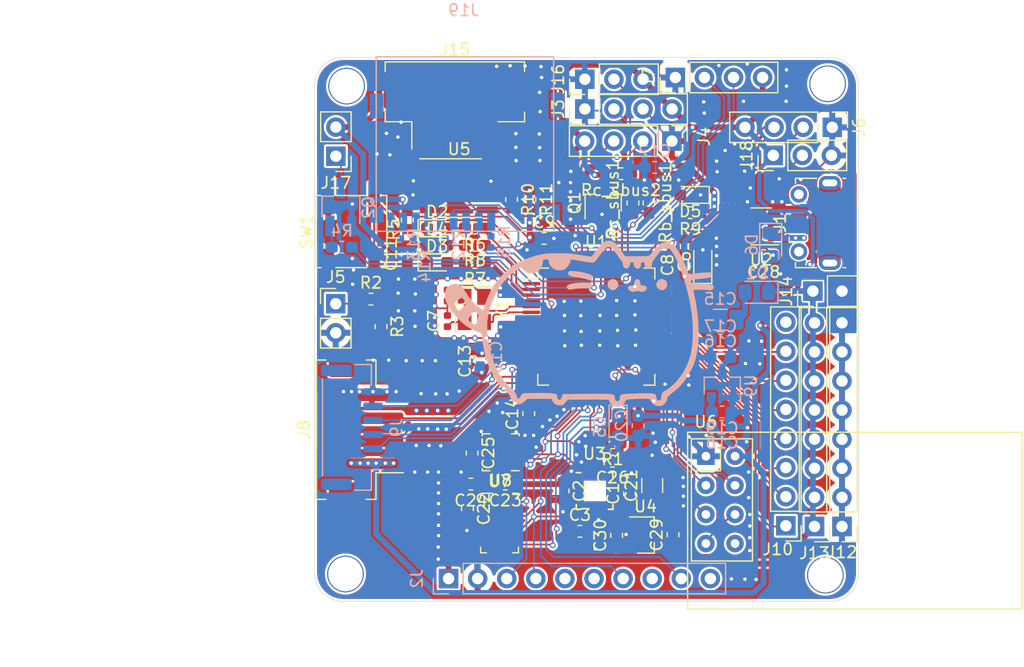
<source format=kicad_pcb>
(kicad_pcb (version 20171130) (host pcbnew "(5.1.6)-1")
  (layers (0 F.Cu signal) (31 B.Cu signal) (34 B.Paste user) (35 F.Paste user) (36 B.SilkS user) (37 F.SilkS user) (38 B.Mask user) (39 F.Mask user) (44 Edge.Cuts user))
  (net 0 "")
  (net 1 GND)
  (net 2 VCC)
  (net 3 "Net-(C3-Pad1)")
  (net 4 "Net-(C4-Pad1)")
  (net 5 VCAP_1)
  (net 6 VCAP_2)
  (net 7 "Net-(C7-Pad1)")
  (net 8 NRST)
  (net 9 "Net-(C15-Pad1)")
  (net 10 +5V)
  (net 11 "Net-(D2-Pad2)")
  (net 12 "Net-(D3-Pad2)")
  (net 13 "Net-(D4-Pad2)")
  (net 14 "Net-(D5-Pad2)")
  (net 15 "Net-(J1-Pad6)")
  (net 16 /USB/D+)
  (net 17 "Net-(J1-Pad4)")
  (net 18 /USB/D-)
  (net 19 "Net-(J2-Pad10)")
  (net 20 IMU1_CS)
  (net 21 IMU_INT)
  (net 22 IMU_MISO)
  (net 23 "Net-(J2-Pad6)")
  (net 24 "Net-(J2-Pad5)")
  (net 25 IMU_MOSI)
  (net 26 IMU_CLK)
  (net 27 SBUS)
  (net 28 UART4_TX)
  (net 29 UART1_RX)
  (net 30 UART1_TX)
  (net 31 "Net-(J5-Pad1)")
  (net 32 SWCLK)
  (net 33 SWDIO)
  (net 34 UART5_RX)
  (net 35 UART5_TX)
  (net 36 I2C2-)
  (net 37 I2C2+)
  (net 38 UART2_RX)
  (net 39 UART2_TX)
  (net 40 TIM1_CH3)
  (net 41 TIM1_CH2)
  (net 42 TIM1_CH1)
  (net 43 TIM3_CH4)
  (net 44 TIM3_CH3)
  (net 45 TIM3_CH2)
  (net 46 TIM3_CH1)
  (net 47 SBUS_DEVICE)
  (net 48 "Net-(J17-Pad1)")
  (net 49 BOOT0)
  (net 50 "Net-(J19-Pad8)")
  (net 51 SD_MISO)
  (net 52 SD_CLK)
  (net 53 SD_MOSI)
  (net 54 SD_CS)
  (net 55 "Net-(J19-Pad1)")
  (net 56 "Net-(Q1-Pad2)")
  (net 57 "Net-(Q2-Pad2)")
  (net 58 IMU_CS)
  (net 59 ADC1)
  (net 60 Buzzer)
  (net 61 LED1)
  (net 62 LED2)
  (net 63 LED3)
  (net 64 I2C_SDA)
  (net 65 I2C_SCl)
  (net 66 "Net-(J19-Pad9)")
  (net 67 SPI2_SCL)
  (net 68 SPI2_NSS)
  (net 69 UART2_RTS)
  (net 70 UART2_CTS)
  (net 71 SPI2_MOSI)
  (net 72 SPI2_MISO)
  (net 73 OSC1-)
  (net 74 OSC1+)
  (net 75 "Net-(U1-Pad1)")
  (net 76 "Net-(U3-Pad21)")
  (net 77 "Net-(U3-Pad7)")
  (net 78 USB_D-)
  (net 79 "Net-(C25-Pad2)")
  (net 80 "Net-(C25-Pad1)")
  (net 81 "Net-(U8-Pad7)")
  (net 82 "Net-(U8-Pad6)")
  (net 83 IMU_CS2)
  (net 84 IMU_CS3)
  (net 85 "Net-(U1-Pad11)")
  (net 86 "Net-(U1-Pad10)")
  (net 87 "Net-(U6-Pad8)")
  (net 88 SPI2_CE)
  (net 89 USB_D+)
  (net 90 +3.3VA)
  (net 91 "Net-(D6-Pad1)")
  (module Diode_SMD:D_0805_2012Metric_Pad1.15x1.40mm_HandSolder (layer B.Cu) (at 144.825 98.85 270)
    (fp_text reference D6 (at 0 1.65 90) (layer B.SilkS) (effects (justify mirror)))
    (fp_text value DIODE)
    (pad 2 smd roundrect (at 1.025 0 270) (size 1.15 1.4) (layers B.Cu B.Paste B.Mask) (roundrect_rratio 0.217391) (net 10 +5V))
    (pad 1 smd roundrect (at -1.025 0 270) (size 1.15 1.4) (layers B.Cu B.Paste B.Mask) (roundrect_rratio 0.217391) (net 91 "Net-(D6-Pad1)"))
  )
  (module Capacitor_SMD:C_1206_3216Metric (layer B.Cu) (at 140.425 105.4 180)
    (fp_text reference C15 (at 0 1.82) (layer B.SilkS) (effects (justify mirror)))
    (fp_text value CP)
    (pad 2 smd roundrect (at 1.4 0 180) (size 1.25 1.75) (layers B.Cu B.Paste B.Mask) (roundrect_rratio 0.2) (net 1 GND))
    (pad 1 smd roundrect (at -1.4 0 180) (size 1.25 1.75) (layers B.Cu B.Paste B.Mask) (roundrect_rratio 0.2) (net 9 "Net-(C15-Pad1)"))
  )
  (module Package_TO_SOT_SMD:SOT-23 (layer B.Cu) (at 140.6 111.175 90)
    (fp_text reference U9 (at 0 2.5 90) (layer B.SilkS) (effects (justify mirror)))
    (fp_text value MCP1700-3302E_SOT23)
    (pad 3 smd rect (at 1 0 90) (size 0.9 0.8) (layers B.Cu B.Paste B.Mask) (net 9 "Net-(C15-Pad1)"))
    (pad 2 smd rect (at -1 -0.95 90) (size 0.9 0.8) (layers B.Cu B.Paste B.Mask) (net 2 VCC))
    (pad 1 smd rect (at -1 0.95 90) (size 0.9 0.8) (layers B.Cu B.Paste B.Mask) (net 1 GND))
  )
  (module Package_TO_SOT_SMD:SOT-23 (layer F.Cu) (at 133.9 124.2)
    (fp_text reference U4 (at 0 -2.5 180) (layer F.SilkS))
    (fp_text value MCP1700-3302E_SOT23)
    (pad 3 smd rect (at 1 0) (size 0.9 0.8) (layers F.Cu F.Paste F.Mask) (net 10 +5V))
    (pad 2 smd rect (at -1 0.95) (size 0.9 0.8) (layers F.Cu F.Paste F.Mask) (net 90 +3.3VA))
    (pad 1 smd rect (at -1 -0.95) (size 0.9 0.8) (layers F.Cu F.Paste F.Mask) (net 1 GND))
  )
  (module Capacitor_SMD:C_0603_1608Metric_Pad1.05x0.95mm_HandSolder (layer F.Cu) (at 131.375 124.225 90)
    (fp_text reference C30 (at 0 -1.43 90) (layer F.SilkS))
    (fp_text value 1uF)
    (pad 2 smd roundrect (at 0.875 0 90) (size 1.05 0.95) (layers F.Cu F.Paste F.Mask) (net 1 GND))
    (pad 1 smd roundrect (at -0.875 0 90) (size 1.05 0.95) (layers F.Cu F.Paste F.Mask) (net 90 +3.3VA))
  )
  (module Capacitor_SMD:C_0603_1608Metric_Pad1.05x0.95mm_HandSolder (layer F.Cu) (at 136.3 124.175 90)
    (fp_text reference C29 (at 0 -1.43 90) (layer F.SilkS))
    (fp_text value 1uF)
    (pad 2 smd roundrect (at 0.875 0 90) (size 1.05 0.95) (layers F.Cu F.Paste F.Mask) (net 1 GND))
    (pad 1 smd roundrect (at -0.875 0 90) (size 1.05 0.95) (layers F.Cu F.Paste F.Mask) (net 10 +5V))
  )
  (module drone_v3:SD_card_mua_duoc (layer B.Cu) (at 118 82.435)
    (fp_text reference J19 (at 0 -4.056) (layer B.SilkS) (effects (justify mirror)))
    (fp_text value Micro_SD_Card)
    (pad 8 smd rect (at -5.27 14.4) (size 0.7 1.6) (layers B.Cu B.Paste B.Mask) (net 50 "Net-(J19-Pad8)"))
    (pad 7 smd rect (at -4.17 14.4) (size 0.7 1.6) (layers B.Cu B.Paste B.Mask) (net 51 SD_MISO))
    (pad 6 smd rect (at -3.07 14.4) (size 0.7 1.6) (layers B.Cu B.Paste B.Mask) (net 1 GND))
    (pad 5 smd rect (at -1.97 14.4) (size 0.7 1.6) (layers B.Cu B.Paste B.Mask) (net 52 SD_CLK))
    (pad 4 smd rect (at -0.87 14.4) (size 0.7 1.6) (layers B.Cu B.Paste B.Mask) (net 2 VCC))
    (pad 3 smd rect (at 0.23 14.4) (size 0.7 1.6) (layers B.Cu B.Paste B.Mask) (net 53 SD_MOSI))
    (pad 2 smd rect (at 1.33 14.4) (size 0.7 1.6) (layers B.Cu B.Paste B.Mask) (net 54 SD_CS))
    (pad 1 smd rect (at 2.43 14.4) (size 0.7 1.6) (layers B.Cu B.Paste B.Mask) (net 55 "Net-(J19-Pad1)"))
    (pad "" smd rect (at 7.63 13.6 270) (size 1.4 1.6) (layers B.Cu B.Paste B.Mask))
    (pad "" smd rect (at -7.57 4.3 270) (size 2.2 1.2) (layers B.Cu B.Paste B.Mask))
    (pad "" smd rect (at -7.57 13.8 270) (size 1.4 1.2) (layers B.Cu B.Paste B.Mask))
    (pad CD smd rect (at -6.37 14.4) (size 0.7 1.6) (layers B.Cu B.Paste B.Mask))
    (pad "" smd rect (at 8.23 4.2 270) (size 2.2 1.2) (layers B.Cu B.Paste B.Mask))
  )
  (module Capacitor_SMD:C_0603_1608Metric (layer F.Cu) (at 144.21 99.8 180)
    (fp_text reference C28 (at 0 -1.43) (layer F.SilkS))
    (fp_text value C)
    (pad 2 smd roundrect (at 0.7875 0 180) (size 0.875 0.95) (layers F.Cu F.Paste F.Mask) (net 1 GND))
    (pad 1 smd roundrect (at -0.7875 0 180) (size 0.875 0.95) (layers F.Cu F.Paste F.Mask) (net 10 +5V))
  )
  (module RF_Module:nRF24L01_Breakout (layer F.Cu) (at 139.17 117.32)
    (fp_text reference U6 (at 0 -3) (layer F.SilkS))
    (fp_text value NRF24L01_Breakout)
    (pad 8 thru_hole circle (at 2.54 7.62) (size 1.524 1.524) (drill 0.762) (layers *.Cu *.Mask) (net 87 "Net-(U6-Pad8)"))
    (pad 7 thru_hole circle (at 0 7.62) (size 1.524 1.524) (drill 0.762) (layers *.Cu *.Mask) (net 72 SPI2_MISO))
    (pad 6 thru_hole circle (at 2.54 5.08) (size 1.524 1.524) (drill 0.762) (layers *.Cu *.Mask) (net 71 SPI2_MOSI))
    (pad 5 thru_hole circle (at 0 5.08) (size 1.524 1.524) (drill 0.762) (layers *.Cu *.Mask) (net 67 SPI2_SCL))
    (pad 4 thru_hole circle (at 2.54 2.54) (size 1.524 1.524) (drill 0.762) (layers *.Cu *.Mask) (net 68 SPI2_NSS))
    (pad 3 thru_hole circle (at 0 2.54) (size 1.524 1.524) (drill 0.762) (layers *.Cu *.Mask) (net 88 SPI2_CE))
    (pad 2 thru_hole circle (at 2.54 0) (size 1.524 1.524) (drill 0.762) (layers *.Cu *.Mask) (net 2 VCC))
    (pad 1 thru_hole rect (at 0 0) (size 1.524 1.524) (drill 0.762) (layers *.Cu *.Mask) (net 1 GND))
  )
  (module Capacitor_SMD:C_1206_3216Metric (layer F.Cu) (at 134.48 119.88 90)
    (fp_text reference C21 (at 0 -1.82 90) (layer F.SilkS))
    (fp_text value CP)
    (pad 2 smd roundrect (at 1.4 0 90) (size 1.25 1.75) (layers F.Cu F.Paste F.Mask) (roundrect_rratio 0.2) (net 1 GND))
    (pad 1 smd roundrect (at -1.4 0 90) (size 1.25 1.75) (layers F.Cu F.Paste F.Mask) (roundrect_rratio 0.2) (net 90 +3.3VA))
  )
  (module Capacitor_SMD:C_0603_1608Metric (layer F.Cu) (at 118.75 117.0375 270)
    (fp_text reference C25 (at 0 -1.43 90) (layer F.SilkS))
    (fp_text value C)
    (pad 2 smd roundrect (at 0.7875 0 270) (size 0.875 0.95) (layers F.Cu F.Paste F.Mask) (net 79 "Net-(C25-Pad2)"))
    (pad 1 smd roundrect (at -0.7875 0 270) (size 0.875 0.95) (layers F.Cu F.Paste F.Mask) (net 80 "Net-(C25-Pad1)"))
  )
  (module Connector_PinHeader_2.54mm:PinHeader_1x04_P2.54mm_Vertical (layer F.Cu) (at 136.5 84.25 90)
    (fp_text reference J7 (at 0 -2.33 90) (layer F.SilkS))
    (fp_text value Conn_01x04_Male)
    (pad 4 thru_hole oval (at 0 7.62 90) (size 1.7 1.7) (drill 1) (layers *.Cu *.Mask) (net 2 VCC))
    (pad 3 thru_hole oval (at 0 5.08 90) (size 1.7 1.7) (drill 1) (layers *.Cu *.Mask) (net 34 UART5_RX))
    (pad 2 thru_hole oval (at 0 2.54 90) (size 1.7 1.7) (drill 1) (layers *.Cu *.Mask) (net 35 UART5_TX))
    (pad 1 thru_hole rect (at 0 0 90) (size 1.7 1.7) (drill 1) (layers *.Cu *.Mask) (net 1 GND))
  )
  (module drone_v3:pusheen (layer B.Cu) (at 128.1 105.7 180)
    (fp_text reference G*** hide)
    (fp_text value LOGO hide)
  )
  (module Connector_JST:JST_PH_B4B-PH-SM4-TB_1x04-1MP_P2.00mm_Vertical (layer F.Cu) (at 117.25 87.25)
    (fp_text reference J15 (at 0 -5.45) (layer F.SilkS))
    (fp_text value UART4_con)
    (pad MP smd roundrect (at 5.4 -1.75) (size 1.6 3) (layers F.Cu F.Paste F.Mask) (roundrect_rratio 0.15625))
    (pad MP smd roundrect (at -5.4 -1.75) (size 1.6 3) (layers F.Cu F.Paste F.Mask) (roundrect_rratio 0.15625))
    (pad 4 smd roundrect (at 3 0.5) (size 1 5.5) (layers F.Cu F.Paste F.Mask) (net 2 VCC))
    (pad 3 smd roundrect (at 1 0.5) (size 1 5.5) (layers F.Cu F.Paste F.Mask) (net 65 I2C_SCl))
    (pad 2 smd roundrect (at -1 0.5) (size 1 5.5) (layers F.Cu F.Paste F.Mask) (net 64 I2C_SDA))
    (pad 1 smd roundrect (at -3 0.5) (size 1 5.5) (layers F.Cu F.Paste F.Mask) (net 1 GND))
  )
  (module Connector_JST:JST_PH_B4B-PH-SM4-TB_1x04-1MP_P2.00mm_Vertical (layer F.Cu) (at 109.5 115 90)
    (fp_text reference J8 (at 0 -5.45 90) (layer F.SilkS))
    (fp_text value UART4_con)
    (pad MP smd roundrect (at 5.4 -1.75 90) (size 1.6 3) (layers F.Cu F.Paste F.Mask) (roundrect_rratio 0.15625))
    (pad MP smd roundrect (at -5.4 -1.75 90) (size 1.6 3) (layers F.Cu F.Paste F.Mask) (roundrect_rratio 0.15625))
    (pad 4 smd roundrect (at 3 0.5 90) (size 1 5.5) (layers F.Cu F.Paste F.Mask) (net 1 GND))
    (pad 3 smd roundrect (at 1 0.5 90) (size 1 5.5) (layers F.Cu F.Paste F.Mask) (net 36 I2C2-))
    (pad 2 smd roundrect (at -1 0.5 90) (size 1 5.5) (layers F.Cu F.Paste F.Mask) (net 37 I2C2+))
    (pad 1 smd roundrect (at -3 0.5 90) (size 1 5.5) (layers F.Cu F.Paste F.Mask) (net 2 VCC))
  )
  (module Capacitor_SMD:C_0603_1608Metric (layer F.Cu) (at 131 117.75 180)
    (fp_text reference C26 (at 0 -1.43) (layer F.SilkS))
    (fp_text value C)
    (pad 2 smd roundrect (at 0.7875 0 180) (size 0.875 0.95) (layers F.Cu F.Paste F.Mask) (net 1 GND))
    (pad 1 smd roundrect (at -0.7875 0 180) (size 0.875 0.95) (layers F.Cu F.Paste F.Mask) (net 90 +3.3VA))
  )
  (module Package_LGA:LGA-16_3x3mm_P0.5mm_LayoutBorder3x5y (layer F.Cu) (at 121.25 116.97 180)
    (fp_text reference U8 (at 0 -2.45) (layer F.SilkS))
    (fp_text value ICM-20602)
    (pad 16 smd roundrect (at -0.5 -1.225 180) (size 0.35 0.55) (layers F.Cu F.Paste F.Mask) (net 90 +3.3VA))
    (pad 15 smd roundrect (at 0 -1.225 180) (size 0.35 0.55) (layers F.Cu F.Paste F.Mask) (net 79 "Net-(C25-Pad2)"))
    (pad 14 smd roundrect (at 0.5 -1.225 180) (size 0.35 0.55) (layers F.Cu F.Paste F.Mask) (net 80 "Net-(C25-Pad1)"))
    (pad 13 smd roundrect (at 1.225 -1 180) (size 0.55 0.35) (layers F.Cu F.Paste F.Mask) (net 79 "Net-(C25-Pad2)"))
    (pad 12 smd roundrect (at 1.225 -0.5 180) (size 0.55 0.35) (layers F.Cu F.Paste F.Mask) (net 79 "Net-(C25-Pad2)"))
    (pad 11 smd roundrect (at 1.225 0 180) (size 0.55 0.35) (layers F.Cu F.Paste F.Mask) (net 79 "Net-(C25-Pad2)"))
    (pad 10 smd roundrect (at 1.225 0.5 180) (size 0.55 0.35) (layers F.Cu F.Paste F.Mask) (net 79 "Net-(C25-Pad2)"))
    (pad 9 smd roundrect (at 1.225 1 180) (size 0.55 0.35) (layers F.Cu F.Paste F.Mask) (net 79 "Net-(C25-Pad2)"))
    (pad 8 smd roundrect (at 0.5 1.225 180) (size 0.35 0.55) (layers F.Cu F.Paste F.Mask) (net 80 "Net-(C25-Pad1)"))
    (pad 7 smd roundrect (at 0 1.225 180) (size 0.35 0.55) (layers F.Cu F.Paste F.Mask) (net 81 "Net-(U8-Pad7)"))
    (pad 6 smd roundrect (at -0.5 1.225 180) (size 0.35 0.55) (layers F.Cu F.Paste F.Mask) (net 82 "Net-(U8-Pad6)"))
    (pad 5 smd roundrect (at -1.225 1 180) (size 0.55 0.35) (layers F.Cu F.Paste F.Mask) (net 83 IMU_CS2))
    (pad 4 smd roundrect (at -1.225 0.5 180) (size 0.55 0.35) (layers F.Cu F.Paste F.Mask) (net 22 IMU_MISO))
    (pad 3 smd roundrect (at -1.225 0 180) (size 0.55 0.35) (layers F.Cu F.Paste F.Mask) (net 25 IMU_MOSI))
    (pad 2 smd roundrect (at -1.225 -0.5 180) (size 0.55 0.35) (layers F.Cu F.Paste F.Mask) (net 26 IMU_CLK))
    (pad 1 smd roundrect (at -1.225 -1 180) (size 0.55 0.35) (layers F.Cu F.Paste F.Mask) (net 90 +3.3VA))
  )
  (module Capacitor_SMD:C_0603_1608Metric (layer F.Cu) (at 118.65 119.75 180)
    (fp_text reference C24 (at 0 -1.43) (layer F.SilkS))
    (fp_text value C)
    (pad 2 smd roundrect (at 0.7875 0 180) (size 0.875 0.95) (layers F.Cu F.Paste F.Mask) (net 1 GND))
    (pad 1 smd roundrect (at -0.7875 0 180) (size 0.875 0.95) (layers F.Cu F.Paste F.Mask) (net 90 +3.3VA))
  )
  (module Capacitor_SMD:C_0603_1608Metric (layer F.Cu) (at 121.65 119.75 180)
    (fp_text reference C23 (at 0 -1.43) (layer F.SilkS))
    (fp_text value C)
    (pad 2 smd roundrect (at 0.7875 0 180) (size 0.875 0.95) (layers F.Cu F.Paste F.Mask) (net 1 GND))
    (pad 1 smd roundrect (at -0.7875 0 180) (size 0.875 0.95) (layers F.Cu F.Paste F.Mask) (net 90 +3.3VA))
  )
  (module Package_LGA:LGA-8_3x5mm_P1.25mm (layer F.Cu) (at 121.15 123.15)
    (fp_text reference U7 (at 0 -3.65) (layer F.SilkS))
    (fp_text value MS5611-01BA)
    (pad 5 smd rect (at 1.075 1.875) (size 0.95 0.55) (layers F.Cu F.Paste F.Mask) (net 84 IMU_CS3))
    (pad 6 smd rect (at 1.075 0.625) (size 0.95 0.55) (layers F.Cu F.Paste F.Mask) (net 25 IMU_MOSI))
    (pad 7 smd rect (at 1.075 -0.625) (size 0.95 0.55) (layers F.Cu F.Paste F.Mask) (net 22 IMU_MISO))
    (pad 8 smd rect (at 1.075 -1.875) (size 0.95 0.55) (layers F.Cu F.Paste F.Mask) (net 26 IMU_CLK))
    (pad 3 smd rect (at -1.075 0.625) (size 0.95 0.55) (layers F.Cu F.Paste F.Mask) (net 1 GND))
    (pad 2 smd rect (at -1.075 -0.625) (size 0.95 0.55) (layers F.Cu F.Paste F.Mask) (net 1 GND))
    (pad 1 smd rect (at -1.075 -1.875) (size 0.95 0.55) (layers F.Cu F.Paste F.Mask) (net 90 +3.3VA))
    (pad 4 smd rect (at -1.075 1.875) (size 0.95 0.55) (layers F.Cu F.Paste F.Mask) (net 84 IMU_CS3))
  )
  (module Capacitor_SMD:C_0603_1608Metric (layer F.Cu) (at 118.35 121.9 270)
    (fp_text reference C22 (at 0 -1.43 90) (layer F.SilkS))
    (fp_text value C)
    (pad 2 smd roundrect (at 0.7875 0 270) (size 0.875 0.95) (layers F.Cu F.Paste F.Mask) (net 1 GND))
    (pad 1 smd roundrect (at -0.7875 0 270) (size 0.875 0.95) (layers F.Cu F.Paste F.Mask) (net 90 +3.3VA))
  )
  (module Package_SO:SOIC-8-1EP_3.9x4.9mm_P1.27mm_EP2.41x3.81mm (layer F.Cu) (at 117.625 93.905)
    (fp_text reference U5 (at 0 -3.4) (layer F.SilkS))
    (fp_text value 24LC512)
    (pad 8 smd roundrect (at 2.475 -1.905) (size 1.95 0.6) (layers F.Cu F.Paste F.Mask) (net 2 VCC))
    (pad 7 smd roundrect (at 2.475 -0.635) (size 1.95 0.6) (layers F.Cu F.Paste F.Mask) (net 1 GND))
    (pad 6 smd roundrect (at 2.475 0.635) (size 1.95 0.6) (layers F.Cu F.Paste F.Mask) (net 65 I2C_SCl))
    (pad 5 smd roundrect (at 2.475 1.905) (size 1.95 0.6) (layers F.Cu F.Paste F.Mask) (net 64 I2C_SDA))
    (pad 4 smd roundrect (at -2.475 1.905) (size 1.95 0.6) (layers F.Cu F.Paste F.Mask) (net 1 GND))
    (pad 3 smd roundrect (at -2.475 0.635) (size 1.95 0.6) (layers F.Cu F.Paste F.Mask) (net 1 GND))
    (pad 2 smd roundrect (at -2.475 -0.635) (size 1.95 0.6) (layers F.Cu F.Paste F.Mask) (net 1 GND))
    (pad 1 smd roundrect (at -2.475 -1.905) (size 1.95 0.6) (layers F.Cu F.Paste F.Mask) (net 1 GND))
  )
  (module Capacitor_SMD:C_0603_1608Metric (layer F.Cu) (at 126.7 120.35 270)
    (fp_text reference C2 (at 0 -1.43 90) (layer F.SilkS))
    (fp_text value 0.1uF)
    (pad 2 smd roundrect (at 0.7875 0 270) (size 0.875 0.95) (layers F.Cu F.Paste F.Mask) (net 1 GND))
    (pad 1 smd roundrect (at -0.7875 0 270) (size 0.875 0.95) (layers F.Cu F.Paste F.Mask) (net 90 +3.3VA))
  )
  (module Capacitor_SMD:C_0603_1608Metric (layer F.Cu) (at 132.5 120.5875 90)
    (fp_text reference C1 (at 0 -1.43 90) (layer F.SilkS))
    (fp_text value 0.1uF)
    (pad 2 smd roundrect (at 0.7875 0 90) (size 0.875 0.95) (layers F.Cu F.Paste F.Mask) (net 1 GND))
    (pad 1 smd roundrect (at -0.7875 0 90) (size 0.875 0.95) (layers F.Cu F.Paste F.Mask) (net 90 +3.3VA))
  )
  (module Connector_JST:JST_GH_SM06B-GHS-TB_1x06-1MP_P1.25mm_Horizontal (layer B.Cu) (at 108.25 114.8 90)
    (fp_text reference J9 (at 0 3.9 -90) (layer B.SilkS) (effects (justify mirror)))
    (fp_text value Conn_01x06_Male)
    (pad MP smd roundrect (at 4.975 -1.35 90) (size 1 2.7) (layers B.Cu B.Paste B.Mask))
    (pad MP smd roundrect (at -4.975 -1.35 90) (size 1 2.7) (layers B.Cu B.Paste B.Mask))
    (pad 6 smd roundrect (at 3.125 1.85 90) (size 0.6 1.7) (layers B.Cu B.Paste B.Mask) (net 1 GND))
    (pad 5 smd roundrect (at 1.875 1.85 90) (size 0.6 1.7) (layers B.Cu B.Paste B.Mask) (net 69 UART2_RTS))
    (pad 4 smd roundrect (at 0.625 1.85 90) (size 0.6 1.7) (layers B.Cu B.Paste B.Mask) (net 70 UART2_CTS))
    (pad 3 smd roundrect (at -0.625 1.85 90) (size 0.6 1.7) (layers B.Cu B.Paste B.Mask) (net 38 UART2_RX))
    (pad 2 smd roundrect (at -1.875 1.85 90) (size 0.6 1.7) (layers B.Cu B.Paste B.Mask) (net 39 UART2_TX))
    (pad 1 smd roundrect (at -3.125 1.85 90) (size 0.6 1.7) (layers B.Cu B.Paste B.Mask) (net 2 VCC))
  )
  (module Capacitor_SMD:C_0402_1005Metric (layer F.Cu) (at 116.6 105.515 90)
    (fp_text reference C7 (at 0 -1.17 90) (layer F.SilkS))
    (fp_text value 22p)
    (pad 2 smd roundrect (at 0.485 0 90) (size 0.59 0.64) (layers F.Cu F.Paste F.Mask) (net 1 GND))
    (pad 1 smd roundrect (at -0.485 0 90) (size 0.59 0.64) (layers F.Cu F.Paste F.Mask) (net 7 "Net-(C7-Pad1)"))
  )
  (module Capacitor_SMD:C_0402_1005Metric (layer F.Cu) (at 116.6 103.285 270)
    (fp_text reference C4 (at 0 -1.17 90) (layer F.SilkS))
    (fp_text value 22p)
    (pad 2 smd roundrect (at 0.485 0 270) (size 0.59 0.64) (layers F.Cu F.Paste F.Mask) (net 1 GND))
    (pad 1 smd roundrect (at -0.485 0 270) (size 0.59 0.64) (layers F.Cu F.Paste F.Mask) (net 4 "Net-(C4-Pad1)"))
  )
  (module Resistor_SMD:R_0603_1608Metric_Pad1.05x0.95mm_HandSolder (layer F.Cu) (at 132.8 95.2 270)
    (fp_text reference Rc_sbus1 (at -0.27 1.76 270) (layer F.SilkS))
    (fp_text value 50k)
    (pad 2 smd roundrect (at 0.875 0 270) (size 1.05 0.95) (layers F.Cu F.Paste F.Mask) (net 27 SBUS))
    (pad 1 smd roundrect (at -0.875 0 270) (size 1.05 0.95) (layers F.Cu F.Paste F.Mask) (net 1 GND))
  )
  (module Resistor_SMD:R_0603_1608Metric_Pad1.05x0.95mm_HandSolder (layer F.Cu) (at 134.2 95.2 270)
    (fp_text reference Rb_sbus1 (at 0 -1.43 270) (layer F.SilkS))
    (fp_text value 330R)
    (pad 2 smd roundrect (at 0.875 0 270) (size 1.05 0.95) (layers F.Cu F.Paste F.Mask) (net 27 SBUS))
    (pad 1 smd roundrect (at -0.875 0 270) (size 1.05 0.95) (layers F.Cu F.Paste F.Mask) (net 56 "Net-(Q1-Pad2)"))
  )
  (module Connector_PinHeader_2.54mm:PinHeader_1x04_P2.54mm_Vertical (layer F.Cu) (at 128.6 87 90)
    (fp_text reference J3 (at 0 -2.33 90) (layer F.SilkS))
    (fp_text value UART4_con)
    (pad 4 thru_hole oval (at 0 7.62 90) (size 1.7 1.7) (drill 1) (layers *.Cu *.Mask) (net 2 VCC))
    (pad 3 thru_hole oval (at 0 5.08 90) (size 1.7 1.7) (drill 1) (layers *.Cu *.Mask) (net 27 SBUS))
    (pad 2 thru_hole oval (at 0 2.54 90) (size 1.7 1.7) (drill 1) (layers *.Cu *.Mask) (net 28 UART4_TX))
    (pad 1 thru_hole rect (at 0 0 90) (size 1.7 1.7) (drill 1) (layers *.Cu *.Mask) (net 1 GND))
  )
  (module Connector_PinHeader_2.54mm:PinHeader_1x03_P2.54mm_Vertical (layer F.Cu) (at 128.6 84.4 90)
    (fp_text reference J16 (at 0 -2.33 90) (layer F.SilkS))
    (fp_text value Conn_01x03_Male)
    (pad 3 thru_hole oval (at 0 5.08 90) (size 1.7 1.7) (drill 1) (layers *.Cu *.Mask) (net 2 VCC))
    (pad 2 thru_hole oval (at 0 2.54 90) (size 1.7 1.7) (drill 1) (layers *.Cu *.Mask) (net 47 SBUS_DEVICE))
    (pad 1 thru_hole rect (at 0 0 90) (size 1.7 1.7) (drill 1) (layers *.Cu *.Mask) (net 1 GND))
  )
  (module Connector_PinHeader_2.54mm:PinHeader_1x04_P2.54mm_Vertical (layer F.Cu) (at 136.2 89.8 270)
    (fp_text reference J4 (at -0.4 -2.8 90) (layer F.SilkS))
    (fp_text value Conn_01x04_Male)
    (pad 4 thru_hole oval (at 0 7.62 270) (size 1.7 1.7) (drill 1) (layers *.Cu *.Mask) (net 2 VCC))
    (pad 3 thru_hole oval (at 0 5.08 270) (size 1.7 1.7) (drill 1) (layers *.Cu *.Mask) (net 29 UART1_RX))
    (pad 2 thru_hole oval (at 0 2.54 270) (size 1.7 1.7) (drill 1) (layers *.Cu *.Mask) (net 30 UART1_TX))
    (pad 1 thru_hole rect (at 0 0 270) (size 1.7 1.7) (drill 1) (layers *.Cu *.Mask) (net 1 GND))
  )
  (module Resistor_SMD:R_0603_1608Metric (layer F.Cu) (at 123.8 94.9 270)
    (fp_text reference R11 (at 0 -1.43 90) (layer F.SilkS))
    (fp_text value R)
    (pad 2 smd roundrect (at 0.7875 0 270) (size 0.875 0.95) (layers F.Cu F.Paste F.Mask) (net 65 I2C_SCl))
    (pad 1 smd roundrect (at -0.7875 0 270) (size 0.875 0.95) (layers F.Cu F.Paste F.Mask) (net 2 VCC))
  )
  (module Resistor_SMD:R_0603_1608Metric (layer F.Cu) (at 122.2 94.9 270)
    (fp_text reference R10 (at 0 -1.43 90) (layer F.SilkS))
    (fp_text value R)
    (pad 2 smd roundrect (at 0.7875 0 270) (size 0.875 0.95) (layers F.Cu F.Paste F.Mask) (net 64 I2C_SDA))
    (pad 1 smd roundrect (at -0.7875 0 270) (size 0.875 0.95) (layers F.Cu F.Paste F.Mask) (net 2 VCC))
  )
  (module Capacitor_SMD:C_0603_1608Metric (layer F.Cu) (at 128.1625 123.875)
    (fp_text reference C3 (at 0 -1.43) (layer F.SilkS))
    (fp_text value 0.1uF)
    (pad 2 smd roundrect (at 0.7875 0) (size 0.875 0.95) (layers F.Cu F.Paste F.Mask) (net 1 GND))
    (pad 1 smd roundrect (at -0.7875 0) (size 0.875 0.95) (layers F.Cu F.Paste F.Mask) (net 3 "Net-(C3-Pad1)"))
  )
  (module Sensor_Motion:InvenSense_QFN-24_3x3mm_P0.4mm (layer F.Cu) (at 129.45 120.35)
    (fp_text reference U3 (at 0 -3.25) (layer F.SilkS))
    (fp_text value MPU-9250)
    (pad 24 smd roundrect (at -1 -1.5 90) (size 0.55 0.2) (layers F.Cu F.Paste F.Mask) (net 22 IMU_MISO))
    (pad 23 smd roundrect (at -0.6 -1.5 90) (size 0.55 0.2) (layers F.Cu F.Paste F.Mask) (net 26 IMU_CLK))
    (pad 22 smd roundrect (at -0.2 -1.5 90) (size 0.55 0.2) (layers F.Cu F.Paste F.Mask) (net 58 IMU_CS))
    (pad 21 smd roundrect (at 0.2 -1.5 90) (size 0.55 0.2) (layers F.Cu F.Paste F.Mask) (net 76 "Net-(U3-Pad21)"))
    (pad 20 smd roundrect (at 0.6 -1.5 90) (size 0.55 0.2) (layers F.Cu F.Paste F.Mask) (net 1 GND))
    (pad 19 smd roundrect (at 1 -1.5 90) (size 0.55 0.2) (layers F.Cu F.Paste F.Mask))
    (pad 18 smd roundrect (at 1.5 -1) (size 0.55 0.2) (layers F.Cu F.Paste F.Mask) (net 1 GND))
    (pad 17 smd roundrect (at 1.5 -0.6) (size 0.55 0.2) (layers F.Cu F.Paste F.Mask))
    (pad 16 smd roundrect (at 1.5 -0.2) (size 0.55 0.2) (layers F.Cu F.Paste F.Mask))
    (pad 15 smd roundrect (at 1.5 0.2) (size 0.55 0.2) (layers F.Cu F.Paste F.Mask))
    (pad 14 smd roundrect (at 1.5 0.6) (size 0.55 0.2) (layers F.Cu F.Paste F.Mask))
    (pad 13 smd roundrect (at 1.5 1) (size 0.55 0.2) (layers F.Cu F.Paste F.Mask) (net 90 +3.3VA))
    (pad 12 smd roundrect (at 1 1.5 90) (size 0.55 0.2) (layers F.Cu F.Paste F.Mask) (net 21 IMU_INT))
    (pad 11 smd roundrect (at 0.6 1.5 90) (size 0.55 0.2) (layers F.Cu F.Paste F.Mask) (net 1 GND))
    (pad 10 smd roundrect (at 0.2 1.5 90) (size 0.55 0.2) (layers F.Cu F.Paste F.Mask) (net 3 "Net-(C3-Pad1)"))
    (pad 9 smd roundrect (at -0.2 1.5 90) (size 0.55 0.2) (layers F.Cu F.Paste F.Mask) (net 25 IMU_MOSI))
    (pad 8 smd roundrect (at -0.6 1.5 90) (size 0.55 0.2) (layers F.Cu F.Paste F.Mask) (net 90 +3.3VA))
    (pad 7 smd roundrect (at -1 1.5 90) (size 0.55 0.2) (layers F.Cu F.Paste F.Mask) (net 77 "Net-(U3-Pad7)"))
    (pad 6 smd roundrect (at -1.5 1) (size 0.55 0.2) (layers F.Cu F.Paste F.Mask))
    (pad 5 smd roundrect (at -1.5 0.6) (size 0.55 0.2) (layers F.Cu F.Paste F.Mask))
    (pad 4 smd roundrect (at -1.5 0.2) (size 0.55 0.2) (layers F.Cu F.Paste F.Mask))
    (pad 3 smd roundrect (at -1.5 -0.2) (size 0.55 0.2) (layers F.Cu F.Paste F.Mask))
    (pad 2 smd roundrect (at -1.5 -0.6) (size 0.55 0.2) (layers F.Cu F.Paste F.Mask))
    (pad 1 smd roundrect (at -1.5 -1) (size 0.55 0.2) (layers F.Cu F.Paste F.Mask) (net 90 +3.3VA))
  )
  (module Crystal:Crystal_SMD_3225-4Pin_3.2x2.5mm (layer F.Cu) (at 118.95 104.5 270)
    (fp_text reference Y1 (at 0 -2.45 90) (layer F.SilkS))
    (fp_text value Crystal_GND24)
    (pad 4 smd rect (at -1.1 -0.85 270) (size 1.4 1.2) (layers F.Cu F.Paste F.Mask) (net 4 "Net-(C4-Pad1)"))
    (pad 3 smd rect (at 1.1 -0.85 270) (size 1.4 1.2) (layers F.Cu F.Paste F.Mask) (net 73 OSC1-))
    (pad 2 smd rect (at 1.1 0.85 270) (size 1.4 1.2) (layers F.Cu F.Paste F.Mask) (net 7 "Net-(C7-Pad1)"))
    (pad 1 smd rect (at -1.1 0.85 270) (size 1.4 1.2) (layers F.Cu F.Paste F.Mask) (net 74 OSC1+))
  )
  (module Package_TO_SOT_SMD:SOT-23-6 (layer F.Cu) (at 144 97.25 180)
    (fp_text reference U2 (at 0 -2.9) (layer F.SilkS))
    (fp_text value USBLC6-2SC6)
    (pad 5 smd rect (at 1.1 0 180) (size 1.06 0.65) (layers F.Cu F.Paste F.Mask) (net 10 +5V))
    (pad 6 smd rect (at 1.1 -0.95 180) (size 1.06 0.65) (layers F.Cu F.Paste F.Mask) (net 89 USB_D+))
    (pad 4 smd rect (at 1.1 0.95 180) (size 1.06 0.65) (layers F.Cu F.Paste F.Mask) (net 78 USB_D-))
    (pad 3 smd rect (at -1.1 0.95 180) (size 1.06 0.65) (layers F.Cu F.Paste F.Mask) (net 16 /USB/D+))
    (pad 2 smd rect (at -1.1 0 180) (size 1.06 0.65) (layers F.Cu F.Paste F.Mask) (net 1 GND))
    (pad 1 smd rect (at -1.1 -0.95 180) (size 1.06 0.65) (layers F.Cu F.Paste F.Mask) (net 18 /USB/D-))
  )
  (module Package_QFP:LQFP-64_10x10mm_P0.5mm (layer F.Cu) (at 129.6 106)
    (fp_text reference U1 (at 0 -7.4) (layer F.SilkS))
    (fp_text value STM32F405RGTx)
    (pad 64 smd roundrect (at -3.75 -5.675) (size 0.3 1.55) (layers F.Cu F.Paste F.Mask) (net 2 VCC))
    (pad 63 smd roundrect (at -3.25 -5.675) (size 0.3 1.55) (layers F.Cu F.Paste F.Mask) (net 1 GND))
    (pad 62 smd roundrect (at -2.75 -5.675) (size 0.3 1.55) (layers F.Cu F.Paste F.Mask) (net 64 I2C_SDA))
    (pad 61 smd roundrect (at -2.25 -5.675) (size 0.3 1.55) (layers F.Cu F.Paste F.Mask) (net 65 I2C_SCl))
    (pad 60 smd roundrect (at -1.75 -5.675) (size 0.3 1.55) (layers F.Cu F.Paste F.Mask) (net 49 BOOT0))
    (pad 59 smd roundrect (at -1.25 -5.675) (size 0.3 1.55) (layers F.Cu F.Paste F.Mask) (net 29 UART1_RX))
    (pad 58 smd roundrect (at -0.75 -5.675) (size 0.3 1.55) (layers F.Cu F.Paste F.Mask) (net 30 UART1_TX))
    (pad 57 smd roundrect (at -0.25 -5.675) (size 0.3 1.55) (layers F.Cu F.Paste F.Mask) (net 53 SD_MOSI))
    (pad 56 smd roundrect (at 0.25 -5.675) (size 0.3 1.55) (layers F.Cu F.Paste F.Mask) (net 51 SD_MISO))
    (pad 55 smd roundrect (at 0.75 -5.675) (size 0.3 1.55) (layers F.Cu F.Paste F.Mask) (net 52 SD_CLK))
    (pad 54 smd roundrect (at 1.25 -5.675) (size 0.3 1.55) (layers F.Cu F.Paste F.Mask) (net 34 UART5_RX))
    (pad 53 smd roundrect (at 1.75 -5.675) (size 0.3 1.55) (layers F.Cu F.Paste F.Mask) (net 35 UART5_TX))
    (pad 52 smd roundrect (at 2.25 -5.675) (size 0.3 1.55) (layers F.Cu F.Paste F.Mask) (net 27 SBUS))
    (pad 51 smd roundrect (at 2.75 -5.675) (size 0.3 1.55) (layers F.Cu F.Paste F.Mask) (net 28 UART4_TX))
    (pad 50 smd roundrect (at 3.25 -5.675) (size 0.3 1.55) (layers F.Cu F.Paste F.Mask) (net 54 SD_CS))
    (pad 49 smd roundrect (at 3.75 -5.675) (size 0.3 1.55) (layers F.Cu F.Paste F.Mask) (net 32 SWCLK))
    (pad 48 smd roundrect (at 5.675 -3.75) (size 1.55 0.3) (layers F.Cu F.Paste F.Mask) (net 2 VCC))
    (pad 47 smd roundrect (at 5.675 -3.25) (size 1.55 0.3) (layers F.Cu F.Paste F.Mask) (net 6 VCAP_2))
    (pad 46 smd roundrect (at 5.675 -2.75) (size 1.55 0.3) (layers F.Cu F.Paste F.Mask) (net 33 SWDIO))
    (pad 45 smd roundrect (at 5.675 -2.25) (size 1.55 0.3) (layers F.Cu F.Paste F.Mask) (net 78 USB_D-))
    (pad 44 smd roundrect (at 5.675 -1.75) (size 1.55 0.3) (layers F.Cu F.Paste F.Mask) (net 89 USB_D+))
    (pad 43 smd roundrect (at 5.675 -1.25) (size 1.55 0.3) (layers F.Cu F.Paste F.Mask) (net 40 TIM1_CH3))
    (pad 42 smd roundrect (at 5.675 -0.75) (size 1.55 0.3) (layers F.Cu F.Paste F.Mask) (net 41 TIM1_CH2))
    (pad 41 smd roundrect (at 5.675 -0.25) (size 1.55 0.3) (layers F.Cu F.Paste F.Mask) (net 42 TIM1_CH1))
    (pad 40 smd roundrect (at 5.675 0.25) (size 1.55 0.3) (layers F.Cu F.Paste F.Mask) (net 43 TIM3_CH4))
    (pad 39 smd roundrect (at 5.675 0.75) (size 1.55 0.3) (layers F.Cu F.Paste F.Mask) (net 44 TIM3_CH3))
    (pad 38 smd roundrect (at 5.675 1.25) (size 1.55 0.3) (layers F.Cu F.Paste F.Mask) (net 45 TIM3_CH2))
    (pad 37 smd roundrect (at 5.675 1.75) (size 1.55 0.3) (layers F.Cu F.Paste F.Mask) (net 46 TIM3_CH1))
    (pad 36 smd roundrect (at 5.675 2.25) (size 1.55 0.3) (layers F.Cu F.Paste F.Mask) (net 71 SPI2_MOSI))
    (pad 35 smd roundrect (at 5.675 2.75) (size 1.55 0.3) (layers F.Cu F.Paste F.Mask) (net 72 SPI2_MISO))
    (pad 34 smd roundrect (at 5.675 3.25) (size 1.55 0.3) (layers F.Cu F.Paste F.Mask) (net 67 SPI2_SCL))
    (pad 33 smd roundrect (at 5.675 3.75) (size 1.55 0.3) (layers F.Cu F.Paste F.Mask) (net 68 SPI2_NSS))
    (pad 32 smd roundrect (at 3.75 5.675) (size 0.3 1.55) (layers F.Cu F.Paste F.Mask) (net 2 VCC))
    (pad 31 smd roundrect (at 3.25 5.675) (size 0.3 1.55) (layers F.Cu F.Paste F.Mask) (net 5 VCAP_1))
    (pad 30 smd roundrect (at 2.75 5.675) (size 0.3 1.55) (layers F.Cu F.Paste F.Mask) (net 36 I2C2-))
    (pad 29 smd roundrect (at 2.25 5.675) (size 0.3 1.55) (layers F.Cu F.Paste F.Mask) (net 37 I2C2+))
    (pad 28 smd roundrect (at 1.75 5.675) (size 0.3 1.55) (layers F.Cu F.Paste F.Mask) (net 88 SPI2_CE))
    (pad 27 smd roundrect (at 1.25 5.675) (size 0.3 1.55) (layers F.Cu F.Paste F.Mask) (net 21 IMU_INT))
    (pad 26 smd roundrect (at 0.75 5.675) (size 0.3 1.55) (layers F.Cu F.Paste F.Mask) (net 84 IMU_CS3))
    (pad 25 smd roundrect (at 0.25 5.675) (size 0.3 1.55) (layers F.Cu F.Paste F.Mask) (net 20 IMU1_CS))
    (pad 24 smd roundrect (at -0.25 5.675) (size 0.3 1.55) (layers F.Cu F.Paste F.Mask) (net 58 IMU_CS))
    (pad 23 smd roundrect (at -0.75 5.675) (size 0.3 1.55) (layers F.Cu F.Paste F.Mask) (net 25 IMU_MOSI))
    (pad 22 smd roundrect (at -1.25 5.675) (size 0.3 1.55) (layers F.Cu F.Paste F.Mask) (net 22 IMU_MISO))
    (pad 21 smd roundrect (at -1.75 5.675) (size 0.3 1.55) (layers F.Cu F.Paste F.Mask) (net 26 IMU_CLK))
    (pad 20 smd roundrect (at -2.25 5.675) (size 0.3 1.55) (layers F.Cu F.Paste F.Mask) (net 83 IMU_CS2))
    (pad 19 smd roundrect (at -2.75 5.675) (size 0.3 1.55) (layers F.Cu F.Paste F.Mask) (net 2 VCC))
    (pad 18 smd roundrect (at -3.25 5.675) (size 0.3 1.55) (layers F.Cu F.Paste F.Mask) (net 1 GND))
    (pad 17 smd roundrect (at -3.75 5.675) (size 0.3 1.55) (layers F.Cu F.Paste F.Mask) (net 38 UART2_RX))
    (pad 16 smd roundrect (at -5.675 3.75) (size 1.55 0.3) (layers F.Cu F.Paste F.Mask) (net 39 UART2_TX))
    (pad 15 smd roundrect (at -5.675 3.25) (size 1.55 0.3) (layers F.Cu F.Paste F.Mask) (net 69 UART2_RTS))
    (pad 14 smd roundrect (at -5.675 2.75) (size 1.55 0.3) (layers F.Cu F.Paste F.Mask) (net 70 UART2_CTS))
    (pad 13 smd roundrect (at -5.675 2.25) (size 1.55 0.3) (layers F.Cu F.Paste F.Mask) (net 2 VCC))
    (pad 12 smd roundrect (at -5.675 1.75) (size 1.55 0.3) (layers F.Cu F.Paste F.Mask) (net 1 GND))
    (pad 11 smd roundrect (at -5.675 1.25) (size 1.55 0.3) (layers F.Cu F.Paste F.Mask) (net 85 "Net-(U1-Pad11)"))
    (pad 10 smd roundrect (at -5.675 0.75) (size 1.55 0.3) (layers F.Cu F.Paste F.Mask) (net 86 "Net-(U1-Pad10)"))
    (pad 9 smd roundrect (at -5.675 0.25) (size 1.55 0.3) (layers F.Cu F.Paste F.Mask) (net 59 ADC1))
    (pad 8 smd roundrect (at -5.675 -0.25) (size 1.55 0.3) (layers F.Cu F.Paste F.Mask) (net 60 Buzzer))
    (pad 7 smd roundrect (at -5.675 -0.75) (size 1.55 0.3) (layers F.Cu F.Paste F.Mask) (net 8 NRST))
    (pad 6 smd roundrect (at -5.675 -1.25) (size 1.55 0.3) (layers F.Cu F.Paste F.Mask) (net 73 OSC1-))
    (pad 5 smd roundrect (at -5.675 -1.75) (size 1.55 0.3) (layers F.Cu F.Paste F.Mask) (net 74 OSC1+))
    (pad 4 smd roundrect (at -5.675 -2.25) (size 1.55 0.3) (layers F.Cu F.Paste F.Mask) (net 62 LED2))
    (pad 3 smd roundrect (at -5.675 -2.75) (size 1.55 0.3) (layers F.Cu F.Paste F.Mask) (net 63 LED3))
    (pad 2 smd roundrect (at -5.675 -3.25) (size 1.55 0.3) (layers F.Cu F.Paste F.Mask) (net 61 LED1))
    (pad 1 smd roundrect (at -5.675 -3.75) (size 1.55 0.3) (layers F.Cu F.Paste F.Mask) (net 75 "Net-(U1-Pad1)"))
  )
  (module Button_Switch_SMD:SW_SPST_EVPBF (layer F.Cu) (at 108.2 97.7 90)
    (fp_text reference SW1 (at 0 -3.9 90) (layer F.SilkS))
    (fp_text value SW_Push)
    (pad 2 smd rect (at 2.88 2 90) (size 2.75 1) (layers F.Cu F.Paste F.Mask) (net 8 NRST))
    (pad 2 smd rect (at -2.88 2 90) (size 2.75 1) (layers F.Cu F.Paste F.Mask) (net 8 NRST))
    (pad 1 smd rect (at -2.88 -2 90) (size 2.75 1) (layers F.Cu F.Paste F.Mask) (net 1 GND))
    (pad 1 smd rect (at 2.88 -2 90) (size 2.75 1) (layers F.Cu F.Paste F.Mask) (net 1 GND))
  )
  (module Resistor_SMD:R_0603_1608Metric_Pad1.05x0.95mm_HandSolder (layer F.Cu) (at 131.75 92.65 180)
    (fp_text reference Rc_sbus2 (at 0 -1.43) (layer F.SilkS))
    (fp_text value 1.8k)
    (pad 2 smd roundrect (at 0.875 0 180) (size 1.05 0.95) (layers F.Cu F.Paste F.Mask) (net 2 VCC))
    (pad 1 smd roundrect (at -0.875 0 180) (size 1.05 0.95) (layers F.Cu F.Paste F.Mask) (net 47 SBUS_DEVICE))
  )
  (module Resistor_SMD:R_0402_1005Metric (layer B.Cu) (at 120.4 98.6 90)
    (fp_text reference R15 (at 0 1.17 90) (layer B.SilkS) (effects (justify mirror)))
    (fp_text value R)
    (pad 2 smd roundrect (at 0.485 0 90) (size 0.59 0.64) (layers B.Cu B.Paste B.Mask) (net 55 "Net-(J19-Pad1)"))
    (pad 1 smd roundrect (at -0.485 0 90) (size 0.59 0.64) (layers B.Cu B.Paste B.Mask) (net 2 VCC))
  )
  (module Resistor_SMD:R_0402_1005Metric (layer B.Cu) (at 113.6 98.8 90)
    (fp_text reference R14 (at -1.92 1.01 90) (layer B.SilkS) (effects (justify mirror)))
    (fp_text value R)
    (pad 2 smd roundrect (at 0.485 0 90) (size 0.59 0.64) (layers B.Cu B.Paste B.Mask) (net 51 SD_MISO))
    (pad 1 smd roundrect (at -0.485 0 90) (size 0.59 0.64) (layers B.Cu B.Paste B.Mask) (net 2 VCC))
  )
  (module Resistor_SMD:R_0402_1005Metric (layer B.Cu) (at 112.5 98.81 90)
    (fp_text reference R13 (at 0 1.17 90) (layer B.SilkS) (effects (justify mirror)))
    (fp_text value R)
    (pad 2 smd roundrect (at 0.485 0 90) (size 0.59 0.64) (layers B.Cu B.Paste B.Mask) (net 50 "Net-(J19-Pad8)"))
    (pad 1 smd roundrect (at -0.485 0 90) (size 0.59 0.64) (layers B.Cu B.Paste B.Mask) (net 2 VCC))
  )
  (module Resistor_SMD:R_0402_1005Metric (layer B.Cu) (at 116.4 98.8 90)
    (fp_text reference R12 (at 0 1.17 90) (layer B.SilkS) (effects (justify mirror)))
    (fp_text value R)
    (pad 2 smd roundrect (at 0.485 0 90) (size 0.59 0.64) (layers B.Cu B.Paste B.Mask) (net 66 "Net-(J19-Pad9)"))
    (pad 1 smd roundrect (at -0.485 0 90) (size 0.59 0.64) (layers B.Cu B.Paste B.Mask) (net 2 VCC))
  )
  (module Resistor_SMD:R_0603_1608Metric_Pad1.05x0.95mm_HandSolder (layer F.Cu) (at 137.8 96.05 180)
    (fp_text reference R9 (at 0 -1.43) (layer F.SilkS))
    (fp_text value R)
    (pad 2 smd roundrect (at 0.875 0 180) (size 1.05 0.95) (layers F.Cu F.Paste F.Mask) (net 14 "Net-(D5-Pad2)"))
    (pad 1 smd roundrect (at -0.875 0 180) (size 1.05 0.95) (layers F.Cu F.Paste F.Mask) (net 2 VCC))
  )
  (module Resistor_SMD:R_0603_1608Metric_Pad1.05x0.95mm_HandSolder (layer F.Cu) (at 119 98.9 180)
    (fp_text reference R8 (at 0 -1.3) (layer F.SilkS))
    (fp_text value R)
    (pad 2 smd roundrect (at 0.875 0 180) (size 1.05 0.95) (layers F.Cu F.Paste F.Mask) (net 13 "Net-(D4-Pad2)"))
    (pad 1 smd roundrect (at -0.875 0 180) (size 1.05 0.95) (layers F.Cu F.Paste F.Mask) (net 63 LED3))
  )
  (module Resistor_SMD:R_0603_1608Metric_Pad1.05x0.95mm_HandSolder (layer F.Cu) (at 119 100.4 180)
    (fp_text reference R7 (at 0 -1.43) (layer F.SilkS))
    (fp_text value R)
    (pad 2 smd roundrect (at 0.875 0 180) (size 1.05 0.95) (layers F.Cu F.Paste F.Mask) (net 12 "Net-(D3-Pad2)"))
    (pad 1 smd roundrect (at -0.875 0 180) (size 1.05 0.95) (layers F.Cu F.Paste F.Mask) (net 62 LED2))
  )
  (module Resistor_SMD:R_0603_1608Metric_Pad1.05x0.95mm_HandSolder (layer F.Cu) (at 119 97.4 180)
    (fp_text reference R6 (at 0 -1.43) (layer F.SilkS))
    (fp_text value R)
    (pad 2 smd roundrect (at 0.875 0 180) (size 1.05 0.95) (layers F.Cu F.Paste F.Mask) (net 11 "Net-(D2-Pad2)"))
    (pad 1 smd roundrect (at -0.875 0 180) (size 1.05 0.95) (layers F.Cu F.Paste F.Mask) (net 61 LED1))
  )
  (module Resistor_SMD:R_0603_1608Metric (layer F.Cu) (at 113.1 96.7 270)
    (fp_text reference R5 (at 0.8125 1.2 90) (layer F.SilkS))
    (fp_text value R)
    (pad 2 smd roundrect (at 0.7875 0 270) (size 0.875 0.95) (layers F.Cu F.Paste F.Mask) (net 8 NRST))
    (pad 1 smd roundrect (at -0.7875 0 270) (size 0.875 0.95) (layers F.Cu F.Paste F.Mask) (net 2 VCC))
  )
  (module Resistor_SMD:R_0603_1608Metric_Pad1.05x0.95mm_HandSolder (layer B.Cu) (at 107.38 99.07 180)
    (fp_text reference R4 (at 0 1.43 180) (layer B.SilkS) (effects (justify mirror)))
    (fp_text value R)
    (pad 2 smd roundrect (at 0.875 0 180) (size 1.05 0.95) (layers B.Cu B.Paste B.Mask) (net 57 "Net-(Q2-Pad2)"))
    (pad 1 smd roundrect (at -0.875 0 180) (size 1.05 0.95) (layers B.Cu B.Paste B.Mask) (net 60 Buzzer))
  )
  (module Resistor_SMD:R_0603_1608Metric_Pad1.05x0.95mm_HandSolder (layer F.Cu) (at 110.8 106 270)
    (fp_text reference R3 (at 0 -1.43 90) (layer F.SilkS))
    (fp_text value 3k)
    (pad 2 smd roundrect (at 0.875 0 270) (size 1.05 0.95) (layers F.Cu F.Paste F.Mask) (net 1 GND))
    (pad 1 smd roundrect (at -0.875 0 270) (size 1.05 0.95) (layers F.Cu F.Paste F.Mask) (net 59 ADC1))
  )
  (module Resistor_SMD:R_0603_1608Metric_Pad1.05x0.95mm_HandSolder (layer F.Cu) (at 109.925 103.6)
    (fp_text reference R2 (at 0 -1.43) (layer F.SilkS))
    (fp_text value 12k)
    (pad 2 smd roundrect (at 0.875 0) (size 1.05 0.95) (layers F.Cu F.Paste F.Mask) (net 59 ADC1))
    (pad 1 smd roundrect (at -0.875 0) (size 1.05 0.95) (layers F.Cu F.Paste F.Mask) (net 31 "Net-(J5-Pad1)"))
  )
  (module Resistor_SMD:R_0603_1608Metric (layer F.Cu) (at 131.02 116.15 180)
    (fp_text reference R1 (at 0 -1.43) (layer F.SilkS))
    (fp_text value R)
    (pad 2 smd roundrect (at 0.7875 0 180) (size 0.875 0.95) (layers F.Cu F.Paste F.Mask) (net 58 IMU_CS))
    (pad 1 smd roundrect (at -0.7875 0 180) (size 0.875 0.95) (layers F.Cu F.Paste F.Mask) (net 90 +3.3VA))
  )
  (module Package_TO_SOT_SMD:SC-59_Handsoldering (layer B.Cu) (at 107.3 95.56 90)
    (fp_text reference Q2 (at -0.05 2.4 90) (layer B.SilkS) (effects (justify mirror)))
    (fp_text value 2N3904)
    (pad 3 smd rect (at 1.65 0 90) (size 1.8 0.8) (layers B.Cu B.Paste B.Mask) (net 48 "Net-(J17-Pad1)"))
    (pad 2 smd rect (at -1.65 -0.95 90) (size 1.8 0.8) (layers B.Cu B.Paste B.Mask) (net 57 "Net-(Q2-Pad2)"))
    (pad 1 smd rect (at -1.65 0.95 90) (size 1.8 0.8) (layers B.Cu B.Paste B.Mask) (net 1 GND))
  )
  (module Package_TO_SOT_SMD:SOT-23 (layer F.Cu) (at 130.2 95.2 90)
    (fp_text reference Q1 (at 0 -2.5 90) (layer F.SilkS))
    (fp_text value 2N3904)
    (pad 3 smd rect (at 1 0 90) (size 0.9 0.8) (layers F.Cu F.Paste F.Mask) (net 47 SBUS_DEVICE))
    (pad 2 smd rect (at -1 0.95 90) (size 0.9 0.8) (layers F.Cu F.Paste F.Mask) (net 56 "Net-(Q1-Pad2)"))
    (pad 1 smd rect (at -1 -0.95 90) (size 0.9 0.8) (layers F.Cu F.Paste F.Mask) (net 1 GND))
  )
  (module Connector_PinHeader_2.54mm:PinHeader_1x03_P2.54mm_Vertical (layer F.Cu) (at 145.05 91.05 90)
    (fp_text reference J18 (at 0 -2.33 90) (layer F.SilkS))
    (fp_text value Conn_01x03_Male)
    (pad 3 thru_hole oval (at 0 5.08 90) (size 1.7 1.7) (drill 1) (layers *.Cu *.Mask) (net 1 GND))
    (pad 2 thru_hole oval (at 0 2.54 90) (size 1.7 1.7) (drill 1) (layers *.Cu *.Mask) (net 49 BOOT0))
    (pad 1 thru_hole rect (at 0 0 90) (size 1.7 1.7) (drill 1) (layers *.Cu *.Mask) (net 2 VCC))
  )
  (module Connector_PinHeader_2.54mm:PinHeader_1x02_P2.54mm_Vertical (layer F.Cu) (at 106.86 91.12 180)
    (fp_text reference J17 (at 0 -2.33) (layer F.SilkS))
    (fp_text value Conn_01x02_Male)
    (pad 2 thru_hole oval (at 0 2.54 180) (size 1.7 1.7) (drill 1) (layers *.Cu *.Mask) (net 2 VCC))
    (pad 1 thru_hole rect (at 0 0 180) (size 1.7 1.7) (drill 1) (layers *.Cu *.Mask) (net 48 "Net-(J17-Pad1)"))
  )
  (module Connector_PinHeader_2.54mm:PinHeader_1x02_P2.54mm_Vertical (layer F.Cu) (at 148.51 102.9 90)
    (fp_text reference J14 (at 0 -2.33 90) (layer F.SilkS))
    (fp_text value Conn_01x02_Male)
    (pad 2 thru_hole oval (at 0 2.54 90) (size 1.7 1.7) (drill 1) (layers *.Cu *.Mask) (net 1 GND))
    (pad 1 thru_hole rect (at 0 0 90) (size 1.7 1.7) (drill 1) (layers *.Cu *.Mask) (net 10 +5V))
  )
  (module Connector_PinHeader_2.54mm:PinHeader_1x08_P2.54mm_Vertical (layer F.Cu) (at 148.65 123.45 180)
    (fp_text reference J13 (at 0 -2.33) (layer F.SilkS))
    (fp_text value Conn_01x08_Male)
    (pad 8 thru_hole oval (at 0 17.78 180) (size 1.7 1.7) (drill 1) (layers *.Cu *.Mask) (net 10 +5V))
    (pad 7 thru_hole oval (at 0 15.24 180) (size 1.7 1.7) (drill 1) (layers *.Cu *.Mask) (net 10 +5V))
    (pad 6 thru_hole oval (at 0 12.7 180) (size 1.7 1.7) (drill 1) (layers *.Cu *.Mask) (net 10 +5V))
    (pad 5 thru_hole oval (at 0 10.16 180) (size 1.7 1.7) (drill 1) (layers *.Cu *.Mask) (net 10 +5V))
    (pad 4 thru_hole oval (at 0 7.62 180) (size 1.7 1.7) (drill 1) (layers *.Cu *.Mask) (net 10 +5V))
    (pad 3 thru_hole oval (at 0 5.08 180) (size 1.7 1.7) (drill 1) (layers *.Cu *.Mask) (net 10 +5V))
    (pad 2 thru_hole oval (at 0 2.54 180) (size 1.7 1.7) (drill 1) (layers *.Cu *.Mask) (net 10 +5V))
    (pad 1 thru_hole rect (at 0 0 180) (size 1.7 1.7) (drill 1) (layers *.Cu *.Mask) (net 10 +5V))
  )
  (module Connector_PinHeader_2.54mm:PinHeader_1x08_P2.54mm_Vertical (layer F.Cu) (at 151.05 123.45 180)
    (fp_text reference J12 (at 0 -2.25) (layer F.SilkS))
    (fp_text value Conn_01x08_Male)
    (pad 8 thru_hole oval (at 0 17.78 180) (size 1.7 1.7) (drill 1) (layers *.Cu *.Mask) (net 1 GND))
    (pad 7 thru_hole oval (at 0 15.24 180) (size 1.7 1.7) (drill 1) (layers *.Cu *.Mask) (net 1 GND))
    (pad 6 thru_hole oval (at 0 12.7 180) (size 1.7 1.7) (drill 1) (layers *.Cu *.Mask) (net 1 GND))
    (pad 5 thru_hole oval (at 0 10.16 180) (size 1.7 1.7) (drill 1) (layers *.Cu *.Mask) (net 1 GND))
    (pad 4 thru_hole oval (at 0 7.62 180) (size 1.7 1.7) (drill 1) (layers *.Cu *.Mask) (net 1 GND))
    (pad 3 thru_hole oval (at 0 5.08 180) (size 1.7 1.7) (drill 1) (layers *.Cu *.Mask) (net 1 GND))
    (pad 2 thru_hole oval (at 0 2.54 180) (size 1.7 1.7) (drill 1) (layers *.Cu *.Mask) (net 1 GND))
    (pad 1 thru_hole rect (at 0 0 180) (size 1.7 1.7) (drill 1) (layers *.Cu *.Mask) (net 1 GND))
  )
  (module Connector_PinHeader_2.54mm:PinHeader_1x08_P2.54mm_Vertical (layer F.Cu) (at 146.15 123.39 180)
    (fp_text reference J10 (at 0.7 -2.05) (layer F.SilkS))
    (fp_text value Conn_01x08_Male)
    (pad 8 thru_hole oval (at 0 17.78 180) (size 1.7 1.7) (drill 1) (layers *.Cu *.Mask) (net 89 USB_D+))
    (pad 7 thru_hole oval (at 0 15.24 180) (size 1.7 1.7) (drill 1) (layers *.Cu *.Mask) (net 40 TIM1_CH3))
    (pad 6 thru_hole oval (at 0 12.7 180) (size 1.7 1.7) (drill 1) (layers *.Cu *.Mask) (net 41 TIM1_CH2))
    (pad 5 thru_hole oval (at 0 10.16 180) (size 1.7 1.7) (drill 1) (layers *.Cu *.Mask) (net 42 TIM1_CH1))
    (pad 4 thru_hole oval (at 0 7.62 180) (size 1.7 1.7) (drill 1) (layers *.Cu *.Mask) (net 43 TIM3_CH4))
    (pad 3 thru_hole oval (at 0 5.08 180) (size 1.7 1.7) (drill 1) (layers *.Cu *.Mask) (net 44 TIM3_CH3))
    (pad 2 thru_hole oval (at 0 2.54 180) (size 1.7 1.7) (drill 1) (layers *.Cu *.Mask) (net 45 TIM3_CH2))
    (pad 1 thru_hole rect (at 0 0 180) (size 1.7 1.7) (drill 1) (layers *.Cu *.Mask) (net 46 TIM3_CH1))
  )
  (module Connector_PinHeader_2.54mm:PinHeader_1x04_P2.54mm_Vertical (layer F.Cu) (at 150.2 88.6 270)
    (fp_text reference J6 (at 0 -2.33 90) (layer F.SilkS))
    (fp_text value Conn_01x04_Male)
    (pad 4 thru_hole oval (at 0 7.62 270) (size 1.7 1.7) (drill 1) (layers *.Cu *.Mask) (net 2 VCC))
    (pad 3 thru_hole oval (at 0 5.08 270) (size 1.7 1.7) (drill 1) (layers *.Cu *.Mask) (net 32 SWCLK))
    (pad 2 thru_hole oval (at 0 2.54 270) (size 1.7 1.7) (drill 1) (layers *.Cu *.Mask) (net 33 SWDIO))
    (pad 1 thru_hole rect (at 0 0 270) (size 1.7 1.7) (drill 1) (layers *.Cu *.Mask) (net 1 GND))
  )
  (module Connector_PinHeader_2.54mm:PinHeader_1x02_P2.54mm_Vertical (layer F.Cu) (at 106.85 104)
    (fp_text reference J5 (at 0 -2.33) (layer F.SilkS))
    (fp_text value Conn_01x02_Female)
    (pad 2 thru_hole oval (at 0 2.54) (size 1.7 1.7) (drill 1) (layers *.Cu *.Mask) (net 1 GND))
    (pad 1 thru_hole rect (at 0 0) (size 1.7 1.7) (drill 1) (layers *.Cu *.Mask) (net 31 "Net-(J5-Pad1)"))
  )
  (module Connector_PinSocket_2.54mm:PinSocket_1x10_P2.54mm_Vertical (layer B.Cu) (at 116.7 128 270)
    (fp_text reference J2 (at 0 2.77 270) (layer B.SilkS) (effects (justify mirror)))
    (fp_text value Conn_01x10_Female)
    (pad 10 thru_hole oval (at 0 -22.86 270) (size 1.7 1.7) (drill 1) (layers *.Cu *.Mask) (net 19 "Net-(J2-Pad10)"))
    (pad 9 thru_hole oval (at 0 -20.32 270) (size 1.7 1.7) (drill 1) (layers *.Cu *.Mask) (net 20 IMU1_CS))
    (pad 8 thru_hole oval (at 0 -17.78 270) (size 1.7 1.7) (drill 1) (layers *.Cu *.Mask) (net 21 IMU_INT))
    (pad 7 thru_hole oval (at 0 -15.24 270) (size 1.7 1.7) (drill 1) (layers *.Cu *.Mask) (net 22 IMU_MISO))
    (pad 6 thru_hole oval (at 0 -12.7 270) (size 1.7 1.7) (drill 1) (layers *.Cu *.Mask) (net 23 "Net-(J2-Pad6)"))
    (pad 5 thru_hole oval (at 0 -10.16 270) (size 1.7 1.7) (drill 1) (layers *.Cu *.Mask) (net 24 "Net-(J2-Pad5)"))
    (pad 4 thru_hole oval (at 0 -7.62 270) (size 1.7 1.7) (drill 1) (layers *.Cu *.Mask) (net 25 IMU_MOSI))
    (pad 3 thru_hole oval (at 0 -5.08 270) (size 1.7 1.7) (drill 1) (layers *.Cu *.Mask) (net 26 IMU_CLK))
    (pad 2 thru_hole oval (at 0 -2.54 270) (size 1.7 1.7) (drill 1) (layers *.Cu *.Mask) (net 1 GND))
    (pad 1 thru_hole rect (at 0 0 270) (size 1.7 1.7) (drill 1) (layers *.Cu *.Mask) (net 90 +3.3VA))
  )
  (module Connector_USB:USB_Micro-B_Molex-105017-0001 (layer F.Cu) (at 148.75 96.95 90)
    (fp_text reference J1 (at 0 -3.1125 90) (layer F.SilkS))
    (fp_text value USB_B_Micro)
    (pad 6 smd rect (at -2.9 1.2375 90) (size 1.2 1.9) (layers F.Cu F.Mask) (net 15 "Net-(J1-Pad6)"))
    (pad 6 smd rect (at 2.9 1.2375 90) (size 1.2 1.9) (layers F.Cu F.Mask) (net 15 "Net-(J1-Pad6)"))
    (pad 6 thru_hole oval (at 3.5 1.2375 90) (size 1.2 1.9) (drill oval 0.6 1.3) (layers *.Cu *.Mask) (net 15 "Net-(J1-Pad6)"))
    (pad 6 thru_hole oval (at -3.5 1.2375 270) (size 1.2 1.9) (drill oval 0.6 1.3) (layers *.Cu *.Mask) (net 15 "Net-(J1-Pad6)"))
    (pad 6 smd rect (at -1 1.2375 90) (size 1.5 1.9) (layers F.Cu F.Paste F.Mask) (net 15 "Net-(J1-Pad6)"))
    (pad 6 thru_hole circle (at 2.5 -1.4625 90) (size 1.45 1.45) (drill 0.85) (layers *.Cu *.Mask) (net 15 "Net-(J1-Pad6)"))
    (pad 3 smd rect (at 0 -1.4625 90) (size 0.4 1.35) (layers F.Cu F.Paste F.Mask) (net 16 /USB/D+))
    (pad 4 smd rect (at 0.65 -1.4625 90) (size 0.4 1.35) (layers F.Cu F.Paste F.Mask) (net 17 "Net-(J1-Pad4)"))
    (pad 5 smd rect (at 1.3 -1.4625 90) (size 0.4 1.35) (layers F.Cu F.Paste F.Mask) (net 1 GND))
    (pad 1 smd rect (at -1.3 -1.4625 90) (size 0.4 1.35) (layers F.Cu F.Paste F.Mask) (net 91 "Net-(D6-Pad1)"))
    (pad 2 smd rect (at -0.65 -1.4625 90) (size 0.4 1.35) (layers F.Cu F.Paste F.Mask) (net 18 /USB/D-))
    (pad 6 thru_hole circle (at -2.5 -1.4625 90) (size 1.45 1.45) (drill 0.85) (layers *.Cu *.Mask) (net 15 "Net-(J1-Pad6)"))
    (pad 6 smd rect (at 1 1.2375 90) (size 1.5 1.9) (layers F.Cu F.Paste F.Mask) (net 15 "Net-(J1-Pad6)"))
  )
  (module LED_SMD:LED_0603_1608Metric_Pad1.05x0.95mm_HandSolder (layer F.Cu) (at 137.8 94.5 180)
    (fp_text reference D5 (at 0 -1.43) (layer F.SilkS))
    (fp_text value LED)
    (pad 2 smd roundrect (at 0.875 0 180) (size 1.05 0.95) (layers F.Cu F.Paste F.Mask) (net 14 "Net-(D5-Pad2)"))
    (pad 1 smd roundrect (at -0.875 0 180) (size 1.05 0.95) (layers F.Cu F.Paste F.Mask) (net 1 GND))
  )
  (module LED_SMD:LED_0603_1608Metric_Pad1.05x0.95mm_HandSolder (layer F.Cu) (at 115.7 98.9)
    (fp_text reference D4 (at 0 -1.43) (layer F.SilkS))
    (fp_text value LED)
    (pad 2 smd roundrect (at 0.875 0) (size 1.05 0.95) (layers F.Cu F.Paste F.Mask) (net 13 "Net-(D4-Pad2)"))
    (pad 1 smd roundrect (at -0.875 0) (size 1.05 0.95) (layers F.Cu F.Paste F.Mask) (net 1 GND))
  )
  (module LED_SMD:LED_0603_1608Metric_Pad1.05x0.95mm_HandSolder (layer F.Cu) (at 115.7 100.4)
    (fp_text reference D3 (at 0 -1.43) (layer F.SilkS))
    (fp_text value LED)
    (pad 2 smd roundrect (at 0.875 0) (size 1.05 0.95) (layers F.Cu F.Paste F.Mask) (net 12 "Net-(D3-Pad2)"))
    (pad 1 smd roundrect (at -0.875 0) (size 1.05 0.95) (layers F.Cu F.Paste F.Mask) (net 1 GND))
  )
  (module LED_SMD:LED_0603_1608Metric_Pad1.05x0.95mm_HandSolder (layer F.Cu) (at 115.7 97.4)
    (fp_text reference D2 (at 0 -1.43) (layer F.SilkS))
    (fp_text value LED)
    (pad 2 smd roundrect (at 0.875 0) (size 1.05 0.95) (layers F.Cu F.Paste F.Mask) (net 11 "Net-(D2-Pad2)"))
    (pad 1 smd roundrect (at -0.875 0) (size 1.05 0.95) (layers F.Cu F.Paste F.Mask) (net 1 GND))
  )
  (module Diode_SMD:D_0805_2012Metric_Pad1.15x1.40mm_HandSolder (layer B.Cu) (at 143.6 103 180)
    (fp_text reference D1 (at 0 1.65) (layer B.SilkS) (effects (justify mirror)))
    (fp_text value DIODE)
    (pad 2 smd roundrect (at 1.025 0 180) (size 1.15 1.4) (layers B.Cu B.Paste B.Mask) (roundrect_rratio 0.217391) (net 9 "Net-(C15-Pad1)"))
    (pad 1 smd roundrect (at -1.025 0 180) (size 1.15 1.4) (layers B.Cu B.Paste B.Mask) (roundrect_rratio 0.217391) (net 10 +5V))
  )
  (module Capacitor_SMD:C_0603_1608Metric_Pad1.05x0.95mm_HandSolder (layer B.Cu) (at 133.25 114.65 270)
    (fp_text reference C20 (at 0 1.43 90) (layer B.SilkS) (effects (justify mirror)))
    (fp_text value 100n)
    (pad 2 smd roundrect (at 0.875 0 270) (size 1.05 0.95) (layers B.Cu B.Paste B.Mask) (net 1 GND))
    (pad 1 smd roundrect (at -0.875 0 270) (size 1.05 0.95) (layers B.Cu B.Paste B.Mask) (net 2 VCC))
  )
  (module Capacitor_SMD:C_0603_1608Metric_Pad1.05x0.95mm_HandSolder (layer B.Cu) (at 140.575 113.45)
    (fp_text reference C19 (at 0 1.43 180) (layer B.SilkS) (effects (justify mirror)))
    (fp_text value 100n)
    (pad 2 smd roundrect (at 0.875 0) (size 1.05 0.95) (layers B.Cu B.Paste B.Mask) (net 1 GND))
    (pad 1 smd roundrect (at -0.875 0) (size 1.05 0.95) (layers B.Cu B.Paste B.Mask) (net 2 VCC))
  )
  (module Capacitor_SMD:C_0603_1608Metric_Pad1.05x0.95mm_HandSolder (layer B.Cu) (at 140.575 114.7)
    (fp_text reference C18 (at 0 1.43) (layer B.SilkS) (effects (justify mirror)))
    (fp_text value 100n)
    (pad 2 smd roundrect (at 0.875 0) (size 1.05 0.95) (layers B.Cu B.Paste B.Mask) (net 1 GND))
    (pad 1 smd roundrect (at -0.875 0) (size 1.05 0.95) (layers B.Cu B.Paste B.Mask) (net 2 VCC))
  )
  (module Capacitor_SMD:C_0603_1608Metric_Pad1.05x0.95mm_HandSolder (layer B.Cu) (at 140.45 107.175 180)
    (fp_text reference C17 (at 0 1.2) (layer B.SilkS) (effects (justify mirror)))
    (fp_text value 100n)
    (pad 2 smd roundrect (at 0.875 0 180) (size 1.05 0.95) (layers B.Cu B.Paste B.Mask) (net 1 GND))
    (pad 1 smd roundrect (at -0.875 0 180) (size 1.05 0.95) (layers B.Cu B.Paste B.Mask) (net 9 "Net-(C15-Pad1)"))
  )
  (module Capacitor_SMD:C_0603_1608Metric_Pad1.05x0.95mm_HandSolder (layer B.Cu) (at 140.45 108.7 180)
    (fp_text reference C16 (at 0 1.43) (layer B.SilkS) (effects (justify mirror)))
    (fp_text value 100n)
    (pad 2 smd roundrect (at 0.875 0 180) (size 1.05 0.95) (layers B.Cu B.Paste B.Mask) (net 1 GND))
    (pad 1 smd roundrect (at -0.875 0 180) (size 1.05 0.95) (layers B.Cu B.Paste B.Mask) (net 9 "Net-(C15-Pad1)"))
  )
  (module Capacitor_SMD:C_0603_1608Metric_Pad1.05x0.95mm_HandSolder (layer F.Cu) (at 123.7 113.6 90)
    (fp_text reference C14 (at 0 -1.43 90) (layer F.SilkS))
    (fp_text value 1u)
    (pad 2 smd roundrect (at 0.875 0 90) (size 1.05 0.95) (layers F.Cu F.Paste F.Mask) (net 1 GND))
    (pad 1 smd roundrect (at -0.875 0 90) (size 1.05 0.95) (layers F.Cu F.Paste F.Mask) (net 2 VCC))
  )
  (module Capacitor_SMD:C_0603_1608Metric_Pad1.05x0.95mm_HandSolder (layer F.Cu) (at 119.55 109.025 90)
    (fp_text reference C13 (at 0 -1.43 90) (layer F.SilkS))
    (fp_text value 100n)
    (pad 2 smd roundrect (at 0.875 0 90) (size 1.05 0.95) (layers F.Cu F.Paste F.Mask) (net 1 GND))
    (pad 1 smd roundrect (at -0.875 0 90) (size 1.05 0.95) (layers F.Cu F.Paste F.Mask) (net 2 VCC))
  )
  (module Capacitor_SMD:C_0603_1608Metric_Pad1.05x0.95mm_HandSolder (layer B.Cu) (at 134.7 92.1 180)
    (fp_text reference C12 (at 0 1.43 180) (layer B.SilkS) (effects (justify mirror)))
    (fp_text value 100n)
    (pad 2 smd roundrect (at 0.875 0 180) (size 1.05 0.95) (layers B.Cu B.Paste B.Mask) (net 1 GND))
    (pad 1 smd roundrect (at -0.875 0 180) (size 1.05 0.95) (layers B.Cu B.Paste B.Mask) (net 2 VCC))
  )
  (module Capacitor_SMD:C_0603_1608Metric (layer F.Cu) (at 113.1 99.7 90)
    (fp_text reference C11 (at 0 -1.43 90) (layer F.SilkS))
    (fp_text value 100n)
    (pad 2 smd roundrect (at 0.7875 0 90) (size 0.875 0.95) (layers F.Cu F.Paste F.Mask) (net 1 GND))
    (pad 1 smd roundrect (at -0.7875 0 90) (size 0.875 0.95) (layers F.Cu F.Paste F.Mask) (net 8 NRST))
  )
  (module Capacitor_SMD:C_0603_1608Metric_Pad1.05x0.95mm_HandSolder (layer B.Cu) (at 119.425 108.675 90)
    (fp_text reference C10 (at 0 1.43 90) (layer B.SilkS) (effects (justify mirror)))
    (fp_text value 100n)
    (pad 2 smd roundrect (at 0.875 0 90) (size 1.05 0.95) (layers B.Cu B.Paste B.Mask) (net 1 GND))
    (pad 1 smd roundrect (at -0.875 0 90) (size 1.05 0.95) (layers B.Cu B.Paste B.Mask) (net 2 VCC))
  )
  (module Capacitor_SMD:C_0603_1608Metric_Pad1.05x0.95mm_HandSolder (layer F.Cu) (at 125.05 98.3)
    (fp_text reference C9 (at 0 -1.43) (layer F.SilkS))
    (fp_text value 1u)
    (pad 2 smd roundrect (at 0.875 0) (size 1.05 0.95) (layers F.Cu F.Paste F.Mask) (net 1 GND))
    (pad 1 smd roundrect (at -0.875 0) (size 1.05 0.95) (layers F.Cu F.Paste F.Mask) (net 2 VCC))
  )
  (module Capacitor_SMD:C_0603_1608Metric_Pad1.05x0.95mm_HandSolder (layer F.Cu) (at 137.25 100.625 90)
    (fp_text reference C8 (at 0 -1.43 90) (layer F.SilkS))
    (fp_text value 100n)
    (pad 2 smd roundrect (at 0.875 0 90) (size 1.05 0.95) (layers F.Cu F.Paste F.Mask) (net 1 GND))
    (pad 1 smd roundrect (at -0.875 0 90) (size 1.05 0.95) (layers F.Cu F.Paste F.Mask) (net 2 VCC))
  )
  (module Capacitor_Tantalum_SMD:CP_EIA-2012-15_AVX-P_Pad1.30x1.05mm_HandSolder (layer F.Cu) (at 138.9 100.35 90)
    (fp_text reference C6 (at 0 -1.58 90) (layer F.SilkS))
    (fp_text value CP)
    (pad 2 smd roundrect (at 0.975 0 90) (size 1.3 1.05) (layers F.Cu F.Paste F.Mask) (roundrect_rratio 0.238095) (net 1 GND))
    (pad 1 smd roundrect (at -0.975 0 90) (size 1.3 1.05) (layers F.Cu F.Paste F.Mask) (roundrect_rratio 0.238095) (net 6 VCAP_2))
  )
  (module Capacitor_Tantalum_SMD:CP_EIA-2012-15_AVX-P_Pad1.30x1.05mm_HandSolder (layer B.Cu) (at 131.5 114.75 270)
    (fp_text reference C5 (at 0 1.58 90) (layer B.SilkS) (effects (justify mirror)))
    (fp_text value CP)
    (pad 2 smd roundrect (at 0.975 0 270) (size 1.3 1.05) (layers B.Cu B.Paste B.Mask) (roundrect_rratio 0.238095) (net 1 GND))
    (pad 1 smd roundrect (at -0.975 0 270) (size 1.3 1.05) (layers B.Cu B.Paste B.Mask) (roundrect_rratio 0.238095) (net 5 VCAP_1))
  )
  (gr_line (start 107.5 130) (end 150 130) (layer Edge.Cuts) (width 0.05))
  (gr_arc (start 107.5 127.5) (end 105 127.5) (angle -90) (layer Edge.Cuts) (width 0.05))
  (gr_arc (start 107.5 85) (end 107.5 82.5) (angle -90) (layer Edge.Cuts) (width 0.05))
  (gr_arc (start 150 127.5) (end 150 130) (angle -90) (layer Edge.Cuts) (width 0.05))
  (gr_arc (start 150 85) (end 152.5 85) (angle -90) (layer Edge.Cuts) (width 0.05))
  (gr_line (start 105 85) (end 105 127.5) (layer Edge.Cuts) (width 0.05))
  (gr_line (start 150 82.5) (end 107.5 82.5) (layer Edge.Cuts) (width 0.05))
  (gr_line (start 152.5 127.5) (end 152.5 85) (layer Edge.Cuts) (width 0.05))
  (via (at 107.7 127.6) (size 3.2) (drill 3) (layers F.Cu B.Cu) (net 0))
  (via (at 149.6 127.7) (size 3.2) (drill 3) (layers F.Cu B.Cu) (net 0))
  (via (at 107.8 85) (size 3.2) (drill 3) (layers F.Cu B.Cu) (net 0))
  (via (at 149.8 84.8) (size 3.2) (drill 3) (layers F.Cu B.Cu) (net 0))
  (segment (start 146.604722 95.175) (end 146.854722 95.425) (width 0.1524) (layer B.Cu) (net 0))
  (segment (start 146.4 95.175) (end 146.604722 95.175) (width 0.1524) (layer B.Cu) (net 0))
  (segment (start 146.854722 95.425) (end 147.625 95.425) (width 0.1524) (layer B.Cu) (net 0))
  (via (at 132.2 124.15) (size 0.5) (drill 0.3) (layers F.Cu B.Cu) (net 1))
  (via (at 138.9 99.3) (size 0.5) (drill 0.3) (layers F.Cu B.Cu) (net 1))
  (via (at 134.48 117.23) (size 0.5) (drill 0.3) (layers F.Cu B.Cu) (net 1))
  (via (at 117.8 118.7) (size 0.5) (drill 0.3) (layers F.Cu B.Cu) (net 1))
  (via (at 129.5 125.4) (size 0.5) (drill 0.3) (layers F.Cu B.Cu) (net 1))
  (via (at 130.3 117.7) (size 0.5) (drill 0.3) (layers F.Cu B.Cu) (net 1))
  (via (at 126.69 122.17) (size 0.5) (drill 0.3) (layers F.Cu B.Cu) (net 1))
  (via (at 120 107) (size 0.5) (drill 0.3) (layers F.Cu B.Cu) (net 1))
  (via (at 119 107) (size 0.5) (drill 0.3) (layers F.Cu B.Cu) (net 1))
  (via (at 118 107) (size 0.5) (drill 0.3) (layers F.Cu B.Cu) (net 1))
  (via (at 117.2 107) (size 0.5) (drill 0.3) (layers F.Cu B.Cu) (net 1))
  (via (at 119.4 101.8) (size 0.5) (drill 0.3) (layers F.Cu B.Cu) (net 1))
  (via (at 115.475 105.925) (size 0.5) (drill 0.3) (layers F.Cu B.Cu) (net 1))
  (via (at 115.475 105.2) (size 0.5) (drill 0.3) (layers F.Cu B.Cu) (net 1))
  (via (at 117.8 101.8) (size 0.5) (drill 0.3) (layers F.Cu B.Cu) (net 1))
  (via (at 121 106.8) (size 0.5) (drill 0.3) (layers F.Cu B.Cu) (net 1))
  (via (at 116.6 101.8) (size 0.5) (drill 0.3) (layers F.Cu B.Cu) (net 1))
  (segment (start 126.25 99.551618) (end 126.25 100.325) (width 0.1524) (layer F.Cu) (net 1))
  (segment (start 117.925 101.8) (end 116.6 101.8) (width 0.1524) (layer F.Cu) (net 1))
  (segment (start 123.925 107.75) (end 123.153312 107.75) (width 0.1524) (layer F.Cu) (net 1))
  (via (at 133.8 93.2) (size 0.5) (drill 0.3) (layers F.Cu B.Cu) (net 1))
  (segment (start 115.8 104.4) (end 115.6 104.2) (width 0.1524) (layer F.Cu) (net 1))
  (segment (start 116.6 104.4) (end 115.8 104.4) (width 0.1524) (layer F.Cu) (net 1))
  (segment (start 116.6 104.4) (end 116.6 105.03) (width 0.1524) (layer F.Cu) (net 1))
  (segment (start 116.6 103.77) (end 116.6 104.4) (width 0.1524) (layer F.Cu) (net 1))
  (segment (start 120.153553 101.8) (end 120.153553 101.8) (width 0.1524) (layer F.Cu) (net 1))
  (segment (start 117.8 101.8) (end 120.153553 101.8) (width 0.1524) (layer F.Cu) (net 1))
  (segment (start 120.2 107) (end 116 107) (width 0.1524) (layer F.Cu) (net 1))
  (segment (start 115.8 101.8) (end 116.6 101.8) (width 0.1524) (layer F.Cu) (net 1))
  (via (at 115.55 106.575) (size 0.5) (drill 0.3) (layers F.Cu B.Cu) (net 1))
  (segment (start 116 107) (end 115.752409 106.752409) (width 0.1524) (layer F.Cu) (net 1))
  (segment (start 120.8 107) (end 121 106.8) (width 0.1524) (layer F.Cu) (net 1))
  (segment (start 120.075 107) (end 120.8 107) (width 0.1524) (layer F.Cu) (net 1))
  (segment (start 126.35 99.275) (end 126.35 100.325) (width 0.1524) (layer F.Cu) (net 1))
  (segment (start 125.875 98.8) (end 126.35 99.275) (width 0.1524) (layer F.Cu) (net 1))
  (segment (start 132.05 119.35) (end 130.95 119.35) (width 0.1524) (layer F.Cu) (net 1))
  (segment (start 132.5 119.8) (end 132.475 119.775) (width 0.1524) (layer F.Cu) (net 1))
  (segment (start 130.95 118.613668) (end 130.95 119.35) (width 0.1524) (layer F.Cu) (net 1))
  (segment (start 130.635122 118.29879) (end 130.95 118.613668) (width 0.1524) (layer F.Cu) (net 1))
  (segment (start 130.264878 118.29879) (end 130.635122 118.29879) (width 0.1524) (layer F.Cu) (net 1))
  (segment (start 130.05 118.513668) (end 130.264878 118.29879) (width 0.1524) (layer F.Cu) (net 1))
  (segment (start 130.05 118.85) (end 130.05 118.513668) (width 0.1524) (layer F.Cu) (net 1))
  (segment (start 130.07379 121.87379) (end 130.05 121.85) (width 0.1524) (layer F.Cu) (net 1))
  (segment (start 119.945 122.545) (end 119.945 123.795) (width 0.15) (layer F.Cu) (net 1))
  (segment (start 119.945 122.545) (end 118.4925 122.545) (width 0.15) (layer F.Cu) (net 1))
  (segment (start 110.465 106.54) (end 110.8 106.875) (width 0.15) (layer F.Cu) (net 1))
  (segment (start 106.6 106.54) (end 110.465 106.54) (width 0.15) (layer F.Cu) (net 1))
  (segment (start 114.8125 98.9125) (end 114.825 98.9) (width 0.15) (layer F.Cu) (net 1))
  (segment (start 113.1 98.9125) (end 114.8125 98.9125) (width 0.15) (layer F.Cu) (net 1))
  (segment (start 114.825 97.4) (end 114.825 97.4) (width 0.15) (layer F.Cu) (net 1))
  (segment (start 114.825 100.725) (end 115.6 101.5) (width 0.15) (layer F.Cu) (net 1))
  (segment (start 126.35 111.675) (end 126.35 112.37428) (width 0.15) (layer F.Cu) (net 1))
  (segment (start 115.15 92) (end 115.15 95.81) (width 0.15) (layer F.Cu) (net 1))
  (segment (start 125.875 98.8) (end 125.875 98.2) (width 0.15) (layer F.Cu) (net 1))
  (segment (start 132.475 119.775) (end 132.05 119.35) (width 0.1524) (layer F.Cu) (net 1))
  (via (at 132.67 118.78) (size 0.5) (drill 0.3) (layers F.Cu B.Cu) (net 1))
  (segment (start 130.2125 118.246412) (end 130.264878 118.29879) (width 0.15) (layer F.Cu) (net 1))
  (segment (start 130.2125 117.75) (end 130.2125 118.246412) (width 0.15) (layer F.Cu) (net 1))
  (segment (start 117.3 108.4) (end 116.12728 108.4) (width 0.15) (layer B.Cu) (net 1))
  (segment (start 138.5525 101.5275) (end 139.135 102.11) (width 0.508) (layer B.Cu) (net 1))
  (segment (start 138.5525 99.81) (end 138.5525 101.5275) (width 0.508) (layer B.Cu) (net 1))
  (segment (start 151.05 123.45) (end 151.05 102.9) (width 0.508) (layer F.Cu) (net 1))
  (segment (start 139.2 115.5) (end 139.2 115.5) (width 0.508) (layer F.Cu) (net 1))
  (via (at 139.2 115.5) (size 0.5) (drill 0.3) (layers F.Cu B.Cu) (net 1))
  (segment (start 119.195999 127.955999) (end 119.24 128) (width 0.508) (layer F.Cu) (net 1))
  (segment (start 119.847798 123.775) (end 119.195999 124.426799) (width 0.508) (layer F.Cu) (net 1))
  (segment (start 119.195999 124.426799) (end 119.195999 127.955999) (width 0.508) (layer F.Cu) (net 1))
  (segment (start 120.075 123.775) (end 119.847798 123.775) (width 0.508) (layer F.Cu) (net 1))
  (segment (start 123.74999 112.67501) (end 123.74999 112.67501) (width 0.15) (layer F.Cu) (net 1))
  (segment (start 126.35 111.675) (end 126.35 112.45) (width 0.15) (layer F.Cu) (net 1))
  (segment (start 126.12499 112.67501) (end 123.74999 112.67501) (width 0.15) (layer F.Cu) (net 1))
  (segment (start 126.35 112.45) (end 126.12499 112.67501) (width 0.15) (layer F.Cu) (net 1))
  (segment (start 118.4925 122.545) (end 118.4925 122.545) (width 0.15) (layer F.Cu) (net 1))
  (via (at 118.3 123.8) (size 0.5) (drill 0.3) (layers F.Cu B.Cu) (net 1))
  (segment (start 139.2 115.5) (end 139.2 115.425) (width 0.508) (layer B.Cu) (net 1))
  (segment (start 121.124989 107.775011) (end 123.899989 107.775011) (width 0.15) (layer F.Cu) (net 1))
  (segment (start 119.4 108.425) (end 120.475 108.425) (width 0.15) (layer F.Cu) (net 1))
  (segment (start 123.899989 107.775011) (end 123.925 107.75) (width 0.15) (layer F.Cu) (net 1))
  (segment (start 120.475 108.425) (end 121.124989 107.775011) (width 0.15) (layer F.Cu) (net 1))
  (segment (start 110.1 111.675) (end 111.325 111.675) (width 0.508) (layer B.Cu) (net 1))
  (segment (start 110.1 111.675) (end 110.1 111.675) (width 0.508) (layer B.Cu) (net 1))
  (segment (start 108.925 111.675) (end 108.225 111.675) (width 0.508) (layer B.Cu) (net 1))
  (via (at 108.925 111.675) (size 0.5) (drill 0.3) (layers F.Cu B.Cu) (net 1))
  (segment (start 108.225 111.675) (end 107.525 111.675) (width 0.508) (layer B.Cu) (net 1))
  (via (at 108.225 111.675) (size 0.5) (drill 0.3) (layers F.Cu B.Cu) (net 1))
  (segment (start 107.525 111.675) (end 107.525 111.675) (width 0.508) (layer B.Cu) (net 1))
  (via (at 107.525 111.675) (size 0.5) (drill 0.3) (layers F.Cu B.Cu) (net 1))
  (segment (start 111.325 111.675) (end 112.125 111.675) (width 0.508) (layer B.Cu) (net 1))
  (via (at 111.325 111.675) (size 0.5) (drill 0.3) (layers F.Cu B.Cu) (net 1))
  (segment (start 112.125 111.675) (end 112.375 111.675) (width 0.508) (layer B.Cu) (net 1))
  (via (at 112.125 111.675) (size 0.5) (drill 0.3) (layers F.Cu B.Cu) (net 1))
  (segment (start 110.1 111.675) (end 108.925 111.675) (width 0.508) (layer B.Cu) (net 1))
  (via (at 110.1 111.675) (size 0.5) (drill 0.3) (layers F.Cu B.Cu) (net 1))
  (segment (start 141.125 113.425) (end 141.125 114.675) (width 0.508) (layer B.Cu) (net 1))
  (segment (start 133.05 115.725) (end 133.25 115.525) (width 0.508) (layer B.Cu) (net 1))
  (segment (start 131.5 115.725) (end 133.05 115.725) (width 0.508) (layer B.Cu) (net 1))
  (segment (start 136.563921 114.595999) (end 137.558961 115.591039) (width 0.508) (layer B.Cu) (net 1))
  (segment (start 134.179001 114.595999) (end 136.563921 114.595999) (width 0.508) (layer B.Cu) (net 1))
  (segment (start 139.2 117.232078) (end 139.2 117.5) (width 0.508) (layer B.Cu) (net 1))
  (segment (start 133.25 115.525) (end 134.179001 114.595999) (width 0.508) (layer B.Cu) (net 1))
  (segment (start 117.8625 118.7625) (end 117.8 118.7) (width 0.508) (layer F.Cu) (net 1))
  (segment (start 117.8625 119.75) (end 117.8625 118.7625) (width 0.508) (layer F.Cu) (net 1))
  (segment (start 118.35 123.75) (end 118.3 123.8) (width 0.508) (layer F.Cu) (net 1))
  (segment (start 118.35 122.6875) (end 118.35 123.75) (width 0.508) (layer F.Cu) (net 1))
  (segment (start 118.926799 124.426799) (end 119.195999 124.426799) (width 0.508) (layer F.Cu) (net 1))
  (segment (start 118.3 123.8) (end 118.926799 124.426799) (width 0.508) (layer F.Cu) (net 1))
  (segment (start 120.954001 119.841501) (end 120.8625 119.75) (width 0.508) (layer F.Cu) (net 1))
  (segment (start 120.302202 122.525) (end 120.954001 121.873201) (width 0.508) (layer F.Cu) (net 1))
  (segment (start 120.075 122.525) (end 120.302202 122.525) (width 0.508) (layer F.Cu) (net 1))
  (segment (start 117.8 123.3) (end 118.3 123.8) (width 0.508) (layer B.Cu) (net 1))
  (segment (start 117.8 118.7) (end 117.8 123.3) (width 0.508) (layer B.Cu) (net 1))
  (segment (start 126.7 122.085989) (end 126.69 122.095989) (width 0.508) (layer F.Cu) (net 1))
  (segment (start 126.7 121.1375) (end 126.7 122.085989) (width 0.508) (layer F.Cu) (net 1))
  (segment (start 130.3 116.925) (end 131.5 115.725) (width 0.508) (layer B.Cu) (net 1))
  (segment (start 130.3 117.7) (end 130.3 116.925) (width 0.508) (layer B.Cu) (net 1))
  (segment (start 123.74999 112.67501) (end 123.7 112.725) (width 0.15) (layer F.Cu) (net 1))
  (via (at 122.5 112.7) (size 0.5) (drill 0.3) (layers F.Cu B.Cu) (net 1))
  (segment (start 123.675 112.7) (end 123.7 112.725) (width 0.508) (layer F.Cu) (net 1))
  (segment (start 122.5 112.7) (end 123.675 112.7) (width 0.508) (layer F.Cu) (net 1))
  (segment (start 138.45 99.75) (end 138.9 99.3) (width 0.15) (layer F.Cu) (net 1))
  (segment (start 137.25 99.75) (end 138.45 99.75) (width 0.15) (layer F.Cu) (net 1))
  (segment (start 132.8 94.2) (end 133.8 93.2) (width 0.15) (layer F.Cu) (net 1))
  (segment (start 132.8 94.325) (end 132.8 94.2) (width 0.15) (layer F.Cu) (net 1))
  (segment (start 133.8 92.125) (end 133.825 92.1) (width 0.15) (layer B.Cu) (net 1))
  (segment (start 133.8 93.2) (end 133.8 92.125) (width 0.15) (layer B.Cu) (net 1))
  (segment (start 132.124999 94.875001) (end 130.574999 94.875001) (width 0.15) (layer F.Cu) (net 1))
  (segment (start 130.574999 94.875001) (end 129.25 96.2) (width 0.15) (layer F.Cu) (net 1))
  (segment (start 133.8 93.2) (end 132.124999 94.875001) (width 0.15) (layer F.Cu) (net 1))
  (segment (start 125.875 98.2) (end 125.875 98.2) (width 0.15) (layer F.Cu) (net 1))
  (via (at 125.9 98.3) (size 0.5) (drill 0.3) (layers F.Cu B.Cu) (net 1))
  (segment (start 143.4225 100.8225) (end 143.43 100.83) (width 0.15) (layer F.Cu) (net 1))
  (segment (start 143.4225 99.8) (end 143.4225 99.8) (width 0.15) (layer F.Cu) (net 1))
  (segment (start 143.4225 99.8) (end 143.4225 99.8) (width 0.15) (layer F.Cu) (net 1))
  (segment (start 143.4225 99.8) (end 143.4225 100.8225) (width 0.15) (layer F.Cu) (net 1))
  (via (at 145.7 101.4) (size 0.5) (drill 0.3) (layers F.Cu B.Cu) (net 1))
  (segment (start 145.13 100.83) (end 145.7 101.4) (width 0.15) (layer F.Cu) (net 1))
  (segment (start 143.43 100.83) (end 145.13 100.83) (width 0.15) (layer F.Cu) (net 1))
  (via (at 120.4 93.3) (size 0.5) (drill 0.3) (layers F.Cu B.Cu) (net 1))
  (via (at 138.7 94.5) (size 0.5) (drill 0.3) (layers F.Cu B.Cu) (net 1))
  (via (at 113.6 94.5) (size 0.5) (drill 0.3) (layers F.Cu B.Cu) (net 1))
  (via (at 108.3 95.3) (size 0.5) (drill 0.3) (layers F.Cu B.Cu) (net 1))
  (segment (start 107.82 94.82) (end 108.3 95.3) (width 0.15) (layer F.Cu) (net 1))
  (segment (start 106.2 94.82) (end 107.82 94.82) (width 0.15) (layer F.Cu) (net 1))
  (segment (start 108.3 97.16) (end 108.25 97.21) (width 0.15) (layer B.Cu) (net 1))
  (segment (start 108.3 95.3) (end 108.3 97.16) (width 0.15) (layer B.Cu) (net 1))
  (segment (start 106.2 94.82) (end 106.2 100.58) (width 0.15) (layer F.Cu) (net 1))
  (segment (start 113.1 98.9125) (end 111.6875 98.9125) (width 0.15) (layer F.Cu) (net 1))
  (segment (start 111.6875 98.9125) (end 111.2 99.4) (width 0.15) (layer F.Cu) (net 1))
  (segment (start 111.2 99.4) (end 111.2 99.4) (width 0.15) (layer F.Cu) (net 1))
  (via (at 111.2 99.4) (size 0.5) (drill 0.3) (layers F.Cu B.Cu) (net 1))
  (segment (start 113.64 94.54) (end 113.6 94.5) (width 0.15) (layer F.Cu) (net 1))
  (segment (start 115.15 94.54) (end 113.64 94.54) (width 0.15) (layer F.Cu) (net 1))
  (segment (start 114.93 95.83) (end 114.93 96.835) (width 0.15) (layer B.Cu) (net 1))
  (segment (start 113.6 94.5) (end 114.93 95.83) (width 0.15) (layer B.Cu) (net 1))
  (segment (start 114.825 97.4) (end 114.825 100.725) (width 0.15) (layer F.Cu) (net 1))
  (via (at 114.825 97.4) (size 0.5) (drill 0.3) (layers F.Cu B.Cu) (net 1))
  (segment (start 150.2 90.98) (end 150.13 91.05) (width 0.15) (layer F.Cu) (net 1))
  (segment (start 150.2 88.6) (end 150.2 90.98) (width 0.15) (layer F.Cu) (net 1))
  (segment (start 150.13 91.05) (end 148.237501 92.942499) (width 0.15) (layer F.Cu) (net 1))
  (segment (start 135.144999 88.744999) (end 136.2 89.8) (width 0.15) (layer B.Cu) (net 1))
  (segment (start 135.144999 86.873997) (end 135.144999 88.744999) (width 0.15) (layer B.Cu) (net 1))
  (segment (start 130.623999 85.924999) (end 134.196001 85.924999) (width 0.15) (layer B.Cu) (net 1))
  (segment (start 130.044999 86.503999) (end 130.623999 85.924999) (width 0.15) (layer B.Cu) (net 1))
  (segment (start 131.596998 92.1) (end 130.044999 90.548001) (width 0.15) (layer B.Cu) (net 1))
  (segment (start 134.196001 85.924999) (end 135.144999 86.873997) (width 0.15) (layer B.Cu) (net 1))
  (segment (start 133.825 92.1) (end 131.596998 92.1) (width 0.15) (layer B.Cu) (net 1))
  (segment (start 130.044999 87.144999) (end 128.744999 87.144999) (width 0.15) (layer B.Cu) (net 1))
  (segment (start 130.044999 87.144999) (end 130.044999 86.503999) (width 0.15) (layer B.Cu) (net 1))
  (segment (start 128.744999 87.144999) (end 128.6 87) (width 0.15) (layer B.Cu) (net 1))
  (segment (start 130.044999 90.548001) (end 130.044999 87.144999) (width 0.15) (layer B.Cu) (net 1))
  (segment (start 128.6 87) (end 128.6 84.4) (width 0.15) (layer B.Cu) (net 1))
  (segment (start 137.295001 88.704999) (end 136.2 89.8) (width 0.15) (layer B.Cu) (net 1))
  (segment (start 137.295001 85.045001) (end 137.295001 88.704999) (width 0.15) (layer B.Cu) (net 1))
  (segment (start 136.5 84.25) (end 137.295001 85.045001) (width 0.15) (layer B.Cu) (net 1))
  (via (at 143.5 100.8) (size 0.5) (drill 0.3) (layers F.Cu B.Cu) (net 1))
  (segment (start 129.253001 98.050001) (end 130.1 97.203002) (width 0.15) (layer B.Cu) (net 1))
  (segment (start 125.9 98.3) (end 126.149999 98.050001) (width 0.15) (layer B.Cu) (net 1))
  (segment (start 126.149999 98.050001) (end 127.749999 98.050001) (width 0.15) (layer B.Cu) (net 1))
  (segment (start 130.1 97.203002) (end 130.1 96.2) (width 0.15) (layer B.Cu) (net 1))
  (segment (start 130.1 96.2) (end 130.1 96.2) (width 0.15) (layer B.Cu) (net 1))
  (via (at 130.1 96.2) (size 0.5) (drill 0.3) (layers F.Cu B.Cu) (net 1))
  (segment (start 129.25 96.2) (end 130.1 96.2) (width 0.15) (layer F.Cu) (net 1))
  (segment (start 132.5 118.95) (end 132.67 118.78) (width 0.15) (layer F.Cu) (net 1))
  (segment (start 132.5 119.8) (end 132.5 118.95) (width 0.15) (layer F.Cu) (net 1))
  (segment (start 129.4625 125.3625) (end 129.5 125.4) (width 0.15) (layer F.Cu) (net 1))
  (segment (start 121.133003 120.774999) (end 120.954001 120.954001) (width 0.15) (layer F.Cu) (net 1))
  (segment (start 126.337499 120.774999) (end 121.133003 120.774999) (width 0.15) (layer F.Cu) (net 1))
  (segment (start 120.954001 121.873201) (end 120.954001 120.954001) (width 0.508) (layer F.Cu) (net 1))
  (segment (start 126.7 121.1375) (end 126.337499 120.774999) (width 0.15) (layer F.Cu) (net 1))
  (segment (start 120.954001 120.954001) (end 120.954001 119.841501) (width 0.508) (layer F.Cu) (net 1))
  (segment (start 112.35 108.425) (end 117.9 108.425) (width 0.15) (layer F.Cu) (net 1))
  (segment (start 110.8 106.875) (end 112.35 108.425) (width 0.15) (layer F.Cu) (net 1))
  (segment (start 117.9 108.425) (end 119.4 108.425) (width 0.15) (layer F.Cu) (net 1))
  (segment (start 122.904001 108.704001) (end 121 106.8) (width 0.508) (layer B.Cu) (net 1))
  (segment (start 122.904001 112.295999) (end 122.904001 108.704001) (width 0.508) (layer B.Cu) (net 1))
  (segment (start 122.5 112.7) (end 122.904001 112.295999) (width 0.508) (layer B.Cu) (net 1))
  (segment (start 120.475 108.425) (end 120.475 108.425) (width 0.15) (layer F.Cu) (net 1))
  (via (at 119.625 108.325) (size 0.5) (drill 0.3) (layers F.Cu B.Cu) (net 1))
  (segment (start 121 107.9) (end 120.475 108.425) (width 0.508) (layer B.Cu) (net 1))
  (segment (start 121 106.8) (end 121 107.9) (width 0.508) (layer B.Cu) (net 1))
  (segment (start 142.172557 97.958009) (end 142.558009 97.572557) (width 0.508) (layer B.Cu) (net 1))
  (segment (start 142.558009 97.572557) (end 142.558009 97.027443) (width 0.508) (layer B.Cu) (net 1))
  (segment (start 138.5525 99.81) (end 140.08125 98.28125) (width 0.508) (layer B.Cu) (net 1))
  (segment (start 138.7 94.5) (end 137.4 93.2) (width 0.15) (layer F.Cu) (net 1))
  (via (at 136.8 93.2) (size 0.5) (drill 0.3) (layers F.Cu B.Cu) (net 1))
  (segment (start 137.4 93.2) (end 137.4 93.2) (width 0.15) (layer F.Cu) (net 1))
  (via (at 135 93.2) (size 0.5) (drill 0.3) (layers F.Cu B.Cu) (net 1))
  (segment (start 136.8 93.2) (end 137.4 93.2) (width 0.15) (layer F.Cu) (net 1))
  (segment (start 136.8 93.2) (end 135.3 93.2) (width 0.15) (layer B.Cu) (net 1))
  (segment (start 135.3 93.2) (end 133.8 93.2) (width 0.15) (layer F.Cu) (net 1))
  (segment (start 132.67 118.78) (end 132.67 122.51) (width 0.15) (layer B.Cu) (net 1))
  (segment (start 126.244999 104.455001) (end 126.8 103.9) (width 0.15) (layer B.Cu) (net 1))
  (segment (start 126.8 103.9) (end 126.8 103.8) (width 0.15) (layer B.Cu) (net 1))
  (segment (start 126.8 103.8) (end 126.8 103.8) (width 0.15) (layer B.Cu) (net 1))
  (via (at 126.8 103.8) (size 0.5) (drill 0.3) (layers F.Cu B.Cu) (net 1))
  (segment (start 126.35 103.35) (end 126.8 103.8) (width 0.15) (layer F.Cu) (net 1))
  (segment (start 126.35 100.325) (end 126.35 103.35) (width 0.15) (layer F.Cu) (net 1))
  (segment (start 115.15 93.27) (end 113.63 93.27) (width 0.15) (layer F.Cu) (net 1))
  (segment (start 113.63 93.27) (end 113.63 93.27) (width 0.15) (layer F.Cu) (net 1))
  (via (at 113.63 93.27) (size 0.5) (drill 0.3) (layers F.Cu B.Cu) (net 1))
  (via (at 125.65 94.125) (size 0.5) (drill 0.3) (layers F.Cu B.Cu) (net 1))
  (via (at 126.325 93.425) (size 0.5) (drill 0.3) (layers F.Cu B.Cu) (net 1))
  (via (at 127.35 93.425) (size 0.5) (drill 0.3) (layers F.Cu B.Cu) (net 1))
  (via (at 127.35 96.625) (size 0.5) (drill 0.3) (layers F.Cu B.Cu) (net 1))
  (via (at 127.35 95.825) (size 0.5) (drill 0.3) (layers F.Cu B.Cu) (net 1))
  (via (at 127.35 95.025) (size 0.5) (drill 0.3) (layers F.Cu B.Cu) (net 1))
  (via (at 127.35 94.225) (size 0.5) (drill 0.3) (layers F.Cu B.Cu) (net 1))
  (via (at 140.1 99.8) (size 0.5) (drill 0.3) (layers F.Cu B.Cu) (net 1))
  (via (at 140.1 99) (size 0.5) (drill 0.3) (layers F.Cu B.Cu) (net 1))
  (segment (start 140.08125 98.28125) (end 140.404491 97.958009) (width 0.508) (layer B.Cu) (net 1))
  (via (at 140.08125 98.28125) (size 0.5) (drill 0.3) (layers F.Cu B.Cu) (net 1))
  (via (at 145 95.1) (size 0.5) (drill 0.3) (layers F.Cu B.Cu) (net 1))
  (via (at 145.8 95.1) (size 0.5) (drill 0.3) (layers F.Cu B.Cu) (net 1))
  (via (at 142.8 95.1) (size 0.5) (drill 0.3) (layers F.Cu B.Cu) (net 1))
  (via (at 140.1 100.6) (size 0.5) (drill 0.3) (layers F.Cu B.Cu) (net 1))
  (segment (start 138.7 94.5) (end 139.7 93.5) (width 0.508) (layer B.Cu) (net 1))
  (segment (start 139.7 93.5) (end 141.3 93.5) (width 0.508) (layer B.Cu) (net 1))
  (segment (start 141.3 93.5) (end 142.3 94.5) (width 0.508) (layer B.Cu) (net 1))
  (segment (start 142.3 94.6) (end 142.8 95.1) (width 0.508) (layer B.Cu) (net 1))
  (segment (start 142.3 94.5) (end 142.3 94.6) (width 0.508) (layer B.Cu) (net 1))
  (segment (start 142.8 96.785452) (end 142.558009 97.027443) (width 0.508) (layer B.Cu) (net 1))
  (segment (start 142.8 95.1) (end 142.8 96.785452) (width 0.508) (layer B.Cu) (net 1))
  (segment (start 127.749999 98.050001) (end 129.253001 98.050001) (width 0.15) (layer B.Cu) (net 1))
  (via (at 127.749999 98.050001) (size 0.5) (drill 0.3) (layers F.Cu B.Cu) (net 1))
  (via (at 127.425 118.625) (size 0.5) (drill 0.3) (layers F.Cu B.Cu) (net 1))
  (via (at 123.375 115.5) (size 0.5) (drill 0.3) (layers F.Cu B.Cu) (net 1))
  (via (at 124.125 115.5) (size 0.5) (drill 0.3) (layers F.Cu B.Cu) (net 1))
  (via (at 114.4 108.975) (size 0.5) (drill 0.3) (layers F.Cu B.Cu) (net 1))
  (via (at 113 108.975) (size 0.5) (drill 0.3) (layers F.Cu B.Cu) (net 1))
  (via (at 111.475 108.925) (size 0.5) (drill 0.3) (layers F.Cu B.Cu) (net 1))
  (via (at 110.125 108.925) (size 0.5) (drill 0.3) (layers F.Cu B.Cu) (net 1))
  (via (at 115.55 108.975) (size 0.5) (drill 0.3) (layers F.Cu B.Cu) (net 1))
  (via (at 113.775 105.975) (size 0.5) (drill 0.3) (layers F.Cu B.Cu) (net 1))
  (via (at 113.75 104.625) (size 0.5) (drill 0.3) (layers F.Cu B.Cu) (net 1))
  (via (at 113.8 103.15) (size 0.5) (drill 0.3) (layers F.Cu B.Cu) (net 1))
  (via (at 113.75 101.85) (size 0.5) (drill 0.3) (layers F.Cu B.Cu) (net 1))
  (via (at 112.325 101.85) (size 0.5) (drill 0.3) (layers F.Cu B.Cu) (net 1))
  (via (at 112.3 103.075) (size 0.5) (drill 0.3) (layers F.Cu B.Cu) (net 1))
  (via (at 112.325 104.625) (size 0.5) (drill 0.3) (layers F.Cu B.Cu) (net 1))
  (via (at 108.325 102.3) (size 0.5) (drill 0.3) (layers F.Cu B.Cu) (net 1))
  (via (at 108.4 101.05) (size 0.5) (drill 0.3) (layers F.Cu B.Cu) (net 1))
  (via (at 108.3 100.05) (size 0.5) (drill 0.3) (layers F.Cu B.Cu) (net 1))
  (via (at 110.45 90.925) (size 0.5) (drill 0.3) (layers F.Cu B.Cu) (net 1))
  (via (at 111.575 91) (size 0.5) (drill 0.3) (layers F.Cu B.Cu) (net 1))
  (via (at 112.275 89.45) (size 0.5) (drill 0.3) (layers F.Cu B.Cu) (net 1))
  (via (at 111.275 89.125) (size 0.5) (drill 0.3) (layers F.Cu B.Cu) (net 1))
  (via (at 112.55 88.15) (size 0.5) (drill 0.3) (layers F.Cu B.Cu) (net 1))
  (via (at 122.575 89.15) (size 0.5) (drill 0.3) (layers F.Cu B.Cu) (net 1))
  (via (at 122.575 90.35) (size 0.5) (drill 0.3) (layers F.Cu B.Cu) (net 1))
  (via (at 122.6 91.5) (size 0.5) (drill 0.3) (layers F.Cu B.Cu) (net 1))
  (via (at 124.625 89.175) (size 0.5) (drill 0.3) (layers F.Cu B.Cu) (net 1))
  (via (at 124.65 90.375) (size 0.5) (drill 0.3) (layers F.Cu B.Cu) (net 1))
  (via (at 124.675 91.5) (size 0.5) (drill 0.3) (layers F.Cu B.Cu) (net 1))
  (via (at 124.7 87.225) (size 0.5) (drill 0.3) (layers F.Cu B.Cu) (net 1))
  (via (at 124.65 85.55) (size 0.5) (drill 0.3) (layers F.Cu B.Cu) (net 1))
  (via (at 124.825 84.25) (size 0.5) (drill 0.3) (layers F.Cu B.Cu) (net 1))
  (via (at 124.775 83.3) (size 0.5) (drill 0.3) (layers F.Cu B.Cu) (net 1))
  (via (at 123.375 83.25) (size 0.5) (drill 0.3) (layers F.Cu B.Cu) (net 1))
  (via (at 122.075 83.225) (size 0.5) (drill 0.3) (layers F.Cu B.Cu) (net 1))
  (via (at 120.9 83.275) (size 0.5) (drill 0.3) (layers F.Cu B.Cu) (net 1))
  (via (at 140.3 83.2) (size 0.5) (drill 0.3) (layers F.Cu B.Cu) (net 1))
  (via (at 142.775 83.075) (size 0.5) (drill 0.3) (layers F.Cu B.Cu) (net 1))
  (via (at 138.975 86.375) (size 0.5) (drill 0.3) (layers F.Cu B.Cu) (net 1))
  (via (at 142.45 86.325) (size 0.5) (drill 0.3) (layers F.Cu B.Cu) (net 1))
  (via (at 139.025 87.35) (size 0.5) (drill 0.3) (layers F.Cu B.Cu) (net 1))
  (via (at 140.1 91.55) (size 0.5) (drill 0.3) (layers F.Cu B.Cu) (net 1))
  (via (at 140.85 90.625) (size 0.5) (drill 0.3) (layers F.Cu B.Cu) (net 1))
  (via (at 141.675 90.05) (size 0.5) (drill 0.3) (layers F.Cu B.Cu) (net 1))
  (via (at 140.15 92.475) (size 0.5) (drill 0.3) (layers F.Cu B.Cu) (net 1))
  (via (at 143.05 93.9) (size 0.5) (drill 0.3) (layers F.Cu B.Cu) (net 1))
  (via (at 147.45 93.15) (size 0.5) (drill 0.3) (layers F.Cu B.Cu) (net 1))
  (via (at 145.575 93.1) (size 0.5) (drill 0.3) (layers F.Cu B.Cu) (net 1))
  (via (at 142.925 107.25) (size 0.5) (drill 0.3) (layers F.Cu B.Cu) (net 1))
  (via (at 144.025 107.275) (size 0.5) (drill 0.3) (layers F.Cu B.Cu) (net 1))
  (via (at 142.625 109.225) (size 0.5) (drill 0.3) (layers F.Cu B.Cu) (net 1))
  (via (at 143.875 109.25) (size 0.5) (drill 0.3) (layers F.Cu B.Cu) (net 1))
  (via (at 115.575 111.875) (size 0.5) (drill 0.3) (layers F.Cu B.Cu) (net 1))
  (via (at 116.575 111.875) (size 0.5) (drill 0.3) (layers F.Cu B.Cu) (net 1))
  (via (at 117.625 111.625) (size 0.5) (drill 0.3) (layers F.Cu B.Cu) (net 1))
  (via (at 114.3 111.85) (size 0.5) (drill 0.3) (layers F.Cu B.Cu) (net 1))
  (via (at 126.825 105.025) (size 0.5) (drill 0.3) (layers F.Cu B.Cu) (net 1))
  (via (at 126.825 106.375) (size 0.5) (drill 0.3) (layers F.Cu B.Cu) (net 1))
  (via (at 126.85 107.675) (size 0.5) (drill 0.3) (layers F.Cu B.Cu) (net 1))
  (via (at 128.25 103.775) (size 0.5) (drill 0.3) (layers F.Cu B.Cu) (net 1))
  (via (at 128.25 105.05) (size 0.5) (drill 0.3) (layers F.Cu B.Cu) (net 1))
  (via (at 128.275 106.425) (size 0.5) (drill 0.3) (layers F.Cu B.Cu) (net 1))
  (via (at 128.3 107.625) (size 0.5) (drill 0.3) (layers F.Cu B.Cu) (net 1))
  (via (at 129.9 107.625) (size 0.5) (drill 0.3) (layers F.Cu B.Cu) (net 1))
  (via (at 129.9 106.375) (size 0.5) (drill 0.3) (layers F.Cu B.Cu) (net 1))
  (via (at 129.925 105.025) (size 0.5) (drill 0.3) (layers F.Cu B.Cu) (net 1))
  (via (at 131.45 106.325) (size 0.5) (drill 0.3) (layers F.Cu B.Cu) (net 1))
  (via (at 131.475 107.675) (size 0.5) (drill 0.3) (layers F.Cu B.Cu) (net 1))
  (via (at 131.375 105.025) (size 0.5) (drill 0.3) (layers F.Cu B.Cu) (net 1))
  (via (at 132.975 104.975) (size 0.5) (drill 0.3) (layers F.Cu B.Cu) (net 1))
  (via (at 133.05 106.3) (size 0.5) (drill 0.3) (layers F.Cu B.Cu) (net 1))
  (via (at 133.025 107.625) (size 0.5) (drill 0.3) (layers F.Cu B.Cu) (net 1))
  (via (at 132.975 103.75) (size 0.5) (drill 0.3) (layers F.Cu B.Cu) (net 1))
  (via (at 132.975 102.5) (size 0.5) (drill 0.3) (layers F.Cu B.Cu) (net 1))
  (via (at 131.375 103.725) (size 0.5) (drill 0.3) (layers F.Cu B.Cu) (net 1))
  (via (at 113.875 116.375) (size 0.5) (drill 0.3) (layers F.Cu B.Cu) (net 1))
  (via (at 115 116.375) (size 0.5) (drill 0.3) (layers F.Cu B.Cu) (net 1))
  (via (at 116.025 116.4) (size 0.5) (drill 0.3) (layers F.Cu B.Cu) (net 1))
  (via (at 120.225 113.4) (size 0.5) (drill 0.3) (layers F.Cu B.Cu) (net 1))
  (via (at 120.95 112.675) (size 0.5) (drill 0.3) (layers F.Cu B.Cu) (net 1))
  (via (at 121.425 113.5) (size 0.5) (drill 0.3) (layers F.Cu B.Cu) (net 1))
  (via (at 137.2 121.65) (size 0.5) (drill 0.3) (layers F.Cu B.Cu) (net 1))
  (via (at 137.2 120.8) (size 0.5) (drill 0.3) (layers F.Cu B.Cu) (net 1))
  (via (at 142.9 118.7) (size 0.5) (drill 0.3) (layers F.Cu B.Cu) (net 1))
  (via (at 142.9 120.925) (size 0.5) (drill 0.3) (layers F.Cu B.Cu) (net 1))
  (via (at 143 122.4) (size 0.5) (drill 0.3) (layers F.Cu B.Cu) (net 1))
  (via (at 143 123.4) (size 0.5) (drill 0.3) (layers F.Cu B.Cu) (net 1))
  (via (at 143 124.425) (size 0.5) (drill 0.3) (layers F.Cu B.Cu) (net 1))
  (via (at 143 125.55) (size 0.5) (drill 0.3) (layers F.Cu B.Cu) (net 1))
  (via (at 142.725 116.05) (size 0.5) (drill 0.3) (layers F.Cu B.Cu) (net 1))
  (via (at 142.8 114.825) (size 0.5) (drill 0.3) (layers F.Cu B.Cu) (net 1))
  (segment (start 137.558961 115.591039) (end 139.2 117.232078) (width 0.508) (layer B.Cu) (net 1))
  (via (at 137.7 115.625) (size 0.5) (drill 0.3) (layers F.Cu B.Cu) (net 1))
  (via (at 137.625 110.275) (size 0.5) (drill 0.3) (layers F.Cu B.Cu) (net 1))
  (via (at 137.675 111.1) (size 0.5) (drill 0.3) (layers F.Cu B.Cu) (net 1))
  (via (at 134.625 112.5) (size 0.5) (drill 0.3) (layers F.Cu B.Cu) (net 1))
  (via (at 134.55 115.3) (size 0.5) (drill 0.3) (layers F.Cu B.Cu) (net 1))
  (via (at 134.75 116.1) (size 0.5) (drill 0.3) (layers F.Cu B.Cu) (net 1))
  (via (at 115.825 119.65) (size 0.5) (drill 0.3) (layers F.Cu B.Cu) (net 1))
  (via (at 115.825 120.525) (size 0.5) (drill 0.3) (layers F.Cu B.Cu) (net 1))
  (via (at 115.825 121.45) (size 0.5) (drill 0.3) (layers F.Cu B.Cu) (net 1))
  (via (at 115.825 122.35) (size 0.5) (drill 0.3) (layers F.Cu B.Cu) (net 1))
  (via (at 115.825 123.35) (size 0.5) (drill 0.3) (layers F.Cu B.Cu) (net 1))
  (via (at 115.825 124.25) (size 0.5) (drill 0.3) (layers F.Cu B.Cu) (net 1))
  (via (at 115.8 125.25) (size 0.5) (drill 0.3) (layers F.Cu B.Cu) (net 1))
  (via (at 115.8 126.3) (size 0.5) (drill 0.3) (layers F.Cu B.Cu) (net 1))
  (via (at 115.825 118.7) (size 0.5) (drill 0.3) (layers F.Cu B.Cu) (net 1))
  (via (at 114.875 118.7) (size 0.5) (drill 0.3) (layers F.Cu B.Cu) (net 1))
  (via (at 113.75 118.7) (size 0.5) (drill 0.3) (layers F.Cu B.Cu) (net 1))
  (via (at 119.55 115.15) (size 0.5) (drill 0.3) (layers F.Cu B.Cu) (net 1))
  (via (at 122.6 115.2) (size 0.5) (drill 0.3) (layers F.Cu B.Cu) (net 1))
  (via (at 125.55 114.15) (size 0.5) (drill 0.3) (layers F.Cu B.Cu) (net 1))
  (via (at 126.175 113.825) (size 0.5) (drill 0.3) (layers F.Cu B.Cu) (net 1))
  (via (at 126.775 113.25) (size 0.5) (drill 0.3) (layers F.Cu B.Cu) (net 1))
  (via (at 124.9 114.725) (size 0.5) (drill 0.3) (layers F.Cu B.Cu) (net 1))
  (via (at 128.075 116.05) (size 0.5) (drill 0.3) (layers F.Cu B.Cu) (net 1))
  (via (at 128.625 115.525) (size 0.5) (drill 0.3) (layers F.Cu B.Cu) (net 1))
  (via (at 128.675 116.45) (size 0.5) (drill 0.3) (layers F.Cu B.Cu) (net 1))
  (via (at 127.875 117.2) (size 0.5) (drill 0.3) (layers F.Cu B.Cu) (net 1))
  (via (at 128.3 117.825) (size 0.5) (drill 0.3) (layers F.Cu B.Cu) (net 1))
  (via (at 124.35 116.525) (size 0.5) (drill 0.3) (layers F.Cu B.Cu) (net 1))
  (via (at 146.2 85) (size 0.5) (drill 0.3) (layers F.Cu B.Cu) (net 1))
  (via (at 146.175 86.325) (size 0.5) (drill 0.3) (layers F.Cu B.Cu) (net 1))
  (via (at 146.2 83.575) (size 0.5) (drill 0.3) (layers F.Cu B.Cu) (net 1))
  (via (at 127.375 92.45) (size 0.5) (drill 0.3) (layers F.Cu B.Cu) (net 1))
  (via (at 123.55 99.3) (size 0.5) (drill 0.3) (layers F.Cu B.Cu) (net 1))
  (via (at 124.475 96.9) (size 0.5) (drill 0.3) (layers F.Cu B.Cu) (net 1))
  (via (at 142.55 92.425) (size 0.5) (drill 0.3) (layers F.Cu B.Cu) (net 1))
  (via (at 143.225 91.825) (size 0.5) (drill 0.3) (layers F.Cu B.Cu) (net 1))
  (via (at 142.975 90.5) (size 0.5) (drill 0.3) (layers F.Cu B.Cu) (net 1))
  (via (at 141.4 128.025) (size 0.5) (drill 0.3) (layers F.Cu B.Cu) (net 1))
  (via (at 142.575 128.05) (size 0.5) (drill 0.3) (layers F.Cu B.Cu) (net 1))
  (via (at 143.55 128.075) (size 0.5) (drill 0.3) (layers F.Cu B.Cu) (net 1))
  (via (at 135.6 111.025) (size 0.5) (drill 0.3) (layers F.Cu B.Cu) (net 1))
  (via (at 137.2 119.95) (size 0.5) (drill 0.3) (layers F.Cu B.Cu) (net 1))
  (via (at 137.175 119.175) (size 0.5) (drill 0.3) (layers F.Cu B.Cu) (net 1))
  (via (at 113.9 113.325) (size 0.5) (drill 0.3) (layers F.Cu B.Cu) (net 1))
  (via (at 114.8 113.325) (size 0.5) (drill 0.3) (layers F.Cu B.Cu) (net 1))
  (via (at 115.75 113.325) (size 0.5) (drill 0.3) (layers F.Cu B.Cu) (net 1))
  (via (at 116.675 113.325) (size 0.5) (drill 0.3) (layers F.Cu B.Cu) (net 1))
  (via (at 114.1 114.925) (size 0.5) (drill 0.3) (layers F.Cu B.Cu) (net 1))
  (via (at 114.875 114.925) (size 0.5) (drill 0.3) (layers F.Cu B.Cu) (net 1))
  (via (at 115.75 114.95) (size 0.5) (drill 0.3) (layers F.Cu B.Cu) (net 1))
  (via (at 116.5 114.95) (size 0.5) (drill 0.3) (layers F.Cu B.Cu) (net 1))
  (segment (start 130.05 121.85) (end 130.05 122.625) (width 0.15) (layer F.Cu) (net 1))
  (via (at 129.8 122.875) (size 0.5) (drill 0.3) (layers F.Cu B.Cu) (net 1))
  (segment (start 130.05 122.625) (end 129.8 122.875) (width 0.15) (layer F.Cu) (net 1))
  (segment (start 132.8 123.35) (end 132.9 123.25) (width 0.508) (layer F.Cu) (net 1))
  (segment (start 132.2 123.35) (end 132.2 124.15) (width 0.508) (layer F.Cu) (net 1))
  (segment (start 132.2 123.35) (end 132.8 123.35) (width 0.508) (layer F.Cu) (net 1))
  (segment (start 131.375 123.35) (end 132.2 123.35) (width 0.508) (layer F.Cu) (net 1))
  (segment (start 136.25 123.25) (end 136.3 123.3) (width 0.508) (layer F.Cu) (net 1))
  (segment (start 132.9 123.25) (end 136.25 123.25) (width 0.508) (layer F.Cu) (net 1))
  (segment (start 136.3 122.55) (end 137.2 121.65) (width 0.508) (layer F.Cu) (net 1))
  (segment (start 136.3 123.3) (end 136.3 122.55) (width 0.508) (layer F.Cu) (net 1))
  (segment (start 137.2 119.2) (end 137.175 119.175) (width 0.508) (layer F.Cu) (net 1))
  (segment (start 137.2 121.65) (end 137.2 119.2) (width 0.508) (layer F.Cu) (net 1))
  (segment (start 148.1125 95.65) (end 147.2875 95.65) (width 0.15) (layer F.Cu) (net 1))
  (segment (start 148.237501 95.524999) (end 148.1125 95.65) (width 0.15) (layer F.Cu) (net 1))
  (segment (start 130.925 122.875) (end 132.2 124.15) (width 0.508) (layer B.Cu) (net 1))
  (segment (start 129.8 122.875) (end 130.925 122.875) (width 0.508) (layer B.Cu) (net 1))
  (segment (start 129.8 125.1) (end 129.5 125.4) (width 0.508) (layer B.Cu) (net 1))
  (segment (start 129.8 122.875) (end 129.8 125.1) (width 0.508) (layer B.Cu) (net 1))
  (segment (start 128.95 123.725) (end 129.8 122.875) (width 0.508) (layer F.Cu) (net 1))
  (segment (start 128.95 123.875) (end 128.95 123.725) (width 0.508) (layer F.Cu) (net 1))
  (segment (start 129.5 124.98) (end 126.69 122.17) (width 0.508) (layer B.Cu) (net 1))
  (segment (start 129.5 125.4) (end 129.5 124.98) (width 0.508) (layer B.Cu) (net 1))
  (segment (start 142.675 114.7) (end 142.8 114.825) (width 0.508) (layer B.Cu) (net 1))
  (segment (start 141.45 114.7) (end 142.675 114.7) (width 0.508) (layer B.Cu) (net 1))
  (segment (start 142.8 115.975) (end 142.725 116.05) (width 0.508) (layer B.Cu) (net 1))
  (segment (start 142.8 114.825) (end 142.8 115.975) (width 0.508) (layer B.Cu) (net 1))
  (segment (start 142.125 115.5) (end 142.8 114.825) (width 0.508) (layer F.Cu) (net 1))
  (segment (start 139.2 115.5) (end 142.125 115.5) (width 0.508) (layer F.Cu) (net 1))
  (segment (start 137.825 115.5) (end 137.7 115.625) (width 0.508) (layer F.Cu) (net 1))
  (segment (start 139.2 115.5) (end 137.825 115.5) (width 0.508) (layer F.Cu) (net 1))
  (segment (start 142.9 116.225) (end 142.9 118.7) (width 0.508) (layer F.Cu) (net 1))
  (segment (start 142.725 116.05) (end 142.9 116.225) (width 0.508) (layer F.Cu) (net 1))
  (segment (start 110.44 99.4) (end 108.25 97.21) (width 0.508) (layer B.Cu) (net 1))
  (segment (start 111.2 99.4) (end 110.44 99.4) (width 0.508) (layer B.Cu) (net 1))
  (segment (start 107.77 100.58) (end 108.3 100.05) (width 0.508) (layer F.Cu) (net 1))
  (segment (start 106.2 100.58) (end 107.77 100.58) (width 0.508) (layer F.Cu) (net 1))
  (segment (start 108.3 102.275) (end 108.325 102.3) (width 0.508) (layer F.Cu) (net 1))
  (segment (start 108.3 100.05) (end 108.3 102.275) (width 0.508) (layer F.Cu) (net 1))
  (segment (start 141.45 112.275) (end 141.55 112.175) (width 0.508) (layer B.Cu) (net 1))
  (segment (start 141.45 113.45) (end 141.45 112.275) (width 0.508) (layer B.Cu) (net 1))
  (segment (start 139.575 105.95) (end 139.025 105.4) (width 0.508) (layer B.Cu) (net 1))
  (segment (start 139.575 108.7) (end 139.575 105.95) (width 0.508) (layer B.Cu) (net 1))
  (segment (start 147.6 101.4) (end 148.1 100.9) (width 0.508) (layer B.Cu) (net 1))
  (segment (start 149.795999 101.645999) (end 151.05 102.9) (width 0.508) (layer B.Cu) (net 1))
  (segment (start 148.845999 101.645999) (end 149.795999 101.645999) (width 0.508) (layer B.Cu) (net 1))
  (segment (start 148.1 100.9) (end 148.845999 101.645999) (width 0.508) (layer B.Cu) (net 1))
  (segment (start 140.404491 97.958009) (end 142.172557 97.958009) (width 0.508) (layer B.Cu) (net 1))
  (via (at 121.225 103.25) (size 0.5) (drill 0.3) (layers F.Cu B.Cu) (net 1))
  (via (at 121.225 102.625) (size 0.5) (drill 0.3) (layers F.Cu B.Cu) (net 1))
  (segment (start 120.153553 101.8) (end 121 101.8) (width 0.1524) (layer F.Cu) (net 1))
  (via (at 120.153553 101.8) (size 0.5) (drill 0.3) (layers F.Cu B.Cu) (net 1))
  (segment (start 121 101.8) (end 121 101.8) (width 0.1524) (layer F.Cu) (net 1))
  (via (at 121 101.8) (size 0.5) (drill 0.3) (layers F.Cu B.Cu) (net 1))
  (via (at 121.25 106.025) (size 0.5) (drill 0.3) (layers F.Cu B.Cu) (net 1))
  (via (at 115.475 104.2) (size 0.5) (drill 0.3) (layers F.Cu B.Cu) (net 1))
  (segment (start 115.6 102.2) (end 115.6 102) (width 0.1524) (layer F.Cu) (net 1))
  (via (at 115.6 103.2) (size 0.5) (drill 0.3) (layers F.Cu B.Cu) (net 1))
  (via (at 115.6 102.2) (size 0.5) (drill 0.3) (layers F.Cu B.Cu) (net 1))
  (segment (start 115.6 102) (end 115.8 101.8) (width 0.1524) (layer F.Cu) (net 1))
  (segment (start 115.6 101.5) (end 115.6 102.2) (width 0.15) (layer F.Cu) (net 1))
  (segment (start 115.6 106.6) (end 115.6 102.2) (width 0.1524) (layer F.Cu) (net 1))
  (segment (start 144.344999 96.805001) (end 144.344999 95.794999) (width 0.15) (layer F.Cu) (net 1))
  (segment (start 144.344999 95.794999) (end 144.489998 95.65) (width 0.15) (layer F.Cu) (net 1))
  (segment (start 144.489998 95.65) (end 147.2875 95.65) (width 0.15) (layer F.Cu) (net 1))
  (segment (start 145.1 97.25) (end 144.85 97.25) (width 0.15) (layer F.Cu) (net 1))
  (segment (start 144.789998 97.25) (end 144.344999 96.805001) (width 0.15) (layer F.Cu) (net 1))
  (segment (start 144.85 97.25) (end 144.789998 97.25) (width 0.15) (layer F.Cu) (net 1))
  (segment (start 143.202968 100.502968) (end 143.202968 98.543479) (width 0.508) (layer B.Cu) (net 1))
  (segment (start 143.5 100.8) (end 143.202968 100.502968) (width 0.508) (layer B.Cu) (net 1))
  (via (at 137.3 101.6) (size 0.5) (drill 0.3) (layers F.Cu B.Cu) (net 2))
  (via (at 139.9 95.5) (size 0.5) (drill 0.3) (layers F.Cu B.Cu) (net 2))
  (via (at 122.8 98.8) (size 0.5) (drill 0.3) (layers F.Cu B.Cu) (net 2))
  (segment (start 125.75 100.325) (end 125.75 99.55) (width 0.1524) (layer F.Cu) (net 2))
  (segment (start 137.4 102) (end 137.2 102) (width 0.1524) (layer F.Cu) (net 2))
  (segment (start 136.95 102.25) (end 135.275 102.25) (width 0.1524) (layer F.Cu) (net 2))
  (segment (start 137.2 102) (end 136.95 102.25) (width 0.1524) (layer F.Cu) (net 2))
  (segment (start 125.65 100.325) (end 124.125 98.8) (width 0.1524) (layer F.Cu) (net 2))
  (segment (start 125.85 100.325) (end 125.65 100.325) (width 0.1524) (layer F.Cu) (net 2))
  (segment (start 128.28 89.5) (end 128.58 89.8) (width 0.508) (layer F.Cu) (net 2))
  (segment (start 133.68 84.46) (end 136.22 87) (width 0.508) (layer F.Cu) (net 2))
  (segment (start 133.68 84.4) (end 133.68 84.46) (width 0.508) (layer F.Cu) (net 2))
  (segment (start 121.346998 108.25) (end 123.925 108.25) (width 0.15) (layer F.Cu) (net 2))
  (segment (start 119.596998 110) (end 119.648499 109.948499) (width 0.15) (layer F.Cu) (net 2))
  (segment (start 119.2 110) (end 119.596998 110) (width 0.15) (layer F.Cu) (net 2))
  (segment (start 116.27681 99.285) (end 117.13 98.43181) (width 0.15) (layer B.Cu) (net 2))
  (segment (start 117.13 98.43181) (end 117.13 96.835) (width 0.15) (layer B.Cu) (net 2))
  (segment (start 121.075 92) (end 122.2 93.125) (width 0.508) (layer F.Cu) (net 2))
  (segment (start 122.2 93.125) (end 122.2 94.1125) (width 0.508) (layer F.Cu) (net 2))
  (segment (start 120.1 92) (end 121.075 92) (width 0.508) (layer F.Cu) (net 2))
  (segment (start 126.72501 112.49927) (end 126.72501 111.79999) (width 0.15) (layer F.Cu) (net 2))
  (segment (start 126.72501 111.79999) (end 126.85 111.675) (width 0.15) (layer F.Cu) (net 2))
  (segment (start 113.58748 96.39998) (end 113.1 95.9125) (width 0.15) (layer F.Cu) (net 2))
  (segment (start 121.79998 96.39998) (end 113.58748 96.39998) (width 0.15) (layer F.Cu) (net 2))
  (segment (start 123.6 98.2) (end 121.79998 96.39998) (width 0.15) (layer F.Cu) (net 2))
  (segment (start 141.625 117.085) (end 141.79 117.25) (width 0.508) (layer B.Cu) (net 2))
  (segment (start 126.85 112.45) (end 126.85 111.675) (width 0.15) (layer F.Cu) (net 2))
  (segment (start 126.539654 112.760346) (end 126.85 112.45) (width 0.15) (layer F.Cu) (net 2))
  (segment (start 126.539654 112.760346) (end 126.539654 112.780346) (width 0.15) (layer F.Cu) (net 2))
  (segment (start 125.99 113.33) (end 125.26 113.33) (width 0.15) (layer F.Cu) (net 2))
  (segment (start 126.539654 112.780346) (end 125.99 113.33) (width 0.15) (layer F.Cu) (net 2))
  (segment (start 113.59 99.295) (end 113.6 99.285) (width 0.15) (layer B.Cu) (net 2))
  (segment (start 112.5 99.295) (end 113.59 99.295) (width 0.15) (layer B.Cu) (net 2))
  (segment (start 120.25 91.85) (end 120.1 92) (width 0.508) (layer F.Cu) (net 2))
  (segment (start 120.25 87.75) (end 120.25 91.85) (width 0.508) (layer F.Cu) (net 2))
  (segment (start 124.2675 94.1125) (end 126.74 91.64) (width 0.508) (layer F.Cu) (net 2))
  (segment (start 126.5 91.88) (end 126.74 91.64) (width 0.508) (layer F.Cu) (net 2))
  (segment (start 122.2 94.1125) (end 123.7875 94.1125) (width 0.508) (layer F.Cu) (net 2))
  (segment (start 126.74 91.64) (end 128.58 89.8) (width 0.508) (layer F.Cu) (net 2))
  (segment (start 144.12 87.06) (end 142.58 88.6) (width 0.508) (layer F.Cu) (net 2))
  (segment (start 144.12 84.25) (end 144.12 87.06) (width 0.508) (layer F.Cu) (net 2))
  (segment (start 137.82 88.6) (end 136.22 87) (width 0.508) (layer F.Cu) (net 2))
  (segment (start 142.58 88.6) (end 138.2 88.6) (width 0.508) (layer F.Cu) (net 2))
  (segment (start 124.115 114.475) (end 125.26 113.33) (width 0.15) (layer F.Cu) (net 2))
  (segment (start 123.7 114.475) (end 124.115 114.475) (width 0.15) (layer F.Cu) (net 2))
  (segment (start 117.9 110.175) (end 119.4 110.175) (width 0.508) (layer F.Cu) (net 2))
  (segment (start 121.074991 108.500009) (end 119.4 110.175) (width 0.15) (layer F.Cu) (net 2))
  (segment (start 121.096989 108.500009) (end 121.074991 108.500009) (width 0.15) (layer F.Cu) (net 2))
  (segment (start 121.346998 108.25) (end 121.096989 108.500009) (width 0.15) (layer F.Cu) (net 2))
  (segment (start 110.1 117.925) (end 110.375 117.925) (width 0.508) (layer B.Cu) (net 2))
  (segment (start 110.1 117.925) (end 109.675 117.925) (width 0.508) (layer B.Cu) (net 2))
  (segment (start 109.675 117.925) (end 108.975 117.925) (width 0.508) (layer B.Cu) (net 2))
  (via (at 109.675 117.925) (size 0.5) (drill 0.3) (layers F.Cu B.Cu) (net 2))
  (segment (start 110.375 117.925) (end 111.175 117.925) (width 0.508) (layer B.Cu) (net 2))
  (via (at 110.375 117.925) (size 0.5) (drill 0.3) (layers F.Cu B.Cu) (net 2))
  (segment (start 111.175 117.925) (end 111.775 117.925) (width 0.508) (layer B.Cu) (net 2))
  (via (at 111.175 117.925) (size 0.5) (drill 0.3) (layers F.Cu B.Cu) (net 2))
  (via (at 111.9 117.925) (size 0.5) (drill 0.3) (layers F.Cu B.Cu) (net 2))
  (segment (start 108.975 117.925) (end 108.375 117.925) (width 0.508) (layer B.Cu) (net 2))
  (via (at 108.975 117.925) (size 0.5) (drill 0.3) (layers F.Cu B.Cu) (net 2))
  (via (at 108.2 117.925) (size 0.5) (drill 0.3) (layers F.Cu B.Cu) (net 2))
  (segment (start 124.125 98.8) (end 124.125 98.25) (width 0.15) (layer F.Cu) (net 2))
  (segment (start 139.35 96.05) (end 139.9 95.5) (width 0.15) (layer F.Cu) (net 2))
  (segment (start 138.675 96.05) (end 139.35 96.05) (width 0.15) (layer F.Cu) (net 2))
  (segment (start 142.9 97.25) (end 142.9 97.25) (width 0.508) (layer F.Cu) (net 10))
  (segment (start 142.85 97.3) (end 142.9 97.25) (width 0.15) (layer F.Cu) (net 10))
  (segment (start 122.8 97.649998) (end 122.8 98.8) (width 0.15) (layer B.Cu) (net 2))
  (segment (start 120.960001 95.809999) (end 122.8 97.649998) (width 0.15) (layer B.Cu) (net 2))
  (segment (start 117.205001 95.809999) (end 120.960001 95.809999) (width 0.15) (layer B.Cu) (net 2))
  (segment (start 117.13 95.885) (end 117.205001 95.809999) (width 0.15) (layer B.Cu) (net 2))
  (segment (start 117.13 96.835) (end 117.13 95.885) (width 0.15) (layer B.Cu) (net 2))
  (segment (start 123.575 98.8) (end 124.125 98.25) (width 0.15) (layer F.Cu) (net 2))
  (segment (start 122.8 98.8) (end 123.575 98.8) (width 0.15) (layer F.Cu) (net 2))
  (segment (start 122.515 99.085) (end 122.8 98.8) (width 0.15) (layer B.Cu) (net 2))
  (segment (start 120.4 99.085) (end 122.515 99.085) (width 0.15) (layer B.Cu) (net 2))
  (segment (start 123.7875 94.1125) (end 124.2675 94.1125) (width 0.508) (layer F.Cu) (net 2))
  (via (at 123.7875 94.1125) (size 0.5) (drill 0.3) (layers F.Cu B.Cu) (net 2))
  (segment (start 123.7875 98.2125) (end 123.7875 98.2875) (width 0.508) (layer B.Cu) (net 2))
  (via (at 123.7875 98.2125) (size 0.5) (drill 0.3) (layers F.Cu B.Cu) (net 2))
  (segment (start 123.7875 94.1125) (end 123.7875 96.6875) (width 0.508) (layer B.Cu) (net 2))
  (segment (start 123.7875 96.6875) (end 123.7875 96.92099) (width 0.508) (layer B.Cu) (net 2))
  (segment (start 123.7875 96.92099) (end 123.7875 96.92099) (width 0.508) (layer B.Cu) (net 2))
  (via (at 123.7875 96.92099) (size 0.5) (drill 0.3) (layers F.Cu B.Cu) (net 2))
  (segment (start 123.7875 96.92099) (end 123.7875 98.2125) (width 0.508) (layer F.Cu) (net 2))
  (segment (start 109.1 94.9) (end 112.7 94.9) (width 0.15) (layer B.Cu) (net 2))
  (segment (start 112.7 94.9) (end 112.7 94.9) (width 0.15) (layer B.Cu) (net 2))
  (via (at 112.7 94.9) (size 0.5) (drill 0.3) (layers F.Cu B.Cu) (net 2))
  (segment (start 112.7 95.5125) (end 113.1 95.9125) (width 0.15) (layer F.Cu) (net 2))
  (segment (start 112.7 94.9) (end 112.7 95.5125) (width 0.15) (layer F.Cu) (net 2))
  (segment (start 135.575 92.1) (end 136.2 92.1) (width 0.508) (layer B.Cu) (net 2))
  (segment (start 136.2 92.1) (end 136.35 91.95) (width 0.508) (layer B.Cu) (net 2))
  (segment (start 138.2 88.6) (end 137.82 88.6) (width 0.508) (layer F.Cu) (net 2))
  (via (at 138 88.6) (size 0.5) (drill 0.3) (layers F.Cu B.Cu) (net 2))
  (segment (start 128.58 89.8) (end 128.58 91.88) (width 0.508) (layer B.Cu) (net 2))
  (segment (start 128.58 91.88) (end 129.45 92.75) (width 0.508) (layer B.Cu) (net 2))
  (segment (start 129.45 92.75) (end 129.5 92.8) (width 0.508) (layer B.Cu) (net 2))
  (via (at 129.45 92.75) (size 0.5) (drill 0.3) (layers F.Cu B.Cu) (net 2))
  (segment (start 130.775 92.75) (end 130.875 92.65) (width 0.508) (layer F.Cu) (net 2))
  (segment (start 129.45 92.75) (end 130.775 92.75) (width 0.508) (layer F.Cu) (net 2))
  (via (at 136.35 91.95) (size 0.5) (drill 0.3) (layers F.Cu B.Cu) (net 2))
  (segment (start 137.557234 91.95) (end 136.35 91.95) (width 0.508) (layer F.Cu) (net 2))
  (segment (start 139.9 94.292766) (end 137.557234 91.95) (width 0.508) (layer F.Cu) (net 2))
  (segment (start 139.9 95.5) (end 139.9 94.3) (width 0.508) (layer F.Cu) (net 2))
  (segment (start 139.9 96.000088) (end 139.9 95.5) (width 0.508) (layer B.Cu) (net 2))
  (segment (start 137.3 98.600088) (end 139.9 96.000088) (width 0.508) (layer B.Cu) (net 2))
  (segment (start 137.3 101.6) (end 137.3 98.600088) (width 0.508) (layer B.Cu) (net 2))
  (segment (start 133.68 84.4) (end 132.425999 83.145999) (width 0.508) (layer F.Cu) (net 2))
  (segment (start 132.425999 83.145999) (end 127.426799 83.145999) (width 0.508) (layer F.Cu) (net 2))
  (segment (start 117.27099 110.80401) (end 106.99599 110.80401) (width 0.508) (layer F.Cu) (net 2))
  (segment (start 117.9 110.175) (end 117.27099 110.80401) (width 0.508) (layer F.Cu) (net 2))
  (segment (start 106.99599 110.80401) (end 105.9 111.9) (width 0.508) (layer F.Cu) (net 2))
  (segment (start 107.25 118) (end 110 118) (width 0.508) (layer F.Cu) (net 2))
  (segment (start 105.9 116.65) (end 107.25 118) (width 0.508) (layer F.Cu) (net 2))
  (segment (start 105.9 111.9) (end 105.9 116.65) (width 0.508) (layer F.Cu) (net 2))
  (segment (start 136.35 91.95) (end 137.454001 90.845999) (width 0.508) (layer B.Cu) (net 2))
  (segment (start 137.454001 89.223421) (end 137.77401 88.903412) (width 0.508) (layer B.Cu) (net 2))
  (segment (start 137.454001 90.845999) (end 137.454001 89.223421) (width 0.508) (layer B.Cu) (net 2))
  (segment (start 137.77401 88.82599) (end 138 88.6) (width 0.508) (layer B.Cu) (net 2))
  (segment (start 137.77401 88.903412) (end 137.77401 88.82599) (width 0.508) (layer B.Cu) (net 2))
  (segment (start 127.345999 83.226799) (end 127.345999 83.254001) (width 0.508) (layer F.Cu) (net 2))
  (segment (start 127.426799 83.145999) (end 127.345999 83.226799) (width 0.508) (layer F.Cu) (net 2))
  (segment (start 127.345999 83.254001) (end 126.6 84) (width 0.508) (layer F.Cu) (net 2))
  (segment (start 126.6 87.82) (end 128.58 89.8) (width 0.508) (layer F.Cu) (net 2))
  (segment (start 126.6 84) (end 126.6 87.82) (width 0.508) (layer F.Cu) (net 2))
  (segment (start 109.086892 88.58) (end 106.86 88.58) (width 0.508) (layer F.Cu) (net 2))
  (segment (start 110.64599 87.020902) (end 109.086892 88.58) (width 0.508) (layer F.Cu) (net 2))
  (segment (start 110.64599 83.979098) (end 110.64599 87.020902) (width 0.508) (layer F.Cu) (net 2))
  (segment (start 120.25 87.75) (end 119.75 87.25) (width 0.508) (layer F.Cu) (net 2))
  (segment (start 119.75 87.25) (end 119.75 84.05) (width 0.508) (layer F.Cu) (net 2))
  (segment (start 119.75 84.05) (end 119.29599 83.59599) (width 0.508) (layer F.Cu) (net 2))
  (segment (start 119.29599 83.59599) (end 111.029098 83.59599) (width 0.508) (layer F.Cu) (net 2))
  (segment (start 111.029098 83.59599) (end 110.64599 83.979098) (width 0.508) (layer F.Cu) (net 2))
  (segment (start 139.9 95.5) (end 139.9 95.3) (width 0.508) (layer B.Cu) (net 2))
  (segment (start 139.9 95.5) (end 139.9 94.9) (width 0.508) (layer B.Cu) (net 2))
  (segment (start 139.9 94.9) (end 139.9 94.4) (width 0.508) (layer B.Cu) (net 2))
  (via (at 139.9 94.9) (size 0.5) (drill 0.3) (layers F.Cu B.Cu) (net 2))
  (segment (start 139.9 94.3) (end 139.9 94.292766) (width 0.508) (layer F.Cu) (net 2))
  (via (at 139.9 94.3) (size 0.5) (drill 0.3) (layers F.Cu B.Cu) (net 2))
  (segment (start 133.3 113.74) (end 133.3 112.8) (width 0.508) (layer F.Cu) (net 2))
  (segment (start 133.35 111.675) (end 133.35 112.75) (width 0.15) (layer F.Cu) (net 2))
  (segment (start 119.596998 110) (end 119.596998 110) (width 0.15) (layer F.Cu) (net 2))
  (via (at 119.596998 110) (size 0.5) (drill 0.3) (layers F.Cu B.Cu) (net 2))
  (segment (start 119.169282 114.475) (end 123.7 114.475) (width 0.508) (layer F.Cu) (net 2))
  (segment (start 110 118) (end 115.644282 118) (width 0.508) (layer F.Cu) (net 2))
  (segment (start 115.644282 118) (end 119.169282 114.475) (width 0.508) (layer F.Cu) (net 2))
  (segment (start 141.71 116.71) (end 141.71 117.32) (width 0.508) (layer B.Cu) (net 2))
  (segment (start 139.7 114.7) (end 141.71 116.71) (width 0.508) (layer B.Cu) (net 2))
  (segment (start 144.9975 99.8) (end 144.9975 99.679702) (width 0.508) (layer F.Cu) (net 10))
  (segment (start 139.7 114.7) (end 139.175 114.7) (width 0.508) (layer B.Cu) (net 2))
  (segment (start 136.673488 113.775) (end 133.25 113.775) (width 0.508) (layer B.Cu) (net 2))
  (segment (start 137.098488 114.2) (end 136.673488 113.775) (width 0.508) (layer B.Cu) (net 2))
  (segment (start 138.675 114.2) (end 137.098488 114.2) (width 0.508) (layer B.Cu) (net 2))
  (segment (start 139.175 114.7) (end 138.675 114.2) (width 0.508) (layer B.Cu) (net 2))
  (segment (start 110.375 124.102202) (end 110.375 117.925) (width 0.508) (layer B.Cu) (net 2))
  (segment (start 115.526799 129.254001) (end 110.375 124.102202) (width 0.508) (layer B.Cu) (net 2))
  (segment (start 143.338921 129.254001) (end 115.526799 129.254001) (width 0.508) (layer B.Cu) (net 2))
  (segment (start 144.204001 128.388921) (end 143.338921 129.254001) (width 0.508) (layer B.Cu) (net 2))
  (segment (start 144.204001 118.736371) (end 144.204001 128.388921) (width 0.508) (layer B.Cu) (net 2))
  (segment (start 142.78763 117.32) (end 144.204001 118.736371) (width 0.508) (layer B.Cu) (net 2))
  (segment (start 145.05 91.05) (end 144.925 91.05) (width 0.508) (layer B.Cu) (net 2))
  (segment (start 145.03 91.05) (end 142.58 88.6) (width 0.508) (layer B.Cu) (net 2))
  (segment (start 145.05 91.05) (end 145.03 91.05) (width 0.508) (layer B.Cu) (net 2))
  (segment (start 139.65 114.65) (end 139.7 114.7) (width 0.508) (layer B.Cu) (net 2))
  (segment (start 139.65 112.175) (end 139.65 114.65) (width 0.508) (layer B.Cu) (net 2))
  (segment (start 113.6 99.285) (end 112.285 99.285) (width 0.508) (layer B.Cu) (net 2))
  (segment (start 112.5 99.295) (end 112.062922 99.295) (width 0.508) (layer B.Cu) (net 2))
  (segment (start 109.506799 97.339001) (end 109.25 97.082202) (width 0.508) (layer B.Cu) (net 2))
  (segment (start 109.25 90.97) (end 106.86 88.58) (width 0.508) (layer B.Cu) (net 2))
  (segment (start 109.35 94.9) (end 109.25 95) (width 0.508) (layer B.Cu) (net 2))
  (segment (start 109.25 97.082202) (end 109.25 95) (width 0.508) (layer B.Cu) (net 2))
  (segment (start 112.7 94.9) (end 109.35 94.9) (width 0.508) (layer B.Cu) (net 2))
  (segment (start 109.25 95) (end 109.25 90.97) (width 0.508) (layer B.Cu) (net 2))
  (segment (start 133.25 113.775) (end 133.25 113.775) (width 0.508) (layer B.Cu) (net 2))
  (via (at 133.25 113.775) (size 0.5) (drill 0.3) (layers F.Cu B.Cu) (net 2))
  (segment (start 146.354001 103.445999) (end 143.9 105.9) (width 0.508) (layer F.Cu) (net 2))
  (segment (start 143.9 105.9) (end 143.9 105.9) (width 0.508) (layer F.Cu) (net 2))
  (via (at 143.9 105.9) (size 0.5) (drill 0.3) (layers F.Cu B.Cu) (net 2))
  (segment (start 142.78763 117.32) (end 141.71 117.32) (width 0.508) (layer B.Cu) (net 2))
  (segment (start 144.679001 106.679001) (end 144.679001 109.853077) (width 0.508) (layer B.Cu) (net 2))
  (segment (start 143.9 105.9) (end 144.679001 106.679001) (width 0.508) (layer B.Cu) (net 2))
  (segment (start 143.45801 111.13301) (end 143.428539 111.103539) (width 0.508) (layer B.Cu) (net 2))
  (segment (start 142.78763 117.32) (end 143.458009 116.649621) (width 0.508) (layer B.Cu) (net 2))
  (segment (start 144.679001 109.853077) (end 143.428539 111.103539) (width 0.508) (layer B.Cu) (net 2))
  (segment (start 143.458009 116.649621) (end 143.45801 111.13301) (width 0.508) (layer B.Cu) (net 2))
  (segment (start 110.86699 98.74199) (end 111.509912 98.74199) (width 0.508) (layer B.Cu) (net 2))
  (segment (start 109.506799 97.381799) (end 110.86699 98.74199) (width 0.508) (layer B.Cu) (net 2))
  (segment (start 111.509912 98.74199) (end 112.062922 99.295) (width 0.508) (layer B.Cu) (net 2))
  (segment (start 109.506799 97.339001) (end 109.506799 97.381799) (width 0.508) (layer B.Cu) (net 2))
  (via (at 148.25 100.575) (size 0.5) (drill 0.3) (layers F.Cu B.Cu) (net 2))
  (segment (start 146.354001 103.445999) (end 146.354001 103.420999) (width 0.35) (layer F.Cu) (net 2))
  (segment (start 146.354001 103.420999) (end 147.25 102.525) (width 0.35) (layer F.Cu) (net 2))
  (segment (start 147.25 101.575) (end 148.25 100.575) (width 0.35) (layer F.Cu) (net 2))
  (segment (start 147.25 102.525) (end 147.25 101.575) (width 0.35) (layer F.Cu) (net 2))
  (segment (start 143.834001 92.265999) (end 145.05 91.05) (width 0.35) (layer B.Cu) (net 2))
  (segment (start 143.834001 94.919552) (end 143.834001 92.265999) (width 0.35) (layer B.Cu) (net 2))
  (segment (start 148.5 100.325) (end 148.5 96.575) (width 0.35) (layer B.Cu) (net 2))
  (segment (start 148.421921 100.403079) (end 148.5 100.325) (width 0.35) (layer B.Cu) (net 2))
  (segment (start 148.5 96.575) (end 147.825 95.9) (width 0.35) (layer B.Cu) (net 2))
  (segment (start 147.825 95.9) (end 144.814449 95.9) (width 0.35) (layer B.Cu) (net 2))
  (segment (start 144.814449 95.9) (end 143.834001 94.919552) (width 0.35) (layer B.Cu) (net 2))
  (segment (start 129.65 121.85) (end 129.65 122.236584) (width 0.15) (layer F.Cu) (net 3))
  (segment (start 129.65 122.236585) (end 129.65 121.85) (width 0.15) (layer F.Cu) (net 3))
  (segment (start 128.884156 123.002429) (end 129.65 122.236585) (width 0.15) (layer F.Cu) (net 3))
  (segment (start 128.24757 123.00243) (end 128.884156 123.002429) (width 0.15) (layer F.Cu) (net 3))
  (segment (start 127.375 123.875) (end 128.24757 123.00243) (width 0.15) (layer F.Cu) (net 3))
  (segment (start 119.675 103.275) (end 119.8 103.4) (width 0.1524) (layer F.Cu) (net 4))
  (segment (start 116.976201 102.423799) (end 116.6 102.8) (width 0.1524) (layer F.Cu) (net 4))
  (segment (start 118.823799 102.423799) (end 116.976201 102.423799) (width 0.1524) (layer F.Cu) (net 4))
  (segment (start 119.8 103.4) (end 118.823799 102.423799) (width 0.1524) (layer F.Cu) (net 4))
  (via (at 131.59 113.83) (size 0.5) (drill 0.3) (layers F.Cu B.Cu) (net 5))
  (segment (start 132.85 112.57) (end 132.85 111.675) (width 0.15) (layer F.Cu) (net 5))
  (segment (start 131.59 113.83) (end 132.85 112.57) (width 0.15) (layer F.Cu) (net 5))
  (segment (start 135.275 102.75) (end 136.55 102.75) (width 0.1524) (layer F.Cu) (net 6))
  (segment (start 138.9 101.325) (end 138.6 101.325) (width 0.15) (layer F.Cu) (net 6))
  (segment (start 137.95001 101.97908) (end 137.17909 102.75) (width 0.15) (layer F.Cu) (net 6))
  (segment (start 137.95001 101.97499) (end 137.95001 101.97908) (width 0.15) (layer F.Cu) (net 6))
  (segment (start 137.17909 102.75) (end 135.275 102.75) (width 0.15) (layer F.Cu) (net 6))
  (segment (start 138.6 101.325) (end 137.95001 101.97499) (width 0.15) (layer F.Cu) (net 6))
  (segment (start 118.125 105.625) (end 118.1 105.6) (width 0.1524) (layer F.Cu) (net 7))
  (segment (start 117 105.6) (end 116.6 106) (width 0.1524) (layer F.Cu) (net 7))
  (segment (start 118.1 105.6) (end 117 105.6) (width 0.1524) (layer F.Cu) (net 7))
  (segment (start 124.97621 104.970478) (end 124.97621 102.029522) (width 0.1524) (layer F.Cu) (net 8))
  (segment (start 123.925 105.25) (end 124.696688 105.25) (width 0.1524) (layer F.Cu) (net 8))
  (segment (start 124.696688 105.25) (end 124.97621 104.970478) (width 0.1524) (layer F.Cu) (net 8))
  (segment (start 124.97621 102.029522) (end 124.97621 100.97621) (width 0.1524) (layer F.Cu) (net 8))
  (segment (start 124.97621 100.97621) (end 123.8 99.8) (width 0.1524) (layer F.Cu) (net 8))
  (segment (start 123.096998 99.8) (end 122 98.703002) (width 0.15) (layer F.Cu) (net 8))
  (segment (start 123.8 99.8) (end 123.096998 99.8) (width 0.15) (layer F.Cu) (net 8))
  (segment (start 113.88751 96.69999) (end 113.1 97.4875) (width 0.15) (layer F.Cu) (net 8))
  (segment (start 120.35408 96.69999) (end 113.88751 96.69999) (width 0.15) (layer F.Cu) (net 8))
  (segment (start 122 98.34591) (end 120.35408 96.69999) (width 0.15) (layer F.Cu) (net 8))
  (segment (start 122 98.703002) (end 122 98.34591) (width 0.15) (layer F.Cu) (net 8))
  (segment (start 112.8675 97.4875) (end 110.2 94.82) (width 0.15) (layer F.Cu) (net 8))
  (segment (start 113.1 97.4875) (end 112.8675 97.4875) (width 0.15) (layer F.Cu) (net 8))
  (segment (start 110.2 94.82) (end 110.2 100.58) (width 0.15) (layer F.Cu) (net 8))
  (segment (start 113.0075 100.58) (end 113.1 100.4875) (width 0.15) (layer F.Cu) (net 8))
  (segment (start 110.2 100.58) (end 113.0075 100.58) (width 0.15) (layer F.Cu) (net 8))
  (segment (start 141.325 108.675) (end 141.325 106.15) (width 0.508) (layer B.Cu) (net 9))
  (segment (start 142.575 104.925) (end 142.575 103) (width 0.508) (layer B.Cu) (net 9))
  (segment (start 141.325 106.15) (end 142.575 104.9) (width 0.508) (layer B.Cu) (net 9))
  (segment (start 140.6 109.425) (end 141.325 108.7) (width 0.508) (layer B.Cu) (net 9))
  (segment (start 140.6 110.175) (end 140.6 109.425) (width 0.508) (layer B.Cu) (net 9))
  (segment (start 144.725 102.9) (end 144.625 103) (width 0.508) (layer B.Cu) (net 10))
  (segment (start 148.51 102.9) (end 144.725 102.9) (width 0.508) (layer B.Cu) (net 10))
  (via (at 147.72 98.26) (size 0.5) (drill 0.3) (layers F.Cu B.Cu) (net 91))
  (via (at 147 98.26) (size 0.5) (drill 0.3) (layers F.Cu B.Cu) (net 91))
  (segment (start 146.78 98.26) (end 147.72 98.26) (width 0.508) (layer B.Cu) (net 91))
  (segment (start 148.65 123.45) (end 145.69399 126.40601) (width 0.508) (layer F.Cu) (net 10))
  (segment (start 135.75 125.05) (end 134.9 124.2) (width 0.508) (layer F.Cu) (net 10))
  (segment (start 136.3 125.05) (end 135.75 125.05) (width 0.508) (layer F.Cu) (net 10))
  (segment (start 136.3 125.05) (end 136.3 125.8) (width 0.508) (layer F.Cu) (net 10))
  (segment (start 136.3 125.8) (end 137.2 126.7) (width 0.508) (layer F.Cu) (net 10))
  (segment (start 145.4 126.7) (end 145.69399 126.40601) (width 0.508) (layer F.Cu) (net 10))
  (segment (start 137.2 126.7) (end 145.4 126.7) (width 0.508) (layer F.Cu) (net 10))
  (segment (start 148.51 123.31) (end 148.65 123.45) (width 0.508) (layer B.Cu) (net 10))
  (segment (start 148.51 102.9) (end 148.51 123.31) (width 0.508) (layer B.Cu) (net 10))
  (segment (start 144.625 103) (end 144.625 100.172512) (width 0.508) (layer B.Cu) (net 10))
  (segment (start 144.625 100.172512) (end 144.997506 99.800006) (width 0.508) (layer B.Cu) (net 10))
  (segment (start 143.532202 97.25) (end 142.9 97.25) (width 0.508) (layer F.Cu) (net 10))
  (segment (start 143.834001 97.551799) (end 143.532202 97.25) (width 0.508) (layer F.Cu) (net 10))
  (segment (start 143.834001 98.834001) (end 143.834001 97.551799) (width 0.508) (layer F.Cu) (net 10))
  (segment (start 144.8 99.8) (end 143.834001 98.834001) (width 0.508) (layer F.Cu) (net 10))
  (segment (start 144.9975 99.8) (end 144.8 99.8) (width 0.508) (layer F.Cu) (net 10))
  (segment (start 145.036256 99.761256) (end 144.997506 99.800006) (width 0.508) (layer B.Cu) (net 10))
  (via (at 145.036256 99.761256) (size 0.5) (drill 0.3) (layers F.Cu B.Cu) (net 10))
  (segment (start 118.125 97.4) (end 116.575 97.4) (width 0.15) (layer F.Cu) (net 11))
  (segment (start 118.125 100.4) (end 116.575 100.4) (width 0.15) (layer F.Cu) (net 12))
  (segment (start 116.575 98.9) (end 118.125 98.9) (width 0.15) (layer F.Cu) (net 13))
  (segment (start 136.925 94.5) (end 136.925 96.05) (width 0.15) (layer F.Cu) (net 14))
  (segment (start 148.9875 99.45) (end 149.9875 100.45) (width 0.15) (layer F.Cu) (net 15))
  (segment (start 149.9875 99.85) (end 149.9875 94.05) (width 0.15) (layer F.Cu) (net 15))
  (segment (start 145.590002 96.3) (end 145.1 96.3) (width 0.35) (layer F.Cu) (net 16))
  (segment (start 146.240002 96.95) (end 145.590002 96.3) (width 0.35) (layer F.Cu) (net 16))
  (segment (start 147.2875 96.95) (end 146.240002 96.95) (width 0.35) (layer F.Cu) (net 16))
  (segment (start 146.6 97.6) (end 147.2875 97.6) (width 0.1524) (layer F.Cu) (net 18))
  (segment (start 145.1 98.2) (end 145.5 98.2) (width 0.35) (layer F.Cu) (net 18))
  (segment (start 146.1 97.6) (end 147.2875 97.6) (width 0.35) (layer F.Cu) (net 18))
  (segment (start 145.5 98.2) (end 146.1 97.6) (width 0.35) (layer F.Cu) (net 18))
  (segment (start 129.85 111.675) (end 129.85 113.222328) (width 0.1524) (layer F.Cu) (net 20))
  (segment (start 129.85 113.222328) (end 129.85 113.224026) (width 0.15) (layer F.Cu) (net 20))
  (via (at 129.89 113.32) (size 0.5) (drill 0.3) (layers F.Cu B.Cu) (net 20))
  (segment (start 126.725001 115.278001) (end 128.15 113.853002) (width 0.15) (layer B.Cu) (net 20))
  (segment (start 126.725001 117.374999) (end 126.725001 115.278001) (width 0.15) (layer B.Cu) (net 20))
  (segment (start 135.119991 126.099991) (end 125.849991 126.099991) (width 0.15) (layer B.Cu) (net 20))
  (segment (start 137.02 128) (end 135.119991 126.099991) (width 0.15) (layer B.Cu) (net 20))
  (segment (start 125.849991 126.099991) (end 125.225001 125.475001) (width 0.15) (layer B.Cu) (net 20))
  (segment (start 125.225001 125.475001) (end 125.225001 118.874999) (width 0.15) (layer B.Cu) (net 20))
  (segment (start 125.225001 118.874999) (end 126.725001 117.374999) (width 0.15) (layer B.Cu) (net 20))
  (segment (start 129.356998 113.853002) (end 129.89 113.32) (width 0.15) (layer B.Cu) (net 20))
  (segment (start 128.15 113.853002) (end 129.356998 113.853002) (width 0.15) (layer B.Cu) (net 20))
  (segment (start 130.85 114.003002) (end 130.103002 114.75) (width 0.15) (layer F.Cu) (net 21))
  (segment (start 130.85 111.675) (end 130.85 114.003002) (width 0.15) (layer F.Cu) (net 21))
  (via (at 129.6 114.8) (size 0.5) (drill 0.3) (layers F.Cu B.Cu) (net 21))
  (segment (start 127.325021 115.924979) (end 127.32502 117.799258) (width 0.15) (layer B.Cu) (net 21))
  (segment (start 126.074999 119.049279) (end 126.074999 123.574999) (width 0.15) (layer B.Cu) (net 21))
  (segment (start 127.32502 117.799258) (end 126.074999 119.049279) (width 0.15) (layer B.Cu) (net 21))
  (segment (start 126.074999 123.574999) (end 126.15 123.65) (width 0.15) (layer B.Cu) (net 21))
  (via (at 126.15 123.65) (size 0.5) (drill 0.3) (layers F.Cu B.Cu) (net 21))
  (segment (start 129.65 114.75) (end 129.6 114.8) (width 0.15) (layer F.Cu) (net 21))
  (segment (start 130.103002 114.75) (end 129.65 114.75) (width 0.15) (layer F.Cu) (net 21))
  (segment (start 129.6 114.8) (end 128.45 114.8) (width 0.15) (layer B.Cu) (net 21))
  (segment (start 128.45 114.8) (end 128.225 115.025) (width 0.15) (layer B.Cu) (net 21))
  (segment (start 128.375 114.875) (end 128.225 115.025) (width 0.15) (layer B.Cu) (net 21))
  (segment (start 128.225 115.025) (end 127.325021 115.924979) (width 0.15) (layer B.Cu) (net 21))
  (segment (start 126.1 124.525) (end 126.7 125.125) (width 0.15) (layer F.Cu) (net 21))
  (segment (start 126.1 123.6) (end 126.1 124.525) (width 0.15) (layer F.Cu) (net 21))
  (segment (start 129.61251 124.48749) (end 128.975 125.125) (width 0.15) (layer F.Cu) (net 21))
  (segment (start 129.61251 123.83749) (end 129.61251 124.48749) (width 0.15) (layer F.Cu) (net 21))
  (segment (start 126.7 125.125) (end 128.975 125.125) (width 0.15) (layer F.Cu) (net 21))
  (segment (start 130.35001 123.09999) (end 129.61251 123.83749) (width 0.15) (layer F.Cu) (net 21))
  (segment (start 130.35001 122.64999) (end 130.35001 123.09999) (width 0.15) (layer F.Cu) (net 21))
  (segment (start 130.425 122.575) (end 130.35001 122.64999) (width 0.15) (layer F.Cu) (net 21))
  (segment (start 130.425 121.875) (end 130.45 121.85) (width 0.15) (layer F.Cu) (net 21))
  (segment (start 130.425 122.575) (end 130.425 121.875) (width 0.15) (layer F.Cu) (net 21))
  (via (at 126.22 115.55) (size 0.5) (drill 0.3) (layers F.Cu B.Cu) (net 22))
  (segment (start 128.350001 112.950001) (end 128.35 111.675) (width 0.1524) (layer F.Cu) (net 22))
  (via (at 126.25 117.15) (size 0.5) (drill 0.3) (layers F.Cu B.Cu) (net 22))
  (via (at 124.75 121.25) (size 0.5) (drill 0.3) (layers F.Cu B.Cu) (net 22))
  (segment (start 124.75 121.25) (end 124.75 125) (width 0.15) (layer B.Cu) (net 22))
  (segment (start 124.75 118.65) (end 126.224999 117.175001) (width 0.15) (layer B.Cu) (net 22))
  (segment (start 124.75 121.25) (end 124.75 118.65) (width 0.15) (layer B.Cu) (net 22))
  (segment (start 128.45 118.8) (end 128.45 118.85) (width 0.15) (layer F.Cu) (net 22))
  (segment (start 126.25 117.15) (end 126.8 117.15) (width 0.15) (layer F.Cu) (net 22))
  (segment (start 126.8 117.15) (end 128.45 118.8) (width 0.15) (layer F.Cu) (net 22))
  (segment (start 123.475 122.525) (end 124.75 121.25) (width 0.15) (layer F.Cu) (net 22))
  (segment (start 122.225 122.525) (end 123.475 122.525) (width 0.15) (layer F.Cu) (net 22))
  (segment (start 122.691958 116.47) (end 122.711958 116.45) (width 0.15) (layer F.Cu) (net 22))
  (segment (start 122.475 116.47) (end 122.691958 116.47) (width 0.15) (layer F.Cu) (net 22))
  (segment (start 122.711958 116.45) (end 123.45 116.45) (width 0.15) (layer F.Cu) (net 22))
  (segment (start 124.15 117.15) (end 126.25 117.15) (width 0.15) (layer F.Cu) (net 22))
  (segment (start 123.45 116.45) (end 124.15 117.15) (width 0.15) (layer F.Cu) (net 22))
  (segment (start 128.350001 113.253001) (end 126.853002 114.75) (width 0.15) (layer F.Cu) (net 22))
  (segment (start 128.350001 112.950001) (end 128.350001 113.253001) (width 0.15) (layer F.Cu) (net 22))
  (segment (start 124.75 125.994278) (end 124.75 125.12) (width 0.15) (layer B.Cu) (net 22))
  (segment (start 125.680721 126.924999) (end 124.75 125.994278) (width 0.15) (layer B.Cu) (net 22))
  (segment (start 130.864999 126.924999) (end 125.680721 126.924999) (width 0.15) (layer B.Cu) (net 22))
  (segment (start 131.94 128) (end 130.864999 126.924999) (width 0.15) (layer B.Cu) (net 22))
  (segment (start 124.75 125.12) (end 124.75 125.25) (width 0.15) (layer B.Cu) (net 22))
  (segment (start 124.75 125) (end 124.75 125.12) (width 0.15) (layer B.Cu) (net 22))
  (segment (start 126.853002 114.75) (end 126.84 114.75) (width 0.15) (layer F.Cu) (net 22))
  (segment (start 126.22 115.37) (end 126.22 115.55) (width 0.15) (layer F.Cu) (net 22))
  (segment (start 126.84 114.75) (end 126.22 115.37) (width 0.15) (layer F.Cu) (net 22))
  (segment (start 126.22 117.12) (end 126.25 117.15) (width 0.15) (layer B.Cu) (net 22))
  (segment (start 126.22 115.55) (end 126.22 117.12) (width 0.15) (layer B.Cu) (net 22))
  (via (at 128.85 113.31) (size 0.5) (drill 0.3) (layers F.Cu B.Cu) (net 25))
  (segment (start 129.25 121.85) (end 129.25 121.95) (width 0.1524) (layer F.Cu) (net 25))
  (segment (start 129.25 121.95) (end 129.22621 121.97379) (width 0.1524) (layer F.Cu) (net 25))
  (via (at 124.15 122.6) (size 0.5) (drill 0.3) (layers F.Cu B.Cu) (net 25))
  (segment (start 128.85 111.675) (end 128.85 113.25) (width 0.1524) (layer F.Cu) (net 25))
  (segment (start 123.8 127.48) (end 124.32 128) (width 0.1524) (layer B.Cu) (net 25))
  (segment (start 123.84879 127.52879) (end 124.32 128) (width 0.1524) (layer F.Cu) (net 25))
  (segment (start 129.25 122.15) (end 129.25 121.85) (width 0.1524) (layer F.Cu) (net 25))
  (segment (start 129.25 121.85) (end 129.25 122.212306) (width 0.15) (layer F.Cu) (net 25))
  (segment (start 127.274999 122.574999) (end 124.025001 122.574999) (width 0.15) (layer F.Cu) (net 25))
  (segment (start 124.025001 122.574999) (end 124 122.6) (width 0.15) (layer F.Cu) (net 25))
  (segment (start 122.3 124) (end 122.095 123.795) (width 0.15) (layer F.Cu) (net 25))
  (segment (start 124.15 118.55) (end 124.15 122.6) (width 0.15) (layer B.Cu) (net 25))
  (segment (start 125.65 117.05) (end 125.05 117.65) (width 0.15) (layer B.Cu) (net 25))
  (segment (start 122.975 123.775) (end 124.15 122.6) (width 0.15) (layer F.Cu) (net 25))
  (segment (start 122.225 123.775) (end 122.975 123.775) (width 0.15) (layer F.Cu) (net 25))
  (segment (start 123.545722 116.97) (end 124.125722 117.55) (width 0.15) (layer F.Cu) (net 25))
  (segment (start 122.475 116.97) (end 123.545722 116.97) (width 0.15) (layer F.Cu) (net 25))
  (segment (start 124.125722 117.55) (end 125.05 117.55) (width 0.15) (layer F.Cu) (net 25))
  (segment (start 125.05 117.55) (end 125.15 117.55) (width 0.15) (layer F.Cu) (net 25))
  (segment (start 125.05 117.65) (end 124.15 118.55) (width 0.15) (layer B.Cu) (net 25))
  (via (at 125.05 117.65) (size 0.5) (drill 0.3) (layers F.Cu B.Cu) (net 25))
  (segment (start 124.15 127.83) (end 124.32 128) (width 0.15) (layer B.Cu) (net 25))
  (segment (start 124.15 122.6) (end 124.15 127.83) (width 0.15) (layer B.Cu) (net 25))
  (segment (start 125.65 115.26) (end 125.65 117.05) (width 0.15) (layer B.Cu) (net 25))
  (segment (start 127.6 113.31) (end 127.82 113.31) (width 0.15) (layer B.Cu) (net 25))
  (segment (start 125.65 115.26) (end 127.6 113.31) (width 0.15) (layer B.Cu) (net 25))
  (segment (start 128.85 113.31) (end 127.82 113.31) (width 0.15) (layer B.Cu) (net 25))
  (segment (start 127.82 113.31) (end 127.74 113.31) (width 0.15) (layer B.Cu) (net 25))
  (segment (start 128.759887 122.70242) (end 129.25 122.212307) (width 0.15) (layer F.Cu) (net 25))
  (segment (start 127.40242 122.70242) (end 128.759887 122.70242) (width 0.15) (layer F.Cu) (net 25))
  (segment (start 129.25 122.212307) (end 129.25 121.85) (width 0.15) (layer F.Cu) (net 25))
  (segment (start 127.274999 122.574999) (end 127.40242 122.70242) (width 0.15) (layer F.Cu) (net 25))
  (segment (start 128.85 118.85) (end 128.85 118.35) (width 0.1524) (layer F.Cu) (net 26))
  (via (at 125.15 116.05) (size 0.5) (drill 0.3) (layers F.Cu B.Cu) (net 26))
  (via (at 123.5 121.25) (size 0.5) (drill 0.3) (layers F.Cu B.Cu) (net 26))
  (segment (start 125.2 116) (end 125.15 116.05) (width 0.15) (layer F.Cu) (net 26))
  (segment (start 122.895 121.295) (end 123.505 121.295) (width 0.15) (layer F.Cu) (net 26))
  (segment (start 122.895 121.295) (end 123.1 121.295) (width 0.15) (layer F.Cu) (net 26))
  (segment (start 122.095 121.295) (end 122.895 121.295) (width 0.15) (layer F.Cu) (net 26))
  (via (at 123.85 118.05) (size 0.5) (drill 0.3) (layers F.Cu B.Cu) (net 26))
  (segment (start 123.27 117.47) (end 122.475 117.47) (width 0.15) (layer F.Cu) (net 26))
  (segment (start 123.85 118.05) (end 123.27 117.47) (width 0.15) (layer F.Cu) (net 26))
  (segment (start 123.5 126.28) (end 121.78 128) (width 0.15) (layer B.Cu) (net 26))
  (segment (start 123.85 118.05) (end 123.5 118.4) (width 0.15) (layer B.Cu) (net 26))
  (segment (start 123.5 118.4) (end 123.5 126.28) (width 0.15) (layer B.Cu) (net 26))
  (segment (start 125.15 116.75) (end 123.85 118.05) (width 0.15) (layer B.Cu) (net 26))
  (segment (start 125.15 116.05) (end 125.15 116.75) (width 0.15) (layer B.Cu) (net 26))
  (segment (start 127.85 111.675) (end 127.85 112.45) (width 0.15) (layer F.Cu) (net 26))
  (segment (start 125.15 116.05) (end 125.15 115.625) (width 0.15) (layer F.Cu) (net 26))
  (segment (start 125.725 115.05) (end 126.115722 115.05) (width 0.15) (layer F.Cu) (net 26))
  (segment (start 125.15 115.625) (end 125.725 115.05) (width 0.15) (layer F.Cu) (net 26))
  (segment (start 126.715722 114.45) (end 126.728724 114.45) (width 0.15) (layer F.Cu) (net 26))
  (segment (start 126.115722 115.05) (end 126.715722 114.45) (width 0.15) (layer F.Cu) (net 26))
  (segment (start 127.85 113.328724) (end 127.85 111.675) (width 0.15) (layer F.Cu) (net 26))
  (segment (start 126.728724 114.45) (end 127.85 113.328724) (width 0.15) (layer F.Cu) (net 26))
  (segment (start 128.85 117.526698) (end 127.323302 116) (width 0.15) (layer F.Cu) (net 26))
  (segment (start 128.85 118.35) (end 128.85 117.526698) (width 0.15) (layer F.Cu) (net 26))
  (segment (start 127.323302 116) (end 126.6 116) (width 0.15) (layer F.Cu) (net 26))
  (segment (start 126.7 116) (end 126.6 116) (width 0.15) (layer F.Cu) (net 26))
  (segment (start 126.6 116) (end 125.2 116) (width 0.15) (layer F.Cu) (net 26))
  (segment (start 131.85 97.025) (end 132.8 96.075) (width 0.1524) (layer F.Cu) (net 27))
  (segment (start 131.85 100.325) (end 131.85 97.025) (width 0.1524) (layer F.Cu) (net 27))
  (segment (start 132.8 96.075) (end 134.2 96.075) (width 0.1524) (layer F.Cu) (net 27))
  (segment (start 134.95121 95.32379) (end 134.2 96.075) (width 0.1524) (layer F.Cu) (net 27))
  (segment (start 133.68 87) (end 134.95121 88.27121) (width 0.1524) (layer F.Cu) (net 27))
  (segment (start 134.95121 95.32379) (end 134.97621 95.32379) (width 0.15) (layer F.Cu) (net 27))
  (segment (start 135.671999 94.628001) (end 135.671999 93.828001) (width 0.15) (layer F.Cu) (net 27))
  (segment (start 134.97621 95.32379) (end 135.671999 94.628001) (width 0.15) (layer F.Cu) (net 27))
  (segment (start 135.775001 91.480003) (end 134.95121 90.656212) (width 0.15) (layer F.Cu) (net 27))
  (segment (start 135.775001 93.724999) (end 135.775001 91.480003) (width 0.15) (layer F.Cu) (net 27))
  (segment (start 134.95121 90.656212) (end 134.95121 88.27121) (width 0.15) (layer F.Cu) (net 27))
  (segment (start 135.671999 93.828001) (end 135.775001 93.724999) (width 0.15) (layer F.Cu) (net 27))
  (segment (start 134.786201 89.259423) (end 134.786201 94.813799) (width 0.1524) (layer B.Cu) (net 28))
  (segment (start 133.652979 88.126201) (end 134.786201 89.259423) (width 0.1524) (layer B.Cu) (net 28))
  (segment (start 131.14 87) (end 132.266201 88.126201) (width 0.1524) (layer B.Cu) (net 28))
  (segment (start 132.266201 88.126201) (end 133.652979 88.126201) (width 0.1524) (layer B.Cu) (net 28))
  (via (at 132.8 97.1) (size 0.5) (drill 0.3) (layers F.Cu B.Cu) (net 28))
  (segment (start 132.35 100.325) (end 132.35 98.05) (width 0.1524) (layer F.Cu) (net 28))
  (segment (start 134.786201 95.086201) (end 134.786201 95.113799) (width 0.15) (layer B.Cu) (net 28))
  (segment (start 134.786201 95.113799) (end 132.8 97.1) (width 0.15) (layer B.Cu) (net 28))
  (segment (start 134.786201 94.813799) (end 134.786201 95.086201) (width 0.15) (layer B.Cu) (net 28))
  (segment (start 132.35 97.55) (end 132.8 97.1) (width 0.15) (layer F.Cu) (net 28))
  (segment (start 132.35 98.05) (end 132.35 97.55) (width 0.15) (layer F.Cu) (net 28))
  (segment (start 129.72 91.2) (end 131.12 89.8) (width 0.1524) (layer F.Cu) (net 29))
  (segment (start 128.35 100.325) (end 128.35 97.95) (width 0.1524) (layer F.Cu) (net 29))
  (segment (start 128.4 91.2) (end 129.72 91.2) (width 0.1524) (layer F.Cu) (net 29))
  (segment (start 127.998791 91.775235) (end 127.998791 97.598791) (width 0.15) (layer F.Cu) (net 29))
  (segment (start 128 91.774026) (end 127.998791 91.775235) (width 0.15) (layer F.Cu) (net 29))
  (segment (start 128 91.6) (end 128 91.774026) (width 0.15) (layer F.Cu) (net 29))
  (segment (start 127.998791 97.598791) (end 128.1 97.7) (width 0.15) (layer F.Cu) (net 29))
  (segment (start 128 91.6) (end 128.4 91.2) (width 0.1524) (layer F.Cu) (net 29))
  (segment (start 128.35 97.95) (end 128.1 97.7) (width 0.1524) (layer F.Cu) (net 29))
  (segment (start 128.85 100.325) (end 128.85 97.848399) (width 0.1524) (layer F.Cu) (net 30))
  (segment (start 128.85 97.848399) (end 128.848399 97.848399) (width 0.1524) (layer F.Cu) (net 30))
  (segment (start 128.64759 91.55241) (end 129.865973 91.55241) (width 0.1524) (layer F.Cu) (net 30))
  (segment (start 129.865973 91.55241) (end 130.218383 91.2) (width 0.1524) (layer F.Cu) (net 30))
  (segment (start 130.218383 91.2) (end 131.4 91.2) (width 0.1524) (layer F.Cu) (net 30))
  (segment (start 131.4 91.2) (end 131.4 91.2) (width 0.1524) (layer F.Cu) (net 30))
  (via (at 131.4 91.2) (size 0.5) (drill 0.3) (layers F.Cu B.Cu) (net 30))
  (segment (start 132.26 91.2) (end 133.66 89.8) (width 0.1524) (layer B.Cu) (net 30))
  (segment (start 131.4 91.2) (end 132.26 91.2) (width 0.1524) (layer B.Cu) (net 30))
  (segment (start 128.724999 97.723398) (end 128.85 97.848399) (width 0.15) (layer F.Cu) (net 30))
  (segment (start 128.3 91.9) (end 128.3 97) (width 0.15) (layer F.Cu) (net 30))
  (segment (start 128.3 91.9) (end 128.64759 91.55241) (width 0.1524) (layer F.Cu) (net 30))
  (segment (start 128.724999 97.723398) (end 128.723398 97.723398) (width 0.15) (layer F.Cu) (net 30))
  (segment (start 128.3 97.3) (end 128.3 97) (width 0.15) (layer F.Cu) (net 30))
  (segment (start 128.723398 97.723398) (end 128.3 97.3) (width 0.15) (layer F.Cu) (net 30))
  (segment (start 107 103.6) (end 106.6 104) (width 0.1524) (layer F.Cu) (net 31))
  (segment (start 108.65 104) (end 109.05 103.6) (width 0.15) (layer F.Cu) (net 31))
  (segment (start 106.85 104) (end 108.65 104) (width 0.15) (layer F.Cu) (net 31))
  (segment (start 133.35 100.325) (end 136.675 97) (width 0.1524) (layer F.Cu) (net 32))
  (segment (start 139.257754 97) (end 141 95.257754) (width 0.1524) (layer F.Cu) (net 32))
  (segment (start 136.675 97) (end 139.257754 97) (width 0.1524) (layer F.Cu) (net 32))
  (segment (start 144.246778 88.6) (end 141 91.846778) (width 0.1524) (layer F.Cu) (net 32))
  (segment (start 145.12 88.6) (end 144.246778 88.6) (width 0.1524) (layer F.Cu) (net 32))
  (segment (start 141 91.846778) (end 141 92.4) (width 0.1524) (layer F.Cu) (net 32))
  (segment (start 141 95.257754) (end 141 92.4) (width 0.1524) (layer F.Cu) (net 32))
  (segment (start 141 92.4) (end 141 92.293222) (width 0.1524) (layer F.Cu) (net 32))
  (segment (start 146.533799 89.726201) (end 147.66 88.6) (width 0.1524) (layer F.Cu) (net 33))
  (segment (start 139.403727 97.35241) (end 141.44759 95.308547) (width 0.1524) (layer F.Cu) (net 33))
  (segment (start 136.889836 97.35241) (end 139.403727 97.35241) (width 0.1524) (layer F.Cu) (net 33))
  (segment (start 134.22379 100.018456) (end 136.889836 97.35241) (width 0.1524) (layer F.Cu) (net 33))
  (segment (start 135.275 103.25) (end 134.5 103.25) (width 0.1524) (layer F.Cu) (net 33))
  (segment (start 134.5 103.25) (end 134.22379 102.97379) (width 0.1524) (layer F.Cu) (net 33))
  (segment (start 134.22379 102.97379) (end 134.22379 100.018456) (width 0.1524) (layer F.Cu) (net 33))
  (segment (start 144.326201 89.726201) (end 146.533799 89.726201) (width 0.1524) (layer F.Cu) (net 33))
  (segment (start 144.268797 89.726201) (end 144.326201 89.726201) (width 0.15) (layer F.Cu) (net 33))
  (segment (start 141.44759 92.87741) (end 141.44759 92.547408) (width 0.15) (layer F.Cu) (net 33))
  (segment (start 141.44759 92.87741) (end 141.44759 92.64759) (width 0.1524) (layer F.Cu) (net 33))
  (segment (start 141.44759 95.308547) (end 141.44759 92.87741) (width 0.1524) (layer F.Cu) (net 33))
  (segment (start 141.44759 92.547408) (end 142.669998 91.325) (width 0.15) (layer F.Cu) (net 33))
  (segment (start 141.44759 92.64759) (end 141.44759 92.547408) (width 0.15) (layer F.Cu) (net 33))
  (segment (start 143.75 90.244998) (end 144.268797 89.726201) (width 0.15) (layer F.Cu) (net 33))
  (segment (start 143.75 90.453002) (end 143.75 90.244998) (width 0.15) (layer F.Cu) (net 33))
  (segment (start 142.878002 91.325) (end 143.75 90.453002) (width 0.15) (layer F.Cu) (net 33))
  (segment (start 142.669998 91.325) (end 142.878002 91.325) (width 0.15) (layer F.Cu) (net 33))
  (segment (start 130.85 100.325) (end 130.85 97.85) (width 0.15) (layer F.Cu) (net 34))
  (segment (start 130.85 97.85) (end 130.85 97.85) (width 0.15) (layer F.Cu) (net 34))
  (via (at 130.85 97.85) (size 0.5) (drill 0.3) (layers F.Cu B.Cu) (net 34))
  (segment (start 131.25 98.25) (end 133.546998 98.25) (width 0.15) (layer B.Cu) (net 34))
  (segment (start 130.85 97.85) (end 131.25 98.25) (width 0.15) (layer B.Cu) (net 34))
  (segment (start 141.58 87.42) (end 141.58 84.25) (width 0.15) (layer B.Cu) (net 34))
  (segment (start 133.546998 98.25) (end 138.92 92.876998) (width 0.15) (layer B.Cu) (net 34))
  (segment (start 138.92 90.08) (end 141.58 87.42) (width 0.15) (layer B.Cu) (net 34))
  (segment (start 138.92 92.876998) (end 138.92 90.08) (width 0.15) (layer B.Cu) (net 34))
  (segment (start 131.35 100.325) (end 131.35 97.35) (width 0.15) (layer F.Cu) (net 35))
  (segment (start 131.35 97.35) (end 131.25 97.25) (width 0.15) (layer F.Cu) (net 35))
  (segment (start 131.25 97.25) (end 131.25 97.25) (width 0.15) (layer F.Cu) (net 35))
  (via (at 131.25 97.25) (size 0.5) (drill 0.3) (layers F.Cu B.Cu) (net 35))
  (segment (start 131.25 97.25) (end 131.5 97.5) (width 0.15) (layer B.Cu) (net 35))
  (segment (start 140.75 85.96) (end 140.75 87.825722) (width 0.15) (layer B.Cu) (net 35))
  (segment (start 133.42273 97.94999) (end 131.94999 97.94999) (width 0.15) (layer B.Cu) (net 35))
  (segment (start 138.5 90.075722) (end 138.5 92.87272) (width 0.15) (layer B.Cu) (net 35))
  (segment (start 139.04 84.25) (end 140.75 85.96) (width 0.15) (layer B.Cu) (net 35))
  (segment (start 140.75 87.825722) (end 138.5 90.075722) (width 0.15) (layer B.Cu) (net 35))
  (segment (start 131.94999 97.94999) (end 131.25 97.25) (width 0.15) (layer B.Cu) (net 35))
  (segment (start 138.5 92.87272) (end 133.42273 97.94999) (width 0.15) (layer B.Cu) (net 35))
  (segment (start 132.35 110.9) (end 132.35 111.675) (width 0.15) (layer F.Cu) (net 36))
  (segment (start 132.35 111.675) (end 132.35 110.646998) (width 0.15) (layer F.Cu) (net 36))
  (segment (start 110 114) (end 117.803002 114) (width 0.15) (layer F.Cu) (net 36))
  (segment (start 117.803002 114) (end 121.428022 110.37498) (width 0.15) (layer F.Cu) (net 36))
  (segment (start 121.428022 110.37498) (end 124.4993 110.37498) (width 0.15) (layer F.Cu) (net 36))
  (segment (start 124.4993 110.37498) (end 125.399291 109.474989) (width 0.15) (layer F.Cu) (net 36))
  (segment (start 132.35 110.22272) (end 132.35 111.675) (width 0.15) (layer F.Cu) (net 36))
  (segment (start 131.60227 109.47499) (end 132.35 110.22272) (width 0.15) (layer F.Cu) (net 36))
  (segment (start 125.399291 109.474989) (end 131.60227 109.47499) (width 0.15) (layer F.Cu) (net 36))
  (segment (start 131.85 111.675) (end 131.85 110.9) (width 0.15) (layer F.Cu) (net 37))
  (segment (start 125.523559 109.774999) (end 131.478001 109.774999) (width 0.15) (layer F.Cu) (net 37))
  (segment (start 124.373559 110.924999) (end 125.523559 109.774999) (width 0.15) (layer F.Cu) (net 37))
  (segment (start 131.85 110.146998) (end 131.85 111.675) (width 0.15) (layer F.Cu) (net 37))
  (segment (start 112.25 116) (end 113.75 114.5) (width 0.15) (layer F.Cu) (net 37))
  (segment (start 110 116) (end 112.25 116) (width 0.15) (layer F.Cu) (net 37))
  (segment (start 131.478001 109.774999) (end 131.85 110.146998) (width 0.15) (layer F.Cu) (net 37))
  (segment (start 113.75 114.5) (end 117.72728 114.5) (width 0.15) (layer F.Cu) (net 37))
  (segment (start 117.72728 114.5) (end 121.302281 110.924999) (width 0.15) (layer F.Cu) (net 37))
  (segment (start 121.302281 110.924999) (end 124.373559 110.924999) (width 0.15) (layer F.Cu) (net 37))
  (segment (start 125.775 111.6) (end 125.85 111.675) (width 0.1524) (layer F.Cu) (net 38))
  (segment (start 125.85 111.675) (end 124.475 111.675) (width 0.1524) (layer F.Cu) (net 38))
  (via (at 121.5 111.4) (size 0.5) (drill 0.3) (layers F.Cu B.Cu) (net 38))
  (segment (start 122.375 111.675) (end 122.1 111.4) (width 0.15) (layer F.Cu) (net 38))
  (segment (start 124.475 111.675) (end 122.375 111.675) (width 0.15) (layer F.Cu) (net 38))
  (segment (start 120.95 111.4) (end 116.925 115.425) (width 0.15) (layer B.Cu) (net 38))
  (segment (start 116.925 115.425) (end 110.1 115.425) (width 0.15) (layer B.Cu) (net 38))
  (segment (start 121.5 111.4) (end 122.1 111.4) (width 0.15) (layer F.Cu) (net 38))
  (segment (start 120.95 111.4) (end 121.5 111.4) (width 0.15) (layer B.Cu) (net 38))
  (segment (start 122.25 109.75) (end 122.25 109.75) (width 0.1524) (layer F.Cu) (net 39))
  (segment (start 122.25 109.75) (end 123.925 109.75) (width 0.1524) (layer F.Cu) (net 39))
  (via (at 122.25 109.75) (size 0.5) (drill 0.3) (layers F.Cu B.Cu) (net 39))
  (segment (start 120.899277 111.875001) (end 117.024278 115.75) (width 0.15) (layer B.Cu) (net 39))
  (segment (start 117.024278 115.75) (end 111.5 115.75) (width 0.15) (layer B.Cu) (net 39))
  (segment (start 110.575 116.675) (end 110.1 116.675) (width 0.15) (layer B.Cu) (net 39))
  (segment (start 111.5 115.75) (end 110.575 116.675) (width 0.15) (layer B.Cu) (net 39))
  (segment (start 122.25 111.353002) (end 121.728001 111.875001) (width 0.15) (layer B.Cu) (net 39))
  (segment (start 122.25 109.75) (end 122.25 111.353002) (width 0.15) (layer B.Cu) (net 39))
  (segment (start 121.728001 111.875001) (end 121.575001 111.875001) (width 0.15) (layer B.Cu) (net 39))
  (segment (start 121.575001 111.875001) (end 120.899277 111.875001) (width 0.15) (layer B.Cu) (net 39))
  (segment (start 135.27862 104.75362) (end 135.275 104.75) (width 0.1524) (layer F.Cu) (net 40))
  (segment (start 136.35362 104.75362) (end 136.25362 104.75362) (width 0.15) (layer F.Cu) (net 40))
  (segment (start 139.81 108.21) (end 136.35362 104.75362) (width 0.15) (layer F.Cu) (net 40))
  (segment (start 136.25362 104.75362) (end 135.27862 104.75362) (width 0.1524) (layer F.Cu) (net 40))
  (segment (start 139.81 108.21) (end 145.95 108.21) (width 0.15) (layer F.Cu) (net 40))
  (segment (start 135.275 105.25) (end 136.37139 105.25) (width 0.15) (layer F.Cu) (net 41))
  (segment (start 141.87139 110.75) (end 145.95 110.75) (width 0.15) (layer F.Cu) (net 41))
  (segment (start 136.37139 105.25) (end 141.87139 110.75) (width 0.15) (layer F.Cu) (net 41))
  (segment (start 135.25 105.75) (end 135.275 105.75) (width 0.1524) (layer F.Cu) (net 42))
  (segment (start 145.95 113.29) (end 143.99 113.29) (width 0.15) (layer F.Cu) (net 42))
  (segment (start 136.447112 105.75) (end 135.275 105.75) (width 0.15) (layer F.Cu) (net 42))
  (segment (start 143.697112 113) (end 136.447112 105.75) (width 0.15) (layer F.Cu) (net 42))
  (segment (start 143.7 113) (end 143.697112 113) (width 0.15) (layer F.Cu) (net 42))
  (segment (start 143.99 113.29) (end 143.7 113) (width 0.15) (layer F.Cu) (net 42))
  (segment (start 136.522834 106.25) (end 144.400028 114.127194) (width 0.15) (layer F.Cu) (net 43))
  (segment (start 135.275 106.25) (end 136.522834 106.25) (width 0.15) (layer F.Cu) (net 43))
  (segment (start 144.400028 114.127194) (end 144.400028 115.500028) (width 0.15) (layer F.Cu) (net 43))
  (segment (start 144.73 115.83) (end 145.95 115.83) (width 0.15) (layer F.Cu) (net 43))
  (segment (start 144.400028 115.500028) (end 144.73 115.83) (width 0.15) (layer F.Cu) (net 43))
  (segment (start 145.95 118.37) (end 144.37002 118.37) (width 0.15) (layer F.Cu) (net 44))
  (segment (start 144.100019 114.251463) (end 136.598556 106.75) (width 0.15) (layer F.Cu) (net 44))
  (segment (start 144.10002 118.1) (end 144.100019 114.251463) (width 0.15) (layer F.Cu) (net 44))
  (segment (start 136.598556 106.75) (end 135.275 106.75) (width 0.15) (layer F.Cu) (net 44))
  (segment (start 144.37002 118.37) (end 144.10002 118.1) (width 0.15) (layer F.Cu) (net 44))
  (segment (start 136.674278 107.25) (end 143.80001 114.375732) (width 0.15) (layer F.Cu) (net 45))
  (segment (start 135.275 107.25) (end 136.674278 107.25) (width 0.15) (layer F.Cu) (net 45))
  (segment (start 143.80001 118.76001) (end 145.95 120.91) (width 0.15) (layer F.Cu) (net 45))
  (segment (start 143.80001 114.375732) (end 143.80001 118.76001) (width 0.15) (layer F.Cu) (net 45))
  (segment (start 135.275 107.75) (end 136.75 107.75) (width 0.15) (layer F.Cu) (net 46))
  (segment (start 145.95 123.45) (end 144.75 123.45) (width 0.15) (layer F.Cu) (net 46))
  (segment (start 144.75 123.45) (end 143.5 122.2) (width 0.15) (layer F.Cu) (net 46))
  (segment (start 143.5 114.5) (end 136.75 107.75) (width 0.15) (layer F.Cu) (net 46))
  (segment (start 143.5 122.2) (end 143.5 114.5) (width 0.15) (layer F.Cu) (net 46))
  (segment (start 131.075 94.2) (end 132.625 92.65) (width 0.1524) (layer F.Cu) (net 47))
  (segment (start 130.2 94.2) (end 131.075 94.2) (width 0.1524) (layer F.Cu) (net 47))
  (segment (start 132.553799 92.578799) (end 132.625 92.65) (width 0.1524) (layer F.Cu) (net 47))
  (segment (start 132.553799 85.813799) (end 132.553799 92.578799) (width 0.1524) (layer F.Cu) (net 47))
  (segment (start 131.14 84.4) (end 132.553799 85.813799) (width 0.1524) (layer F.Cu) (net 47))
  (segment (start 107.3 91.56) (end 106.86 91.12) (width 0.15) (layer B.Cu) (net 48))
  (segment (start 107.3 93.91) (end 107.3 91.56) (width 0.15) (layer B.Cu) (net 48))
  (via (at 127.8 99) (size 0.5) (drill 0.3) (layers F.Cu B.Cu) (net 49))
  (segment (start 127.85 100.15) (end 127.8 100.1) (width 0.1524) (layer F.Cu) (net 49))
  (segment (start 127.85 100.325) (end 127.85 100.15) (width 0.1524) (layer F.Cu) (net 49))
  (via (at 136.2 98.7) (size 0.5) (drill 0.3) (layers F.Cu B.Cu) (net 49))
  (segment (start 143.5 92.3) (end 146.34 92.3) (width 0.15) (layer F.Cu) (net 49))
  (segment (start 146.34 92.3) (end 147.59 91.05) (width 0.15) (layer F.Cu) (net 49))
  (segment (start 137.24638 97.65362) (end 139.528492 97.65362) (width 0.15) (layer F.Cu) (net 49))
  (segment (start 142.2 93.6) (end 143.5 92.3) (width 0.15) (layer F.Cu) (net 49))
  (segment (start 136.2 98.7) (end 137.24638 97.65362) (width 0.15) (layer F.Cu) (net 49))
  (segment (start 139.528492 97.65362) (end 142.2 94.982112) (width 0.15) (layer F.Cu) (net 49))
  (segment (start 142.2 94.982112) (end 142.2 93.6) (width 0.15) (layer F.Cu) (net 49))
  (segment (start 127.9 99.1) (end 127.8 99) (width 0.15) (layer B.Cu) (net 49))
  (segment (start 136.2 98.7) (end 135.8 99.1) (width 0.15) (layer B.Cu) (net 49))
  (segment (start 135.8 99.1) (end 127.9 99.1) (width 0.15) (layer B.Cu) (net 49))
  (segment (start 127.85 99.05) (end 127.8 99) (width 0.15) (layer F.Cu) (net 49))
  (segment (start 127.85 100.325) (end 127.85 99.05) (width 0.15) (layer F.Cu) (net 49))
  (segment (start 112.73 98.095) (end 112.5 98.325) (width 0.15) (layer B.Cu) (net 50))
  (segment (start 112.73 96.835) (end 112.73 98.095) (width 0.15) (layer B.Cu) (net 50))
  (segment (start 121.159694 100.20862) (end 124.151074 103.2) (width 0.1524) (layer B.Cu) (net 51))
  (segment (start 115.004402 100.20862) (end 121.159694 100.20862) (width 0.1524) (layer B.Cu) (net 51))
  (segment (start 114.40379 99.608008) (end 115.004402 100.20862) (width 0.1524) (layer B.Cu) (net 51))
  (segment (start 113.6 98.315) (end 114.40379 99.11879) (width 0.1524) (layer B.Cu) (net 51))
  (segment (start 114.40379 99.11879) (end 114.40379 99.608008) (width 0.1524) (layer B.Cu) (net 51))
  (segment (start 124.151074 103.2) (end 130 103.2) (width 0.1524) (layer B.Cu) (net 51))
  (segment (start 130 103.2) (end 130 103.2) (width 0.1524) (layer B.Cu) (net 51))
  (via (at 130 103.2) (size 0.5) (drill 0.3) (layers F.Cu B.Cu) (net 51))
  (segment (start 129.85 101.096688) (end 129.85 100.325) (width 0.1524) (layer F.Cu) (net 51))
  (segment (start 130 101.246688) (end 129.85 101.096688) (width 0.1524) (layer F.Cu) (net 51))
  (segment (start 130 103.2) (end 130 101.246688) (width 0.1524) (layer F.Cu) (net 51))
  (segment (start 113.6 97.065) (end 113.83 96.835) (width 0.15) (layer B.Cu) (net 51))
  (segment (start 113.6 98.315) (end 113.6 97.065) (width 0.15) (layer B.Cu) (net 51))
  (via (at 129.2 97.4) (size 0.5) (drill 0.3) (layers F.Cu B.Cu) (net 52))
  (segment (start 116.03 95.8826) (end 116.506211 95.406389) (width 0.1524) (layer B.Cu) (net 52))
  (segment (start 116.03 96.835) (end 116.03 95.8826) (width 0.1524) (layer B.Cu) (net 52))
  (segment (start 116.506211 95.406389) (end 121.093611 95.406389) (width 0.1524) (layer B.Cu) (net 52))
  (segment (start 123.1 97.4) (end 121.106389 95.406389) (width 0.15) (layer B.Cu) (net 52))
  (segment (start 121.093611 95.406389) (end 121.106389 95.406389) (width 0.15) (layer B.Cu) (net 52))
  (segment (start 129.2 97.4) (end 124.8 97.4) (width 0.15) (layer B.Cu) (net 52))
  (segment (start 125.1 97.4) (end 124.8 97.4) (width 0.15) (layer B.Cu) (net 52))
  (segment (start 124.8 97.4) (end 123.1 97.4) (width 0.15) (layer B.Cu) (net 52))
  (segment (start 129.2 97.4) (end 130.4 98.6) (width 0.15) (layer F.Cu) (net 52))
  (segment (start 130.4 100.275) (end 130.35 100.325) (width 0.15) (layer F.Cu) (net 52))
  (segment (start 130.4 98.6) (end 130.4 100.275) (width 0.15) (layer F.Cu) (net 52))
  (segment (start 129.4 102.6) (end 129.4 102.6) (width 0.1524) (layer B.Cu) (net 53))
  (via (at 129.4 102.6) (size 0.5) (drill 0.3) (layers F.Cu B.Cu) (net 53))
  (segment (start 129.4 100.375) (end 129.35 100.325) (width 0.1524) (layer F.Cu) (net 53))
  (segment (start 129.4 102.6) (end 129.4 100.375) (width 0.1524) (layer F.Cu) (net 53))
  (segment (start 118.23 97.7874) (end 118.23 96.835) (width 0.1524) (layer B.Cu) (net 53))
  (segment (start 118.23 99.234218) (end 118.23 97.7874) (width 0.1524) (layer B.Cu) (net 53))
  (segment (start 124.4 102.6) (end 121.8 100) (width 0.15) (layer B.Cu) (net 53))
  (segment (start 129.4 102.6) (end 124.4 102.6) (width 0.1524) (layer B.Cu) (net 53))
  (segment (start 121.284459 99.90741) (end 118.903192 99.90741) (width 0.15) (layer B.Cu) (net 53))
  (segment (start 118.903192 99.90741) (end 118.23 99.234218) (width 0.15) (layer B.Cu) (net 53))
  (segment (start 121.377049 100) (end 121.284459 99.90741) (width 0.15) (layer B.Cu) (net 53))
  (segment (start 121.8 100) (end 121.377049 100) (width 0.15) (layer B.Cu) (net 53))
  (via (at 132.2 101.8) (size 0.5) (drill 0.3) (layers F.Cu B.Cu) (net 54))
  (segment (start 119.6 97.105) (end 119.33 96.835) (width 0.1524) (layer B.Cu) (net 54))
  (segment (start 119.6 97.652162) (end 119.6 97.105) (width 0.1524) (layer B.Cu) (net 54))
  (segment (start 132.2 101.8) (end 131.950001 102.049999) (width 0.1524) (layer B.Cu) (net 54))
  (segment (start 125.049999 102.049999) (end 124.849999 102.049999) (width 0.1524) (layer B.Cu) (net 54))
  (segment (start 131.950001 102.049999) (end 125.049999 102.049999) (width 0.1524) (layer B.Cu) (net 54))
  (segment (start 124.849999 102.049999) (end 122.4 99.6) (width 0.1524) (layer B.Cu) (net 54))
  (segment (start 132.85 101.15) (end 132.85 100.325) (width 0.15) (layer F.Cu) (net 54))
  (segment (start 132.2 101.8) (end 132.85 101.15) (width 0.15) (layer F.Cu) (net 54))
  (segment (start 122.4 99.6) (end 122.35 99.6) (width 0.15) (layer B.Cu) (net 54))
  (segment (start 122.34499 99.60501) (end 122.35 99.6) (width 0.15) (layer B.Cu) (net 54))
  (segment (start 120.0732 99.60501) (end 122.34499 99.60501) (width 0.15) (layer B.Cu) (net 54))
  (segment (start 119.33 98.86181) (end 120.0732 99.60501) (width 0.15) (layer B.Cu) (net 54))
  (segment (start 119.33 96.835) (end 119.33 98.86181) (width 0.15) (layer B.Cu) (net 54))
  (segment (start 120.4 96.865) (end 120.43 96.835) (width 0.1524) (layer B.Cu) (net 55))
  (segment (start 120.4 98.115) (end 120.4 96.865) (width 0.1524) (layer B.Cu) (net 55))
  (segment (start 133.25121 95.27379) (end 132.07621 95.27379) (width 0.1524) (layer F.Cu) (net 56))
  (segment (start 132.07621 95.27379) (end 131.15 96.2) (width 0.1524) (layer F.Cu) (net 56))
  (segment (start 134.2 94.325) (end 133.25121 95.27379) (width 0.1524) (layer F.Cu) (net 56))
  (segment (start 106.505 97.365) (end 106.35 97.21) (width 0.15) (layer B.Cu) (net 57))
  (segment (start 106.505 99.07) (end 106.505 97.365) (width 0.15) (layer B.Cu) (net 57))
  (segment (start 129.25 118.65) (end 129.27379 118.62621) (width 0.1524) (layer F.Cu) (net 58))
  (segment (start 129.25 118.85) (end 129.25 118.65) (width 0.1524) (layer F.Cu) (net 58))
  (segment (start 129.27379 117.52621) (end 129.27379 117.52621) (width 0.1524) (layer F.Cu) (net 58))
  (segment (start 129.4 111.725) (end 129.35 111.675) (width 0.1524) (layer F.Cu) (net 58))
  (segment (start 129.4 113.2) (end 129.4 111.725) (width 0.1524) (layer F.Cu) (net 58))
  (segment (start 129.27379 118.62621) (end 129.27379 117.64621) (width 0.1524) (layer F.Cu) (net 58))
  (segment (start 129.27379 117.64621) (end 129.27379 117.52621) (width 0.1524) (layer F.Cu) (net 58))
  (segment (start 129.078001 117.330421) (end 129.27379 117.52621) (width 0.15) (layer F.Cu) (net 58))
  (segment (start 129.4 113.2) (end 129.4 113.463002) (width 0.15) (layer F.Cu) (net 58))
  (segment (start 129.4 113.463002) (end 129.078001 113.785001) (width 0.15) (layer F.Cu) (net 58))
  (segment (start 129.179792 116.22379) (end 129.078001 116.121999) (width 0.15) (layer F.Cu) (net 58))
  (segment (start 130.15871 116.22379) (end 129.179792 116.22379) (width 0.15) (layer F.Cu) (net 58))
  (segment (start 130.2325 116.15) (end 130.15871 116.22379) (width 0.15) (layer F.Cu) (net 58))
  (segment (start 129.078001 113.785001) (end 129.078001 116.121999) (width 0.15) (layer F.Cu) (net 58))
  (segment (start 129.078001 116.321999) (end 129.081583 116.321999) (width 0.15) (layer F.Cu) (net 58))
  (segment (start 129.081583 116.321999) (end 129.179792 116.22379) (width 0.15) (layer F.Cu) (net 58))
  (segment (start 129.078001 116.321999) (end 129.078001 117.330421) (width 0.15) (layer F.Cu) (net 58))
  (segment (start 129.078001 116.121999) (end 129.078001 116.321999) (width 0.15) (layer F.Cu) (net 58))
  (segment (start 110.8 105.2) (end 110.8 105.125) (width 0.1524) (layer F.Cu) (net 59))
  (segment (start 110.8 105.125) (end 110.8 103.6) (width 0.1524) (layer F.Cu) (net 59))
  (segment (start 110.8 105.578778) (end 110.8 105.125) (width 0.1524) (layer F.Cu) (net 59))
  (segment (start 113.150001 107.475001) (end 110.8 105.125) (width 0.15) (layer F.Cu) (net 59))
  (segment (start 121.028001 107.475001) (end 113.150001 107.475001) (width 0.15) (layer F.Cu) (net 59))
  (segment (start 122.253002 106.25) (end 121.028001 107.475001) (width 0.15) (layer F.Cu) (net 59))
  (segment (start 123.925 106.25) (end 122.253002 106.25) (width 0.15) (layer F.Cu) (net 59))
  (segment (start 124.7 105.75) (end 125.69 104.76) (width 0.15) (layer F.Cu) (net 60))
  (segment (start 123.925 105.75) (end 124.7 105.75) (width 0.15) (layer F.Cu) (net 60))
  (segment (start 125.69 104.76) (end 125.69 103.98) (width 0.15) (layer F.Cu) (net 60))
  (segment (start 125.69 103.98) (end 125.69 103.98) (width 0.15) (layer F.Cu) (net 60))
  (via (at 125.69 103.98) (size 0.5) (drill 0.3) (layers F.Cu B.Cu) (net 60))
  (segment (start 123.69 103.59) (end 125.3 103.59) (width 0.15) (layer B.Cu) (net 60))
  (segment (start 120.60983 100.50983) (end 123.69 103.59) (width 0.15) (layer B.Cu) (net 60))
  (segment (start 108.255 99.07) (end 109.69483 100.50983) (width 0.15) (layer B.Cu) (net 60))
  (segment (start 125.3 103.59) (end 125.69 103.98) (width 0.15) (layer B.Cu) (net 60))
  (segment (start 109.69483 100.50983) (end 120.60983 100.50983) (width 0.15) (layer B.Cu) (net 60))
  (segment (start 123.15 102.75) (end 123.925 102.75) (width 0.1524) (layer F.Cu) (net 61))
  (segment (start 122.6 102.2) (end 123.15 102.75) (width 0.1524) (layer F.Cu) (net 61))
  (segment (start 122.6 100.6) (end 122.6 101.6) (width 0.1524) (layer F.Cu) (net 61))
  (segment (start 122.6 101.421222) (end 122.6 101.6) (width 0.1524) (layer F.Cu) (net 61))
  (segment (start 122.6 101.6) (end 122.6 102.2) (width 0.1524) (layer F.Cu) (net 61))
  (segment (start 119.875 97.72091) (end 119.875 97.4) (width 0.15) (layer F.Cu) (net 61))
  (segment (start 122.6 100.44591) (end 119.875 97.72091) (width 0.15) (layer F.Cu) (net 61))
  (segment (start 122.6 100.6) (end 122.6 100.44591) (width 0.15) (layer F.Cu) (net 61))
  (segment (start 123.15 103.75) (end 123.925 103.75) (width 0.1524) (layer F.Cu) (net 62))
  (segment (start 121.8 102.4) (end 123.15 103.75) (width 0.1524) (layer F.Cu) (net 62))
  (segment (start 121.8 101.298382) (end 121.8 102.4) (width 0.1524) (layer F.Cu) (net 62))
  (segment (start 120.901618 100.4) (end 121.8 101.298382) (width 0.15) (layer F.Cu) (net 62))
  (segment (start 119.875 100.4) (end 120.901618 100.4) (width 0.15) (layer F.Cu) (net 62))
  (segment (start 123.151617 103.25) (end 122.2 102.298383) (width 0.1524) (layer F.Cu) (net 63))
  (segment (start 123.925 103.25) (end 123.151617 103.25) (width 0.1524) (layer F.Cu) (net 63))
  (segment (start 122.2 102.298383) (end 122.2 101.2) (width 0.1524) (layer F.Cu) (net 63))
  (segment (start 122.2 101.2) (end 122.2 100.6) (width 0.15) (layer F.Cu) (net 63))
  (segment (start 120.5 98.9) (end 119.875 98.9) (width 0.15) (layer F.Cu) (net 63))
  (segment (start 122.2 100.6) (end 120.5 98.9) (width 0.15) (layer F.Cu) (net 63))
  (segment (start 126.85 100.325) (end 126.85 99.05) (width 0.1524) (layer F.Cu) (net 64))
  (segment (start 126.85 99.05) (end 126.85 98.85) (width 0.1524) (layer F.Cu) (net 64))
  (segment (start 122.86251 96.35001) (end 122.2 95.6875) (width 0.15) (layer F.Cu) (net 64))
  (segment (start 124.15001 96.35001) (end 122.86251 96.35001) (width 0.15) (layer F.Cu) (net 64))
  (segment (start 120.2225 95.6875) (end 120.1 95.81) (width 0.15) (layer F.Cu) (net 64))
  (segment (start 122.2 95.6875) (end 120.2225 95.6875) (width 0.15) (layer F.Cu) (net 64))
  (segment (start 119.125 95.81) (end 117.8 94.485) (width 0.15) (layer F.Cu) (net 64))
  (segment (start 120.1 95.81) (end 119.125 95.81) (width 0.15) (layer F.Cu) (net 64))
  (segment (start 116.35001 88.35001) (end 116.35001 91.35001) (width 0.15) (layer F.Cu) (net 64))
  (segment (start 115.8 87.8) (end 116.35001 88.35001) (width 0.15) (layer F.Cu) (net 64))
  (segment (start 117.8 92.8) (end 117.8 94.485) (width 0.15) (layer F.Cu) (net 64))
  (segment (start 116.35001 91.35001) (end 117.8 92.8) (width 0.15) (layer F.Cu) (net 64))
  (segment (start 125.12499 96.35001) (end 125.1541 96.35001) (width 0.15) (layer F.Cu) (net 64))
  (segment (start 126.85 98.85) (end 126.85 98.75) (width 0.1524) (layer F.Cu) (net 64))
  (segment (start 126.85 98.75) (end 126.85 98.65) (width 0.1524) (layer F.Cu) (net 64))
  (segment (start 125.1541 96.35001) (end 124.80001 96.35001) (width 0.15) (layer F.Cu) (net 64))
  (segment (start 126.85 98.04591) (end 125.1541 96.35001) (width 0.15) (layer F.Cu) (net 64))
  (segment (start 126.85 98.65) (end 126.85 98.04591) (width 0.15) (layer F.Cu) (net 64))
  (segment (start 124.15001 96.35001) (end 124.80001 96.35001) (width 0.15) (layer F.Cu) (net 64))
  (segment (start 124.80001 96.35001) (end 125.12499 96.35001) (width 0.15) (layer F.Cu) (net 64))
  (segment (start 127.35 99.55) (end 127.35 100.325) (width 0.1524) (layer F.Cu) (net 65))
  (segment (start 120.4 94.84) (end 120.1 94.54) (width 0.15) (layer F.Cu) (net 65))
  (segment (start 122.9525 94.84) (end 120.4 94.84) (width 0.15) (layer F.Cu) (net 65))
  (segment (start 123.8 95.6875) (end 122.9525 94.84) (width 0.15) (layer F.Cu) (net 65))
  (segment (start 117.8 87.8) (end 117.8 91.8) (width 0.15) (layer F.Cu) (net 65))
  (segment (start 117.8 91.8) (end 118.3 92.3) (width 0.15) (layer F.Cu) (net 65))
  (segment (start 118.3 92.3) (end 118.3 94.1) (width 0.15) (layer F.Cu) (net 65))
  (segment (start 118.74 94.54) (end 120.1 94.54) (width 0.15) (layer F.Cu) (net 65))
  (segment (start 118.3 94.1) (end 118.74 94.54) (width 0.15) (layer F.Cu) (net 65))
  (segment (start 124.3375 95.6875) (end 123.8 95.6875) (width 0.15) (layer F.Cu) (net 65))
  (segment (start 124.7 96.05) (end 124.3375 95.6875) (width 0.15) (layer F.Cu) (net 65))
  (segment (start 125.278368 96.05) (end 125.225 96.05) (width 0.15) (layer F.Cu) (net 65))
  (segment (start 125.225 96.05) (end 124.7 96.05) (width 0.15) (layer F.Cu) (net 65))
  (segment (start 127.274998 100.249998) (end 127.274998 98.04663) (width 0.15) (layer F.Cu) (net 65))
  (segment (start 127.35 100.325) (end 127.274998 100.249998) (width 0.15) (layer F.Cu) (net 65))
  (segment (start 127.274998 98.04663) (end 125.278368 96.05) (width 0.15) (layer F.Cu) (net 65))
  (segment (start 139 122.33) (end 138.1475 121.4775) (width 0.15) (layer F.Cu) (net 67))
  (segment (start 138.1475 121.4775) (end 138.1475 118.75078) (width 0.15) (layer F.Cu) (net 67))
  (segment (start 136.69999 117.30327) (end 136.69999 109.89999) (width 0.15) (layer F.Cu) (net 67))
  (segment (start 136.05 109.25) (end 135.275 109.25) (width 0.15) (layer F.Cu) (net 67))
  (segment (start 138.1475 118.75078) (end 136.69999 117.30327) (width 0.15) (layer F.Cu) (net 67))
  (segment (start 136.69999 109.89999) (end 136.05 109.25) (width 0.15) (layer F.Cu) (net 67))
  (segment (start 135.275 109.75) (end 136.0125 110.4875) (width 0.15) (layer F.Cu) (net 68))
  (segment (start 136.25 110.725) (end 136.25 115.25) (width 0.15) (layer F.Cu) (net 68))
  (segment (start 136.0125 110.4875) (end 136.25 110.725) (width 0.15) (layer F.Cu) (net 68))
  (via (at 136.25 115.25) (size 0.5) (drill 0.3) (layers F.Cu B.Cu) (net 68))
  (segment (start 138.623997 118.802999) (end 140.552999 118.802999) (width 0.15) (layer B.Cu) (net 68))
  (segment (start 136.25 116.429002) (end 138.623997 118.802999) (width 0.15) (layer B.Cu) (net 68))
  (segment (start 140.552999 118.802999) (end 141.54 119.79) (width 0.15) (layer B.Cu) (net 68))
  (segment (start 136.25 115.25) (end 136.25 116.429002) (width 0.15) (layer B.Cu) (net 68))
  (segment (start 123.925 109.25) (end 121.75 109.25) (width 0.15) (layer F.Cu) (net 69))
  (segment (start 121.75 109.25) (end 121.5 109.5) (width 0.15) (layer F.Cu) (net 69))
  (segment (start 121.5 109.5) (end 121.5 109.5) (width 0.15) (layer F.Cu) (net 69))
  (via (at 121.5 109.5) (size 0.5) (drill 0.3) (layers F.Cu B.Cu) (net 69))
  (segment (start 117.471998 112.925) (end 116.575 112.925) (width 0.15) (layer B.Cu) (net 69))
  (segment (start 120.896998 109.5) (end 117.471998 112.925) (width 0.15) (layer B.Cu) (net 69))
  (segment (start 121.5 109.5) (end 120.896998 109.5) (width 0.15) (layer B.Cu) (net 69))
  (segment (start 116.575 112.925) (end 110.1 112.925) (width 0.15) (layer B.Cu) (net 69))
  (via (at 120.5 110.6) (size 0.5) (drill 0.3) (layers F.Cu B.Cu) (net 70))
  (segment (start 116.925 114.175) (end 115.625 114.175) (width 0.15) (layer B.Cu) (net 70))
  (segment (start 120.5 110.6) (end 116.925 114.175) (width 0.15) (layer B.Cu) (net 70))
  (segment (start 116.825 114.175) (end 115.625 114.175) (width 0.15) (layer B.Cu) (net 70))
  (segment (start 115.625 114.175) (end 110.1 114.175) (width 0.15) (layer B.Cu) (net 70))
  (segment (start 120.5 109.8) (end 120.5 110.6) (width 0.15) (layer F.Cu) (net 70))
  (segment (start 123.925 108.75) (end 121.55 108.75) (width 0.15) (layer F.Cu) (net 70))
  (segment (start 121.55 108.75) (end 120.5 109.8) (width 0.15) (layer F.Cu) (net 70))
  (segment (start 134.32574 108.25) (end 135.275 108.25) (width 0.15) (layer F.Cu) (net 71))
  (segment (start 140.552999 123.317001) (end 141.54 122.33) (width 0.15) (layer F.Cu) (net 71))
  (segment (start 140.552999 125.237001) (end 140.552999 123.317001) (width 0.15) (layer F.Cu) (net 71))
  (segment (start 138.596239 125.927001) (end 139.862999 125.927001) (width 0.15) (layer F.Cu) (net 71))
  (segment (start 135.774999 112.024999) (end 135.774999 115.574999) (width 0.15) (layer F.Cu) (net 71))
  (segment (start 133.75 108.75) (end 133.75 110) (width 0.15) (layer F.Cu) (net 71))
  (segment (start 137.8 125.130762) (end 138.596239 125.927001) (width 0.15) (layer F.Cu) (net 71))
  (segment (start 139.862999 125.927001) (end 140.552999 125.237001) (width 0.15) (layer F.Cu) (net 71))
  (segment (start 134.25 108.25) (end 133.75 108.75) (width 0.15) (layer F.Cu) (net 71))
  (segment (start 136.39998 117.45002) (end 136.40002 117.45002) (width 0.15) (layer F.Cu) (net 71))
  (segment (start 135.275 108.25) (end 134.25 108.25) (width 0.15) (layer F.Cu) (net 71))
  (segment (start 135.774999 115.574999) (end 136.39998 116.19998) (width 0.15) (layer F.Cu) (net 71))
  (segment (start 136.39998 116.19998) (end 136.39998 117.45002) (width 0.15) (layer F.Cu) (net 71))
  (segment (start 136.40002 117.45002) (end 137.8 118.85) (width 0.15) (layer F.Cu) (net 71))
  (segment (start 133.75 110) (end 135.774999 112.024999) (width 0.15) (layer F.Cu) (net 71))
  (segment (start 137.8 118.85) (end 137.8 125.130762) (width 0.15) (layer F.Cu) (net 71))
  (segment (start 139.987001 123.882999) (end 139 124.87) (width 0.15) (layer F.Cu) (net 72))
  (segment (start 139.573761 118.802999) (end 139.580762 118.81) (width 0.15) (layer F.Cu) (net 72))
  (segment (start 135.275 108.75) (end 136.05 108.75) (width 0.15) (layer F.Cu) (net 72))
  (segment (start 138.623997 118.802999) (end 139.573761 118.802999) (width 0.15) (layer F.Cu) (net 72))
  (segment (start 136.05 108.75) (end 137 109.7) (width 0.15) (layer F.Cu) (net 72))
  (segment (start 137 109.7) (end 137 117.179002) (width 0.15) (layer F.Cu) (net 72))
  (segment (start 140.157001 123.712999) (end 139.987001 123.882999) (width 0.15) (layer F.Cu) (net 72))
  (segment (start 137 117.179002) (end 138.623997 118.802999) (width 0.15) (layer F.Cu) (net 72))
  (segment (start 140.157001 119.386239) (end 140.157001 123.712999) (width 0.15) (layer F.Cu) (net 72))
  (segment (start 139.573761 118.802999) (end 140.157001 119.386239) (width 0.15) (layer F.Cu) (net 72))
  (segment (start 119.85 105.55) (end 119.8 105.6) (width 0.1524) (layer F.Cu) (net 73))
  (segment (start 120.55 105.6) (end 120.6 105.55) (width 0.15) (layer F.Cu) (net 73))
  (segment (start 119.8 105.6) (end 120.55 105.6) (width 0.15) (layer F.Cu) (net 73))
  (segment (start 120.776191 104.923809) (end 121.80047 104.923808) (width 0.15) (layer F.Cu) (net 73))
  (segment (start 120.6 105.55) (end 120.6 105.1) (width 0.15) (layer F.Cu) (net 73))
  (segment (start 120.6 105.1) (end 120.776191 104.923809) (width 0.15) (layer F.Cu) (net 73))
  (segment (start 121.974278 104.75) (end 123.925 104.75) (width 0.15) (layer F.Cu) (net 73))
  (segment (start 121.80047 104.923808) (end 121.974278 104.75) (width 0.15) (layer F.Cu) (net 73))
  (segment (start 118.1 104.2524) (end 118.1 103.4) (width 0.1524) (layer F.Cu) (net 74))
  (segment (start 118.471399 104.623799) (end 118.1 104.2524) (width 0.1524) (layer F.Cu) (net 74))
  (segment (start 120.623799 104.623799) (end 118.471399 104.623799) (width 0.1524) (layer F.Cu) (net 74))
  (segment (start 122.95 104.25) (end 123.925 104.25) (width 0.15) (layer F.Cu) (net 74))
  (segment (start 120.623799 104.623799) (end 121.676201 104.623799) (width 0.15) (layer F.Cu) (net 74))
  (segment (start 122.05 104.25) (end 123.925 104.25) (width 0.15) (layer F.Cu) (net 74))
  (segment (start 121.676201 104.623799) (end 122.05 104.25) (width 0.15) (layer F.Cu) (net 74))
  (segment (start 142.739998 96.4) (end 143.05 96.4) (width 0.15) (layer F.Cu) (net 78))
  (segment (start 135.300001 103.775001) (end 135.275 103.75) (width 0.15) (layer F.Cu) (net 78))
  (segment (start 142.048998 96.3) (end 142.9 96.3) (width 0.35) (layer F.Cu) (net 78))
  (segment (start 140.675001 102.324999) (end 140.675001 97.673997) (width 0.35) (layer F.Cu) (net 78))
  (segment (start 140.675001 97.673997) (end 142.048998 96.3) (width 0.35) (layer F.Cu) (net 78))
  (segment (start 135.275 103.75) (end 139.25 103.75) (width 0.35) (layer F.Cu) (net 78))
  (segment (start 139.25 103.75) (end 140.675001 102.324999) (width 0.35) (layer F.Cu) (net 78))
  (segment (start 120.025 115.97) (end 120.025 117.97) (width 0.15) (layer F.Cu) (net 79))
  (segment (start 121.25 118.47) (end 121.25 118.195) (width 0.15) (layer F.Cu) (net 79))
  (segment (start 121.02499 118.69501) (end 121.25 118.47) (width 0.15) (layer F.Cu) (net 79))
  (segment (start 120.533052 118.69501) (end 121.02499 118.69501) (width 0.15) (layer F.Cu) (net 79))
  (segment (start 120.025 118.186958) (end 120.533052 118.69501) (width 0.15) (layer F.Cu) (net 79))
  (segment (start 120.025 117.97) (end 120.025 118.186958) (width 0.15) (layer F.Cu) (net 79))
  (segment (start 119.88 117.825) (end 120.025 117.97) (width 0.15) (layer F.Cu) (net 79))
  (segment (start 118.75 117.825) (end 119.88 117.825) (width 0.15) (layer F.Cu) (net 79))
  (segment (start 120.75 115.745) (end 120.75 118.195) (width 0.15) (layer F.Cu) (net 80))
  (segment (start 119.43001 115.56999) (end 118.75 116.25) (width 0.15) (layer F.Cu) (net 80))
  (segment (start 120.57499 115.56999) (end 119.43001 115.56999) (width 0.15) (layer F.Cu) (net 80))
  (segment (start 120.75 115.745) (end 120.57499 115.56999) (width 0.15) (layer F.Cu) (net 80))
  (segment (start 127.35 112.45) (end 127.35 111.675) (width 0.15) (layer F.Cu) (net 83))
  (segment (start 124.375721 115.975001) (end 124.28 115.975001) (width 0.15) (layer F.Cu) (net 83))
  (segment (start 125.600732 114.74999) (end 124.375721 115.975001) (width 0.15) (layer F.Cu) (net 83))
  (segment (start 125.991454 114.74999) (end 125.600732 114.74999) (width 0.15) (layer F.Cu) (net 83))
  (segment (start 127.35 111.675) (end 127.35 113.391444) (width 0.15) (layer F.Cu) (net 83))
  (segment (start 127.35 113.391444) (end 125.991454 114.74999) (width 0.15) (layer F.Cu) (net 83))
  (segment (start 123.141998 115.97) (end 123.146999 115.975001) (width 0.15) (layer F.Cu) (net 83))
  (segment (start 123.146999 115.975001) (end 124.375721 115.975001) (width 0.15) (layer F.Cu) (net 83))
  (segment (start 122.475 115.97) (end 123.141998 115.97) (width 0.15) (layer F.Cu) (net 83))
  (segment (start 130.35 111.675) (end 130.35 112.45) (width 0.15) (layer F.Cu) (net 84))
  (segment (start 130.35 112.45) (end 130.375001 112.475001) (width 0.15) (layer F.Cu) (net 84))
  (segment (start 127.025011 115.474989) (end 127.025011 117.674989) (width 0.15) (layer B.Cu) (net 84))
  (segment (start 127.95 114.55) (end 127.025011 115.474989) (width 0.15) (layer B.Cu) (net 84))
  (segment (start 127.025011 117.674989) (end 125.624999 119.075001) (width 0.15) (layer B.Cu) (net 84))
  (via (at 125.8 125.1) (size 0.5) (drill 0.3) (layers F.Cu B.Cu) (net 84))
  (segment (start 130.365001 113.091999) (end 130.365001 113.784999) (width 0.15) (layer F.Cu) (net 84))
  (segment (start 130.35 111.675) (end 130.35 113.076998) (width 0.15) (layer F.Cu) (net 84))
  (segment (start 130.35 113.076998) (end 130.365001 113.091999) (width 0.15) (layer F.Cu) (net 84))
  (segment (start 130.365001 113.784999) (end 129.97 114.18) (width 0.15) (layer F.Cu) (net 84))
  (segment (start 129.97 114.18) (end 129.97 114.18) (width 0.15) (layer F.Cu) (net 84))
  (via (at 129.97 114.18) (size 0.5) (drill 0.3) (layers F.Cu B.Cu) (net 84))
  (segment (start 127.95 114.55) (end 127.95 114.53) (width 0.15) (layer B.Cu) (net 84))
  (segment (start 128.3 114.18) (end 129.97 114.18) (width 0.15) (layer B.Cu) (net 84))
  (segment (start 127.95 114.53) (end 128.3 114.18) (width 0.15) (layer B.Cu) (net 84))
  (segment (start 125.624999 124.075001) (end 125.624999 124.224999) (width 0.15) (layer B.Cu) (net 84))
  (segment (start 125.624999 119.075001) (end 125.624999 124.075001) (width 0.15) (layer B.Cu) (net 84))
  (segment (start 125.8 124.4) (end 125.8 125.1) (width 0.15) (layer B.Cu) (net 84))
  (segment (start 125.624999 124.224999) (end 125.8 124.4) (width 0.15) (layer B.Cu) (net 84))
  (segment (start 125.725 125.025) (end 125.8 125.1) (width 0.15) (layer F.Cu) (net 84))
  (segment (start 120.075 125.025) (end 122.775 125.025) (width 0.15) (layer F.Cu) (net 84))
  (segment (start 122.225 125.025) (end 122.775 125.025) (width 0.15) (layer F.Cu) (net 84))
  (segment (start 122.775 125.025) (end 125.725 125.025) (width 0.15) (layer F.Cu) (net 84))
  (segment (start 131.35 111.675) (end 131.35 110.9) (width 0.15) (layer F.Cu) (net 88))
  (via (at 135.7 116.7) (size 0.5) (drill 0.3) (layers F.Cu B.Cu) (net 88))
  (segment (start 136.96 117.75) (end 139 119.79) (width 0.15) (layer B.Cu) (net 88))
  (segment (start 131.35 111.675) (end 131.35 110.35) (width 0.15) (layer F.Cu) (net 88))
  (segment (start 131.35 110.35) (end 131.25 110.25) (width 0.15) (layer F.Cu) (net 88))
  (segment (start 131.25 110.25) (end 131.25 110.25) (width 0.15) (layer F.Cu) (net 88))
  (via (at 131.25 110.25) (size 0.5) (drill 0.3) (layers F.Cu B.Cu) (net 88))
  (via (at 133 109.75) (size 0.5) (drill 0.3) (layers F.Cu B.Cu) (net 88))
  (segment (start 133.75 110.5) (end 133 109.75) (width 0.15) (layer F.Cu) (net 88))
  (segment (start 136.96 117.75) (end 136.95 117.75) (width 0.15) (layer B.Cu) (net 88))
  (segment (start 135.9 116.7) (end 135.7 116.7) (width 0.15) (layer B.Cu) (net 88))
  (segment (start 136.95 117.75) (end 135.9 116.7) (width 0.15) (layer B.Cu) (net 88))
  (segment (start 131.75 109.75) (end 131.25 110.25) (width 0.15) (layer B.Cu) (net 88))
  (segment (start 133 109.75) (end 131.75 109.75) (width 0.15) (layer B.Cu) (net 88))
  (segment (start 135.19999 111.94999) (end 135.1375 111.8875) (width 0.15) (layer F.Cu) (net 88))
  (segment (start 135.1375 111.8875) (end 133.75 110.5) (width 0.15) (layer F.Cu) (net 88))
  (segment (start 135.474989 115.699267) (end 135.474989 112.224989) (width 0.15) (layer F.Cu) (net 88))
  (segment (start 135.474989 112.224989) (end 135.1375 111.8875) (width 0.15) (layer F.Cu) (net 88))
  (segment (start 135.7 116.7) (end 135.7 115.924278) (width 0.15) (layer F.Cu) (net 88))
  (segment (start 135.7 115.924278) (end 135.474989 115.699267) (width 0.15) (layer F.Cu) (net 88))
  (segment (start 142.9 98.2) (end 142.774999 98.325001) (width 0.15) (layer F.Cu) (net 89))
  (segment (start 143.1 98.4) (end 142.9 98.2) (width 0.15) (layer F.Cu) (net 89))
  (segment (start 139.45712 104.25) (end 135.275 104.25) (width 0.35) (layer F.Cu) (net 89))
  (segment (start 141.175011 102.532109) (end 139.45712 104.25) (width 0.35) (layer F.Cu) (net 89))
  (segment (start 141.208146 100.474006) (end 141.1834 100.544725) (width 0.35) (layer F.Cu) (net 89))
  (segment (start 141.248007 100.410567) (end 141.208146 100.474006) (width 0.35) (layer F.Cu) (net 89))
  (segment (start 141.300985 100.357589) (end 141.248007 100.410567) (width 0.35) (layer F.Cu) (net 89))
  (segment (start 141.364424 100.317728) (end 141.300985 100.357589) (width 0.35) (layer F.Cu) (net 89))
  (segment (start 141.435143 100.292982) (end 141.364424 100.317728) (width 0.35) (layer F.Cu) (net 89))
  (segment (start 141.584047 99.592982) (end 141.654766 99.617728) (width 0.35) (layer F.Cu) (net 89))
  (segment (start 141.718205 100.211598) (end 141.654766 100.251459) (width 0.35) (layer F.Cu) (net 89))
  (segment (start 141.435143 99.576205) (end 141.584047 99.592982) (width 0.35) (layer F.Cu) (net 89))
  (segment (start 141.584047 100.276205) (end 141.435143 100.292982) (width 0.35) (layer F.Cu) (net 89))
  (segment (start 141.83579 99.844725) (end 141.844178 99.919177) (width 0.35) (layer F.Cu) (net 89))
  (segment (start 141.300985 99.511598) (end 141.364424 99.551459) (width 0.35) (layer F.Cu) (net 89))
  (segment (start 141.248007 99.45862) (end 141.300985 99.511598) (width 0.35) (layer F.Cu) (net 89))
  (segment (start 141.1834 100.544725) (end 141.175011 100.619177) (width 0.35) (layer F.Cu) (net 89))
  (segment (start 141.208146 99.395181) (end 141.248007 99.45862) (width 0.35) (layer F.Cu) (net 89))
  (segment (start 141.718205 99.657589) (end 141.771183 99.710567) (width 0.35) (layer F.Cu) (net 89))
  (segment (start 141.8 98.2) (end 141.175011 98.824989) (width 0.35) (layer F.Cu) (net 89))
  (segment (start 142.9 98.2) (end 141.8 98.2) (width 0.35) (layer F.Cu) (net 89))
  (segment (start 141.1834 99.324462) (end 141.208146 99.395181) (width 0.35) (layer F.Cu) (net 89))
  (segment (start 141.364424 99.551459) (end 141.435143 99.576205) (width 0.35) (layer F.Cu) (net 89))
  (segment (start 141.175011 98.824989) (end 141.175011 99.250011) (width 0.35) (layer F.Cu) (net 89))
  (segment (start 141.175011 99.250011) (end 141.1834 99.324462) (width 0.35) (layer F.Cu) (net 89))
  (segment (start 141.654766 99.617728) (end 141.718205 99.657589) (width 0.35) (layer F.Cu) (net 89))
  (segment (start 141.771183 99.710567) (end 141.811044 99.774006) (width 0.35) (layer F.Cu) (net 89))
  (segment (start 141.811044 99.774006) (end 141.83579 99.844725) (width 0.35) (layer F.Cu) (net 89))
  (segment (start 141.844178 99.919177) (end 141.844178 99.950011) (width 0.35) (layer F.Cu) (net 89))
  (segment (start 141.844178 99.950011) (end 141.83579 100.024462) (width 0.35) (layer F.Cu) (net 89))
  (segment (start 141.83579 100.024462) (end 141.811044 100.095181) (width 0.35) (layer F.Cu) (net 89))
  (segment (start 141.175011 100.619177) (end 141.175011 102.532109) (width 0.35) (layer F.Cu) (net 89))
  (segment (start 141.771183 100.15862) (end 141.718205 100.211598) (width 0.35) (layer F.Cu) (net 89))
  (segment (start 141.811044 100.095181) (end 141.771183 100.15862) (width 0.35) (layer F.Cu) (net 89))
  (segment (start 141.654766 100.251459) (end 141.584047 100.276205) (width 0.35) (layer F.Cu) (net 89))
  (segment (start 127.95 119.35) (end 127.613668 119.35) (width 0.1524) (layer F.Cu) (net 90))
  (segment (start 127.39879 119.39879) (end 127.35 119.35) (width 0.1524) (layer F.Cu) (net 90))
  (segment (start 127.39879 121.535122) (end 127.39879 119.39879) (width 0.1524) (layer F.Cu) (net 90))
  (segment (start 128.85 122.186332) (end 128.635122 122.40121) (width 0.1524) (layer F.Cu) (net 90))
  (segment (start 128.264878 122.40121) (end 127.39879 121.535122) (width 0.1524) (layer F.Cu) (net 90))
  (segment (start 128.85 121.85) (end 128.85 122.186332) (width 0.1524) (layer F.Cu) (net 90))
  (segment (start 128.635122 122.40121) (end 128.264878 122.40121) (width 0.1524) (layer F.Cu) (net 90))
  (segment (start 130.975 121.375) (end 130.95 121.35) (width 0.1524) (layer F.Cu) (net 90))
  (segment (start 132.5 121.375) (end 130.975 121.375) (width 0.1524) (layer F.Cu) (net 90))
  (segment (start 128.85 121.575) (end 128.85 121.85) (width 0.15) (layer F.Cu) (net 90))
  (segment (start 129.075 121.35) (end 128.85 121.575) (width 0.15) (layer F.Cu) (net 90))
  (segment (start 130.95 121.35) (end 129.075 121.35) (width 0.15) (layer F.Cu) (net 90))
  (segment (start 121.975 117.97) (end 121.75 118.195) (width 0.15) (layer F.Cu) (net 90))
  (segment (start 122.475 117.97) (end 121.975 117.97) (width 0.15) (layer F.Cu) (net 90))
  (segment (start 122.475 119.675) (end 122.55 119.75) (width 0.15) (layer F.Cu) (net 90))
  (segment (start 122.475 118.07) (end 122.475 119.675) (width 0.15) (layer F.Cu) (net 90))
  (segment (start 121.22498 118.99502) (end 121.75 118.47) (width 0.15) (layer F.Cu) (net 90))
  (segment (start 120.514906 118.99502) (end 121.22498 118.99502) (width 0.15) (layer F.Cu) (net 90))
  (segment (start 119.759926 119.75) (end 120.514906 118.99502) (width 0.15) (layer F.Cu) (net 90))
  (segment (start 121.75 118.47) (end 121.75 118.195) (width 0.15) (layer F.Cu) (net 90))
  (segment (start 119.4375 119.75) (end 119.759926 119.75) (width 0.15) (layer F.Cu) (net 90))
  (segment (start 119.9125 121.1125) (end 120.075 121.275) (width 0.15) (layer F.Cu) (net 90))
  (segment (start 118.35 121.1125) (end 119.9125 121.1125) (width 0.15) (layer F.Cu) (net 90))
  (segment (start 131.7875 117.75) (end 131.9625 117.75) (width 0.508) (layer F.Cu) (net 90))
  (segment (start 120.075 120.3875) (end 119.4375 119.75) (width 0.15) (layer F.Cu) (net 90))
  (segment (start 120.075 121.275) (end 120.075 120.3875) (width 0.15) (layer F.Cu) (net 90))
  (segment (start 126.5125 119.75) (end 126.7 119.5625) (width 0.508) (layer F.Cu) (net 90))
  (segment (start 116.7 128) (end 116.7 123.1) (width 0.508) (layer F.Cu) (net 90))
  (segment (start 116.7 123.1) (end 116.7 122.7625) (width 0.508) (layer F.Cu) (net 90))
  (segment (start 118.3375 121.1) (end 118.35 121.1125) (width 0.508) (layer F.Cu) (net 90))
  (segment (start 126.7 119.5625) (end 127.1375 119.5625) (width 0.508) (layer F.Cu) (net 90))
  (segment (start 118.35 121.1125) (end 116.7 122.7625) (width 0.508) (layer F.Cu) (net 90))
  (segment (start 131.7125 125.15) (end 131.5 124.9375) (width 0.508) (layer F.Cu) (net 90))
  (segment (start 132.85 125.1) (end 132.9 125.15) (width 0.508) (layer F.Cu) (net 90))
  (segment (start 131.375 125.1) (end 132.85 125.1) (width 0.508) (layer F.Cu) (net 90))
  (segment (start 130.67499 122.87092) (end 131.22091 122.325) (width 0.15) (layer F.Cu) (net 90))
  (segment (start 131.375 125.1) (end 130.67499 124.39999) (width 0.15) (layer F.Cu) (net 90))
  (segment (start 130.67499 124.39999) (end 130.67499 122.87092) (width 0.15) (layer F.Cu) (net 90))
  (segment (start 133.435 122.325) (end 134.48 121.28) (width 0.15) (layer F.Cu) (net 90))
  (segment (start 131.22091 122.325) (end 133.435 122.325) (width 0.15) (layer F.Cu) (net 90))
  (segment (start 132.595 121.28) (end 132.5 121.375) (width 0.15) (layer F.Cu) (net 90))
  (segment (start 134.48 121.28) (end 132.595 121.28) (width 0.15) (layer F.Cu) (net 90))
  (segment (start 132.343002 117.75) (end 131.7875 117.75) (width 0.15) (layer F.Cu) (net 90))
  (segment (start 133.20001 118.607008) (end 132.343002 117.75) (width 0.15) (layer F.Cu) (net 90))
  (segment (start 133.20001 120.67499) (end 133.20001 118.607008) (width 0.15) (layer F.Cu) (net 90))
  (segment (start 132.5 121.375) (end 133.20001 120.67499) (width 0.15) (layer F.Cu) (net 90))
  (segment (start 127.475 119.35) (end 126.9125 119.35) (width 0.15) (layer F.Cu) (net 90))
  (segment (start 126.9125 119.35) (end 126.7 119.5625) (width 0.15) (layer F.Cu) (net 90))
  (segment (start 127.475 119.35) (end 127.35 119.35) (width 0.1524) (layer F.Cu) (net 90))
  (segment (start 127.95 119.35) (end 127.475 119.35) (width 0.1524) (layer F.Cu) (net 90))
  (segment (start 131.8075 117.73) (end 131.7875 117.75) (width 0.35) (layer F.Cu) (net 90))
  (segment (start 131.8075 116.15) (end 131.8075 117.73) (width 0.35) (layer F.Cu) (net 90))
  (segment (start 122.4375 119.75) (end 126.5125 119.75) (width 0.508) (layer F.Cu) (net 90))
  (segment (start 144.90801 97.90801) (end 144.825 97.90801) (width 0.508) (layer B.Cu) (net 91))
  (segment (start 145.26 98.26) (end 144.90801 97.90801) (width 0.508) (layer B.Cu) (net 91))
  (segment (start 147 98.26) (end 145.26 98.26) (width 0.508) (layer B.Cu) (net 91))
  (zone (net 0) (net_name "") (layers F&B.Cu) (connect_pads (clearance 0.508)) (min_thickness 0.254)
    (keepout (tracks not_allowed) (vias not_allowed) (copperpour not_allowed))
    (fill (arc_segments 32) (thermal_gap 0.508) (thermal_bridge_width 0.508))
    (polygon (pts (xy 130.45 121.25) (xy 128.5 121.25) (xy 128.5 119.45) (xy 130.45 119.45)))
  )
  (zone (net 2) (net_name VCC) (layer F.Cu) (priority 2) (connect_pads yes (clearance 0)) (min_thickness 0.254) (fill yes (arc_segments 32) (thermal_gap 0.508) (thermal_bridge_width 0.508))
    (polygon (pts (xy 124.7 97.8) (xy 124.7 98.7) (xy 126 100.4) (xy 125.7 100.5) (xy 123.7 98.7) (xy 123.6 98.6) (xy 123.6 97.7)))
  )
  (zone (net 2) (net_name VCC) (layer F.Cu) (priority 3) (connect_pads yes (clearance 0)) (min_thickness 0.254) (fill yes (arc_segments 32) (thermal_gap 0.508) (thermal_bridge_width 0.508))
    (polygon (pts (xy 120.4 109.3) (xy 119.9 110.6) (xy 119.8 110.7) (xy 119.4 110.7) (xy 119.3 109.6) (xy 120.5 109) (xy 120.7 109)))
  )
  (zone (net 2) (net_name VCC) (layer F.Cu) (priority 3) (connect_pads yes (clearance 0)) (min_thickness 0.254) (fill yes (arc_segments 32) (thermal_gap 0.508) (thermal_bridge_width 0.508))
    (polygon (pts (xy 125.2 113.5) (xy 124.2 115) (xy 123.3 115) (xy 123.2 114) (xy 124.1 113.9) (xy 125.1 113.4)))
  )
  (zone (net 0) (net_name "") (layers F&B.Cu) (connect_pads (clearance 0.508)) (min_thickness 0.254)
    (keepout (tracks not_allowed) (vias not_allowed) (copperpour not_allowed))
    (fill (arc_segments 32) (thermal_gap 0.508) (thermal_bridge_width 0.508))
    (polygon (pts (xy 121 103.5) (xy 122.5 103.5) (xy 122.5 104.25) (xy 124.75 104.25) (xy 124.75 105) (xy 122.5 105) (xy 122.5 105.5) (xy 121 105.5) (xy 121 107) (xy 116 107) (xy 115.5 106.75) (xy 115.5 101.75) (xy 121 101.75)))
  )
  (zone (net 1) (net_name GND) (layer F.Cu) (priority 2) (connect_pads yes (clearance 0)) (min_thickness 0.254) (fill yes (arc_segments 32) (thermal_gap 0.508) (thermal_bridge_width 0.508))
    (polygon (pts (xy 129.025 115.1) (xy 129 117.275) (xy 128.85 117.275) (xy 127.625 116.05) (xy 128.55 115.075)))
  )
  (zone (net 1) (net_name GND) (layer F.Cu) (priority 2) (connect_pads yes (clearance 0)) (min_thickness 0.254) (fill yes (arc_segments 32) (thermal_gap 0.508) (thermal_bridge_width 0.508))
    (polygon (pts (xy 128.775 117.575) (xy 128.75 118.55) (xy 128.375 118.55) (xy 127.6 117.8) (xy 127.6 116.4)))
  )
  (zone (net 1) (net_name GND) (layer F.Cu) (priority 2) (connect_pads yes (clearance 0)) (min_thickness 0.254) (fill yes (arc_segments 32) (thermal_gap 0.508) (thermal_bridge_width 0.508))
    (polygon (pts (xy 124.95 117.1) (xy 124.175 117.075) (xy 123.5 116.35) (xy 122.95 116.35) (xy 122.9 116.275) (xy 122.9 116.025) (xy 124.425 116) (xy 124.975 115.55)))
  )
  (zone (net 1) (net_name GND) (layer F.Cu) (priority 2) (connect_pads (clearance 0.15)) (min_thickness 0.254) (fill yes (arc_segments 32) (thermal_gap 0.508) (thermal_bridge_width 0.508))
    (polygon (pts (xy 152.575 105.425) (xy 134.225 105.425) (xy 134.125 101) (xy 137.275 97.725) (xy 139.575 97.725) (xy 142.375 94.975) (xy 142.4 93.8) (xy 143.65 92.55) (xy 152.475 92.55)))
  )
  (zone (net 1) (net_name GND) (layer F.Cu) (priority 1) (connect_pads (clearance 0.2)) (min_thickness 0.254) (fill yes (arc_segments 32) (thermal_gap 0.508) (thermal_bridge_width 0.508))
    (polygon (pts (xy 150.05 82.5) (xy 150.475 82.55) (xy 150.85 82.65) (xy 151.4 82.95) (xy 151.725 83.175) (xy 152.05 83.525) (xy 152.225 83.85) (xy 152.4 84.25) (xy 152.5 84.825) (xy 152.525 85.275) (xy 152.525 85.55) (xy 152.5 85.775) (xy 152.5 127.6) (xy 152.425 128.075) (xy 152.325 128.425) (xy 152.125 128.8) (xy 151.925 129.05) (xy 151.575 129.4) (xy 151.05 129.75) (xy 150.625 129.9) (xy 150.15 130) (xy 107.45 130) (xy 107 129.95) (xy 106.625 129.825) (xy 106.275 129.65) (xy 105.925 129.425) (xy 105.6 129.075) (xy 105.3 128.65) (xy 105.1 128.225) (xy 105.025 127.8) (xy 105 127.525) (xy 105 85) (xy 105.05 84.475) (xy 105.2 84.075) (xy 105.425 83.625) (xy 105.65 83.35) (xy 105.95 83.075) (xy 106.375 82.775) (xy 106.8 82.6) (xy 107.275 82.5) (xy 107.45 82.475)))
  )
  (zone (net 1) (net_name GND) (layer B.Cu) (priority 2) (connect_pads (clearance 0.2)) (min_thickness 0.254) (fill yes (arc_segments 32) (thermal_gap 0.508) (thermal_bridge_width 0.508))
    (polygon (pts (xy 150.15 82.525) (xy 150.825 82.65) (xy 151.3 82.875) (xy 151.675 83.125) (xy 152.025 83.525) (xy 152.275 83.925) (xy 152.4 84.375) (xy 152.5 84.825) (xy 152.525 85.175) (xy 152.5 95.45) (xy 136.5 95.45) (xy 136.45 106.375) (xy 152.475 106.375) (xy 152.5 127.75) (xy 152.3 128.475) (xy 151.975 129.05) (xy 151.35 129.575) (xy 150.725 129.9) (xy 150.15 130.025) (xy 104.825 130) (xy 105.025 82.6) (xy 107.45 82.5)))
  )
  (zone (net 1) (net_name GND) (layer B.Cu) (priority 3) (connect_pads yes (clearance 0.15)) (min_thickness 0.254) (fill yes (arc_segments 32) (thermal_gap 0.508) (thermal_bridge_width 0.508))
    (polygon (pts (xy 152.5 95.3) (xy 152.475 106.575) (xy 136.5 106.6) (xy 136.125 106.6) (xy 136.15 96.075) (xy 136.9 95.275) (xy 136.925 95.275)))
  )
)
</source>
